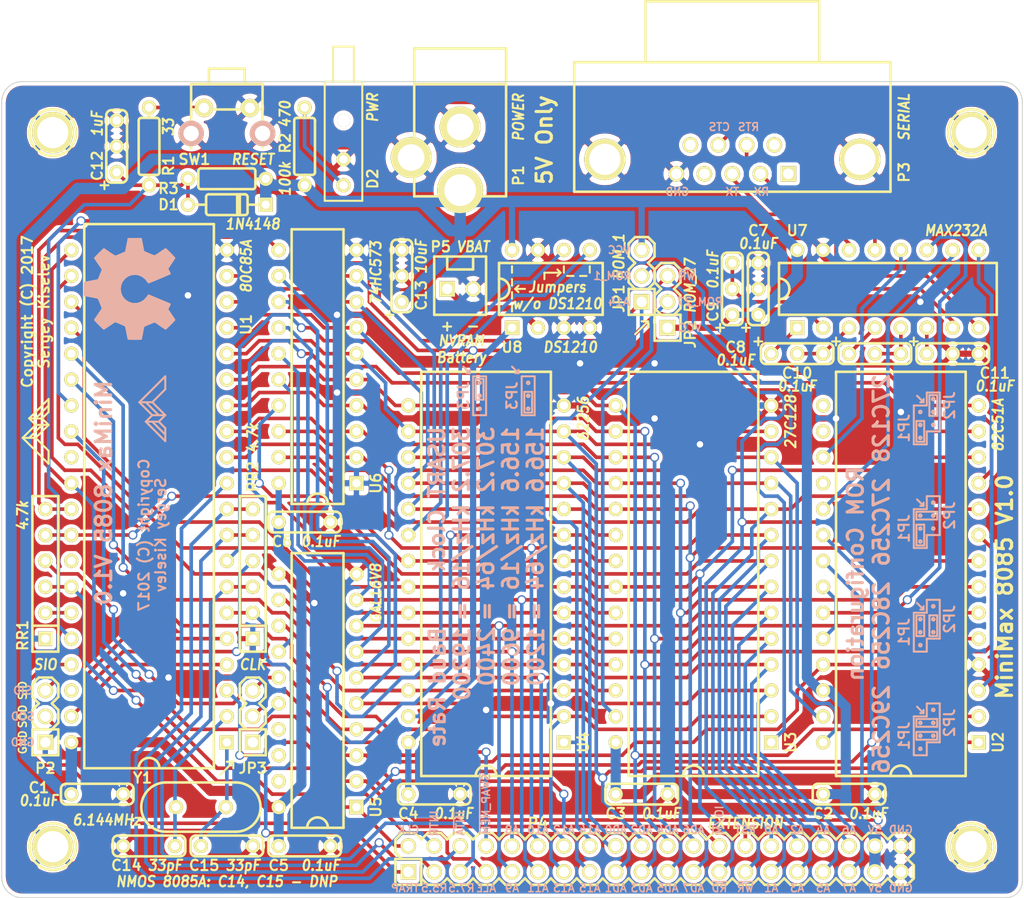
<source format=kicad_pcb>
(kicad_pcb (version 4) (host pcbnew 4.0.1-stable)
  (layers (0 F.Cu signal) (31 B.Cu signal) (34 B.Paste user) (35 F.Paste user) (36 B.SilkS user) (37 F.SilkS user) (38 B.Mask user) (39 F.Mask user) (44 Edge.Cuts user))
  (net 0 "")
  (net 1 /153.6kHz)
  (net 2 /3.072MHz)
  (net 3 /307.2kHz)
  (net 4 /A0)
  (net 5 /A1)
  (net 6 /A10)
  (net 7 /A11)
  (net 8 /A12)
  (net 9 /A13)
  (net 10 /A14)
  (net 11 /A15)
  (net 12 /A2)
  (net 13 /A3)
  (net 14 /A4)
  (net 15 /A5)
  (net 16 /A6)
  (net 17 /A7)
  (net 18 /A8)
  (net 19 /A9)
  (net 20 /AD0)
  (net 21 /AD1)
  (net 22 /AD2)
  (net 23 /AD3)
  (net 24 /AD4)
  (net 25 /AD5)
  (net 26 /AD6)
  (net 27 /AD7)
  (net 28 /ALE)
  (net 29 /HOLD)
  (net 30 /INTR)
  (net 31 /IO/~M)
  (net 32 /READY)
  (net 33 /RESET)
  (net 34 /ROM_1)
  (net 35 /ROM_27)
  (net 36 /RST5_5)
  (net 37 /RST6_5)
  (net 38 /RST7_5)
  (net 39 /RXD)
  (net 40 /SID)
  (net 41 /SOD)
  (net 42 /TRAP)
  (net 43 /TXD)
  (net 44 /UART_CLK)
  (net 45 /~CTS)
  (net 46 /~INTA)
  (net 47 /~RAM_CS)
  (net 48 /~RD)
  (net 49 /~ROM_CS)
  (net 50 /~RTS)
  (net 51 /~USART_CS)
  (net 52 /~WR)
  (net 53 GND)
  (net 54 VCC)
  (net 55 "Net-(C8-Pad1)")
  (net 56 "Net-(C10-Pad1)")
  (net 57 "Net-(D2-Pad2)")
  (net 58 "Net-(R1-Pad2)")
  (net 59 "Net-(U1-Pad29)")
  (net 60 "Net-(U1-Pad33)")
  (net 61 "Net-(U1-Pad38)")
  (net 62 "Net-(U2-Pad15)")
  (net 63 "Net-(U2-Pad16)")
  (net 64 "Net-(U2-Pad18)")
  (net 65 "Net-(U2-Pad22)")
  (net 66 /Q2)
  (net 67 /Q1)
  (net 68 /Q0)
  (net 69 /VBAT)
  (net 70 /RAM_VCC)
  (net 71 "Net-(C8-Pad2)")
  (net 72 "Net-(C9-Pad2)")
  (net 73 "Net-(C10-Pad2)")
  (net 74 "Net-(C11-Pad1)")
  (net 75 "Net-(C12-Pad1)")
  (net 76 "Net-(C14-Pad1)")
  (net 77 "Net-(C15-Pad1)")
  (net 78 "Net-(P3-Pad1)")
  (net 79 /RX)
  (net 80 /TX)
  (net 81 "Net-(P3-Pad4)")
  (net 82 "Net-(P3-Pad6)")
  (net 83 /~RAM_CSO)
  (net 84 /CTS)
  (net 85 /RTS)
  (net 86 "Net-(P3-Pad9)")
  (net 87 /~SWAP_MEM)
  (module my_components:Cap_Cer_508 (layer F.Cu) (at 111.76 120.65)
    (fp_text reference C1 (at -5.715 -0.635) (layer F.SilkS) (effects (font (size 1.016 1.016) (thickness 0.2032))))
    (fp_text value 0.1uF (at -5.715 0.635) (layer F.SilkS) (effects (font (size 1.016 0.9144) (thickness 0.2032) italic)))
    (pad 1 thru_hole circle (at -2.54 0) (size 1.397 1.397) (drill 0.8128) (layers *.Cu *.Mask F.SilkS) (net 54 VCC))
    (pad 2 thru_hole circle (at 2.54 0) (size 1.397 1.397) (drill 0.8128) (layers *.Cu *.Mask F.SilkS) (net 53 GND))
  )
  (module my_components:Cap_Cer_508 (layer F.Cu) (at 185.42 120.65)
    (fp_text reference C2 (at -2.54 1.905) (layer F.SilkS) (effects (font (size 1.016 1.016) (thickness 0.2032))))
    (fp_text value 0.1uF (at 1.905 1.905) (layer F.SilkS) (effects (font (size 1.016 0.9144) (thickness 0.2032) italic)))
    (pad 1 thru_hole circle (at -2.54 0) (size 1.397 1.397) (drill 0.8128) (layers *.Cu *.Mask F.SilkS) (net 54 VCC))
    (pad 2 thru_hole circle (at 2.54 0) (size 1.397 1.397) (drill 0.8128) (layers *.Cu *.Mask F.SilkS) (net 53 GND))
  )
  (module my_components:Cap_Cer_508 (layer F.Cu) (at 165.1 120.65)
    (fp_text reference C3 (at -2.54 1.905) (layer F.SilkS) (effects (font (size 1.016 1.016) (thickness 0.2032))))
    (fp_text value 0.1uF (at 1.905 1.905) (layer F.SilkS) (effects (font (size 1.016 0.9144) (thickness 0.2032) italic)))
    (pad 1 thru_hole circle (at -2.54 0) (size 1.397 1.397) (drill 0.8128) (layers *.Cu *.Mask F.SilkS) (net 54 VCC))
    (pad 2 thru_hole circle (at 2.54 0) (size 1.397 1.397) (drill 0.8128) (layers *.Cu *.Mask F.SilkS) (net 53 GND))
  )
  (module my_components:Cap_Cer_508 (layer F.Cu) (at 144.78 120.65)
    (fp_text reference C4 (at -2.54 1.905) (layer F.SilkS) (effects (font (size 1.016 1.016) (thickness 0.2032))))
    (fp_text value 0.1uF (at 1.905 1.905) (layer F.SilkS) (effects (font (size 1.016 0.9144) (thickness 0.2032) italic)))
    (pad 1 thru_hole circle (at -2.54 0) (size 1.397 1.397) (drill 0.8128) (layers *.Cu *.Mask F.SilkS) (net 70 /RAM_VCC))
    (pad 2 thru_hole circle (at 2.54 0) (size 1.397 1.397) (drill 0.8128) (layers *.Cu *.Mask F.SilkS) (net 53 GND))
  )
  (module my_components:Cap_Cer_508 (layer F.Cu) (at 132.08 125.73)
    (fp_text reference C5 (at -2.54 1.905) (layer F.SilkS) (effects (font (size 1.016 1.016) (thickness 0.2032))))
    (fp_text value 0.1uF (at 1.5875 1.905) (layer F.SilkS) (effects (font (size 1.016 0.9144) (thickness 0.2032) italic)))
    (pad 1 thru_hole circle (at -2.54 0) (size 1.397 1.397) (drill 0.8128) (layers *.Cu *.Mask F.SilkS) (net 54 VCC))
    (pad 2 thru_hole circle (at 2.54 0) (size 1.397 1.397) (drill 0.8128) (layers *.Cu *.Mask F.SilkS) (net 53 GND))
  )
  (module my_components:Cap_Cer_508 (layer F.Cu) (at 132.08 93.98)
    (fp_text reference C6 (at -2.2225 1.905) (layer F.SilkS) (effects (font (size 1.016 1.016) (thickness 0.2032))))
    (fp_text value 0.1uF (at 1.5875 1.905) (layer F.SilkS) (effects (font (size 1.016 0.9144) (thickness 0.2032) italic)))
    (pad 1 thru_hole circle (at -2.54 0) (size 1.397 1.397) (drill 0.8128) (layers *.Cu *.Mask F.SilkS) (net 54 VCC))
    (pad 2 thru_hole circle (at 2.54 0) (size 1.397 1.397) (drill 0.8128) (layers *.Cu *.Mask F.SilkS) (net 53 GND))
  )
  (module my_components:Conn_Pin_Header_3x1_2.54mm (layer F.Cu) (at 165.1 69.85 90)
    (fp_text reference JP1 (at -2.2225 -2.2225 90) (layer F.SilkS) (effects (font (size 1.016 1.016) (thickness 0.2032))))
    (fp_text value ROM_1 (at 1.905 -2.2225 90) (layer F.SilkS) (effects (font (size 1.016 0.9144) (thickness 0.2032) italic)))
    (pad 1 thru_hole rect (at -2.54 0 90) (size 1.524 1.524) (drill 1.016) (layers *.Cu *.Mask F.SilkS) (net 10 /A14))
    (pad 2 thru_hole circle (at 0 0 90) (size 1.524 1.524) (drill 1.016) (layers *.Cu *.Mask F.SilkS) (net 34 /ROM_1))
    (pad 3 thru_hole circle (at 2.54 0 90) (size 1.524 1.524) (drill 1.016) (layers *.Cu *.Mask F.SilkS) (net 54 VCC))
  )
  (module my_components:Conn_Pin_Header_3x1_2.54mm (layer F.Cu) (at 167.64 72.39 90)
    (fp_text reference JP2 (at -3.175 2.2225 90) (layer F.SilkS) (effects (font (size 1.016 1.016) (thickness 0.2032))))
    (fp_text value ROM_27 (at 1.5875 2.2225 90) (layer F.SilkS) (effects (font (size 1.016 0.9144) (thickness 0.2032) italic)))
    (pad 1 thru_hole rect (at -2.54 0 90) (size 1.524 1.524) (drill 1.016) (layers *.Cu *.Mask F.SilkS) (net 54 VCC))
    (pad 2 thru_hole circle (at 0 0 90) (size 1.524 1.524) (drill 1.016) (layers *.Cu *.Mask F.SilkS) (net 35 /ROM_27))
    (pad 3 thru_hole circle (at 2.54 0 90) (size 1.524 1.524) (drill 1.016) (layers *.Cu *.Mask F.SilkS) (net 52 /~WR))
  )
  (module my_components:Conn_Pin_Header_3x1_2.54mm (layer F.Cu) (at 127 113.03 90)
    (fp_text reference JP3 (at -5.08 0 180) (layer F.SilkS) (effects (font (size 1.016 1.016) (thickness 0.2032))))
    (fp_text value CLK (at 5.08 0 180) (layer F.SilkS) (effects (font (size 1.016 0.9144) (thickness 0.2032) italic)))
    (pad 1 thru_hole rect (at -2.54 0 90) (size 1.524 1.524) (drill 1.016) (layers *.Cu *.Mask F.SilkS) (net 3 /307.2kHz))
    (pad 2 thru_hole circle (at 0 0 90) (size 1.524 1.524) (drill 1.016) (layers *.Cu *.Mask F.SilkS) (net 44 /UART_CLK))
    (pad 3 thru_hole circle (at 2.54 0 90) (size 1.524 1.524) (drill 1.016) (layers *.Cu *.Mask F.SilkS) (net 1 /153.6kHz))
  )
  (module my_components:Conn_Power_Jack_Circular_Pads (layer F.Cu) (at 147.32 55.245 270)
    (fp_text reference P1 (at 4.7625 -5.715 270) (layer F.SilkS) (effects (font (size 1.016 1.016) (thickness 0.2032))))
    (fp_text value POWER (at -0.9525 -5.715 270) (layer F.SilkS) (effects (font (size 1.016 0.9144) (thickness 0.2032) italic)))
    (pad 2 thru_hole circle (at 0 0 270) (size 4 4) (drill 2.6) (layers *.Cu *.Mask F.SilkS) (net 53 GND))
    (pad 1 thru_hole circle (at 6.20014 0 270) (size 4.5 4.5) (drill 3.1) (layers *.Cu *.Mask F.SilkS) (net 54 VCC))
    (pad 3 thru_hole circle (at 2.99974 4.8006 270) (size 4 4) (drill 2.6) (layers *.Cu *.Mask F.SilkS) (net 53 GND))
  )
  (module my_components:Conn_Pin_Header_3x1_2.54mm (layer F.Cu) (at 106.68 113.03 90)
    (fp_text reference P2 (at -5.08 0 180) (layer F.SilkS) (effects (font (size 1.016 1.016) (thickness 0.2032))))
    (fp_text value SIO (at 5.08 0 180) (layer F.SilkS) (effects (font (size 1.016 0.9144) (thickness 0.2032) italic)))
    (pad 1 thru_hole rect (at -2.54 0 90) (size 1.524 1.524) (drill 1.016) (layers *.Cu *.Mask F.SilkS) (net 53 GND))
    (pad 2 thru_hole circle (at 0 0 90) (size 1.524 1.524) (drill 1.016) (layers *.Cu *.Mask F.SilkS) (net 41 /SOD))
    (pad 3 thru_hole circle (at 2.54 0 90) (size 1.524 1.524) (drill 1.016) (layers *.Cu *.Mask F.SilkS) (net 40 /SID))
  )
  (module my_components:Conn_Pin_Header_20x2_2.54mm (layer F.Cu) (at 166.37 127)
    (fp_text reference P4 (at -11.43 -3.4925) (layer F.SilkS) (effects (font (size 1.016 1.016) (thickness 0.2032))))
    (fp_text value EXTENSION (at 8.89 -3.4925) (layer F.SilkS) (effects (font (size 1.016 0.9144) (thickness 0.2032) italic)))
    (pad 1 thru_hole rect (at -24.13 1.27) (size 1.524 1.524) (drill 1.016) (layers *.Cu *.Mask F.SilkS) (net 42 /TRAP))
    (pad 2 thru_hole circle (at -24.13 -1.27) (size 1.524 1.524) (drill 1.016) (layers *.Cu *.Mask F.SilkS) (net 2 /3.072MHz))
    (pad 3 thru_hole circle (at -21.59 1.27) (size 1.524 1.524) (drill 1.016) (layers *.Cu *.Mask F.SilkS) (net 36 /RST5_5))
    (pad 4 thru_hole circle (at -21.59 -1.27) (size 1.524 1.524) (drill 1.016) (layers *.Cu *.Mask F.SilkS) (net 30 /INTR))
    (pad 5 thru_hole circle (at -19.05 1.27) (size 1.524 1.524) (drill 1.016) (layers *.Cu *.Mask F.SilkS) (net 38 /RST7_5))
    (pad 6 thru_hole circle (at -19.05 -1.27) (size 1.524 1.524) (drill 1.016) (layers *.Cu *.Mask F.SilkS) (net 46 /~INTA))
    (pad 7 thru_hole circle (at -16.51 1.27) (size 1.524 1.524) (drill 1.016) (layers *.Cu *.Mask F.SilkS) (net 28 /ALE))
    (pad 8 thru_hole circle (at -16.51 -1.27) (size 1.524 1.524) (drill 1.016) (layers *.Cu *.Mask F.SilkS) (net 87 /~SWAP_MEM))
    (pad 9 thru_hole circle (at -13.97 1.27) (size 1.524 1.524) (drill 1.016) (layers *.Cu *.Mask F.SilkS) (net 19 /A9))
    (pad 10 thru_hole circle (at -13.97 -1.27) (size 1.524 1.524) (drill 1.016) (layers *.Cu *.Mask F.SilkS) (net 18 /A8))
    (pad 11 thru_hole circle (at -11.43 1.27) (size 1.524 1.524) (drill 1.016) (layers *.Cu *.Mask F.SilkS) (net 7 /A11))
    (pad 12 thru_hole circle (at -11.43 -1.27) (size 1.524 1.524) (drill 1.016) (layers *.Cu *.Mask F.SilkS) (net 6 /A10))
    (pad 13 thru_hole circle (at -8.89 1.27) (size 1.524 1.524) (drill 1.016) (layers *.Cu *.Mask F.SilkS) (net 9 /A13))
    (pad 14 thru_hole circle (at -8.89 -1.27) (size 1.524 1.524) (drill 1.016) (layers *.Cu *.Mask F.SilkS) (net 8 /A12))
    (pad 15 thru_hole circle (at -6.35 1.27) (size 1.524 1.524) (drill 1.016) (layers *.Cu *.Mask F.SilkS) (net 11 /A15))
    (pad 16 thru_hole circle (at -6.35 -1.27) (size 1.524 1.524) (drill 1.016) (layers *.Cu *.Mask F.SilkS) (net 10 /A14))
    (pad 17 thru_hole circle (at -3.81 1.27) (size 1.524 1.524) (drill 1.016) (layers *.Cu *.Mask F.SilkS) (net 21 /AD1))
    (pad 18 thru_hole circle (at -3.81 -1.27) (size 1.524 1.524) (drill 1.016) (layers *.Cu *.Mask F.SilkS) (net 20 /AD0))
    (pad 19 thru_hole circle (at -1.27 1.27) (size 1.524 1.524) (drill 1.016) (layers *.Cu *.Mask F.SilkS) (net 23 /AD3))
    (pad 20 thru_hole circle (at -1.27 -1.27) (size 1.524 1.524) (drill 1.016) (layers *.Cu *.Mask F.SilkS) (net 22 /AD2))
    (pad 21 thru_hole circle (at 1.27 1.27) (size 1.524 1.524) (drill 1.016) (layers *.Cu *.Mask F.SilkS) (net 25 /AD5))
    (pad 22 thru_hole circle (at 1.27 -1.27) (size 1.524 1.524) (drill 1.016) (layers *.Cu *.Mask F.SilkS) (net 24 /AD4))
    (pad 23 thru_hole circle (at 3.81 1.27) (size 1.524 1.524) (drill 1.016) (layers *.Cu *.Mask F.SilkS) (net 27 /AD7))
    (pad 24 thru_hole circle (at 3.81 -1.27) (size 1.524 1.524) (drill 1.016) (layers *.Cu *.Mask F.SilkS) (net 26 /AD6))
    (pad 25 thru_hole circle (at 6.35 1.27) (size 1.524 1.524) (drill 1.016) (layers *.Cu *.Mask F.SilkS) (net 48 /~RD))
    (pad 26 thru_hole circle (at 6.35 -1.27) (size 1.524 1.524) (drill 1.016) (layers *.Cu *.Mask F.SilkS) (net 31 /IO/~M))
    (pad 28 thru_hole circle (at 8.89 -1.27) (size 1.524 1.524) (drill 1.016) (layers *.Cu *.Mask F.SilkS) (net 33 /RESET))
    (pad 27 thru_hole circle (at 8.89 1.27) (size 1.524 1.524) (drill 1.016) (layers *.Cu *.Mask F.SilkS) (net 52 /~WR))
    (pad 30 thru_hole circle (at 11.43 -1.27) (size 1.524 1.524) (drill 1.016) (layers *.Cu *.Mask F.SilkS) (net 4 /A0))
    (pad 29 thru_hole circle (at 11.43 1.27) (size 1.524 1.524) (drill 1.016) (layers *.Cu *.Mask F.SilkS) (net 5 /A1))
    (pad 31 thru_hole circle (at 13.97 1.27) (size 1.524 1.524) (drill 1.016) (layers *.Cu *.Mask F.SilkS) (net 13 /A3))
    (pad 32 thru_hole circle (at 13.97 -1.27) (size 1.524 1.524) (drill 1.016) (layers *.Cu *.Mask F.SilkS) (net 12 /A2))
    (pad 33 thru_hole circle (at 16.51 1.27) (size 1.524 1.524) (drill 1.016) (layers *.Cu *.Mask F.SilkS) (net 15 /A5))
    (pad 34 thru_hole circle (at 16.51 -1.27) (size 1.524 1.524) (drill 1.016) (layers *.Cu *.Mask F.SilkS) (net 14 /A4))
    (pad 35 thru_hole circle (at 19.05 1.27) (size 1.524 1.524) (drill 1.016) (layers *.Cu *.Mask F.SilkS) (net 17 /A7))
    (pad 36 thru_hole circle (at 19.05 -1.27) (size 1.524 1.524) (drill 1.016) (layers *.Cu *.Mask F.SilkS) (net 16 /A6))
    (pad 37 thru_hole circle (at 21.59 1.27) (size 1.524 1.524) (drill 1.016) (layers *.Cu *.Mask F.SilkS) (net 54 VCC))
    (pad 38 thru_hole circle (at 21.59 -1.27) (size 1.524 1.524) (drill 1.016) (layers *.Cu *.Mask F.SilkS) (net 54 VCC))
    (pad 39 thru_hole circle (at 24.13 1.27) (size 1.524 1.524) (drill 1.016) (layers *.Cu *.Mask F.SilkS) (net 53 GND))
    (pad 40 thru_hole circle (at 24.13 -1.27) (size 1.524 1.524) (drill 1.016) (layers *.Cu *.Mask F.SilkS) (net 53 GND))
  )
  (module my_components:Res_762 (layer F.Cu) (at 116.84 57.15 90)
    (fp_text reference R1 (at -1.905 1.905 90) (layer F.SilkS) (effects (font (size 1.016 1.016) (thickness 0.2032))))
    (fp_text value 33 (at 1.905 1.905 90) (layer F.SilkS) (effects (font (size 1.016 0.9144) (thickness 0.2032) italic)))
    (pad 1 thru_hole circle (at -3.81 0 90) (size 1.397 1.397) (drill 0.8128) (layers *.Cu *.Mask F.SilkS) (net 75 "Net-(C12-Pad1)"))
    (pad 2 thru_hole circle (at 3.81 0 90) (size 1.397 1.397) (drill 0.8128) (layers *.Cu *.Mask F.SilkS) (net 58 "Net-(R1-Pad2)"))
  )
  (module my_components:Res_762 (layer F.Cu) (at 124.46 60.325 180)
    (fp_text reference R3 (at 5.715 -0.9525 180) (layer F.SilkS) (effects (font (size 1.016 1.016) (thickness 0.2032))))
    (fp_text value 100k (at -5.715 0 270) (layer F.SilkS) (effects (font (size 1.016 0.9144) (thickness 0.2032) italic)))
    (pad 1 thru_hole circle (at -3.81 0 180) (size 1.397 1.397) (drill 0.8128) (layers *.Cu *.Mask F.SilkS) (net 54 VCC))
    (pad 2 thru_hole circle (at 3.81 0 180) (size 1.397 1.397) (drill 0.8128) (layers *.Cu *.Mask F.SilkS) (net 75 "Net-(C12-Pad1)"))
  )
  (module my_components:Switch_Tactile_6mm_Right (layer F.Cu) (at 124.46 49.53)
    (fp_text reference SW1 (at -3.175 8.89) (layer F.SilkS) (effects (font (size 1.016 1.016) (thickness 0.2032))))
    (fp_text value RESET (at 2.54 8.89) (layer F.SilkS) (effects (font (size 1.016 0.9144) (thickness 0.2032) italic)))
    (pad GND thru_hole circle (at 3.50266 6.35 180) (size 2.49936 2.49936) (drill 1.50114) (layers *.Cu *.SilkS *.Mask) (net 53 GND))
    (pad GND thru_hole circle (at -3.49758 6.35 180) (size 2.49936 2.49936) (drill 1.50114) (layers *.Cu *.SilkS *.Mask) (net 53 GND))
    (pad 1 thru_hole circle (at 2.25298 3.85064 180) (size 1.80086 1.80086) (drill 1.00076) (layers *.Cu *.Mask F.SilkS) (net 53 GND))
    (pad 2 thru_hole circle (at -2.2479 3.85064 180) (size 1.80086 1.80086) (drill 1.00076) (layers *.Cu *.Mask F.SilkS) (net 58 "Net-(R1-Pad2)"))
  )
  (module my_components:IC_DIP40_600 (layer F.Cu) (at 116.84 91.44 90)
    (fp_text reference U1 (at 16.8275 9.525 90) (layer F.SilkS) (effects (font (size 1.016 1.016) (thickness 0.2032))))
    (fp_text value 80C85A (at 22.5425 9.525 90) (layer F.SilkS) (effects (font (size 1.016 0.9144) (thickness 0.2032) italic)))
    (pad 1 thru_hole rect (at -24.13 7.62 90) (size 1.397 1.397) (drill 0.8128) (layers *.Cu *.Mask F.SilkS) (net 77 "Net-(C15-Pad1)"))
    (pad 2 thru_hole circle (at -21.59 7.62 90) (size 1.397 1.397) (drill 0.8128) (layers *.Cu *.Mask F.SilkS) (net 76 "Net-(C14-Pad1)"))
    (pad 3 thru_hole circle (at -19.05 7.62 90) (size 1.397 1.397) (drill 0.8128) (layers *.Cu *.Mask F.SilkS) (net 33 /RESET))
    (pad 4 thru_hole circle (at -16.51 7.62 90) (size 1.397 1.397) (drill 0.8128) (layers *.Cu *.Mask F.SilkS) (net 41 /SOD))
    (pad 5 thru_hole circle (at -13.97 7.62 90) (size 1.397 1.397) (drill 0.8128) (layers *.Cu *.Mask F.SilkS) (net 40 /SID))
    (pad 6 thru_hole circle (at -11.43 7.62 90) (size 1.397 1.397) (drill 0.8128) (layers *.Cu *.Mask F.SilkS) (net 42 /TRAP))
    (pad 7 thru_hole circle (at -8.89 7.62 90) (size 1.397 1.397) (drill 0.8128) (layers *.Cu *.Mask F.SilkS) (net 38 /RST7_5))
    (pad 8 thru_hole circle (at -6.35 7.62 90) (size 1.397 1.397) (drill 0.8128) (layers *.Cu *.Mask F.SilkS) (net 37 /RST6_5))
    (pad 9 thru_hole circle (at -3.81 7.62 90) (size 1.397 1.397) (drill 0.8128) (layers *.Cu *.Mask F.SilkS) (net 36 /RST5_5))
    (pad 10 thru_hole circle (at -1.27 7.62 90) (size 1.397 1.397) (drill 0.8128) (layers *.Cu *.Mask F.SilkS) (net 30 /INTR))
    (pad 11 thru_hole circle (at 1.27 7.62 90) (size 1.397 1.397) (drill 0.8128) (layers *.Cu *.Mask F.SilkS) (net 46 /~INTA))
    (pad 12 thru_hole circle (at 3.81 7.62 90) (size 1.397 1.397) (drill 0.8128) (layers *.Cu *.Mask F.SilkS) (net 20 /AD0))
    (pad 13 thru_hole circle (at 6.35 7.62 90) (size 1.397 1.397) (drill 0.8128) (layers *.Cu *.Mask F.SilkS) (net 21 /AD1))
    (pad 14 thru_hole circle (at 8.89 7.62 90) (size 1.397 1.397) (drill 0.8128) (layers *.Cu *.Mask F.SilkS) (net 22 /AD2))
    (pad 15 thru_hole circle (at 11.43 7.62 90) (size 1.397 1.397) (drill 0.8128) (layers *.Cu *.Mask F.SilkS) (net 23 /AD3))
    (pad 16 thru_hole circle (at 13.97 7.62 90) (size 1.397 1.397) (drill 0.8128) (layers *.Cu *.Mask F.SilkS) (net 24 /AD4))
    (pad 17 thru_hole circle (at 16.51 7.62 90) (size 1.397 1.397) (drill 0.8128) (layers *.Cu *.Mask F.SilkS) (net 25 /AD5))
    (pad 18 thru_hole circle (at 19.05 7.62 90) (size 1.397 1.397) (drill 0.8128) (layers *.Cu *.Mask F.SilkS) (net 26 /AD6))
    (pad 19 thru_hole circle (at 21.59 7.62 90) (size 1.397 1.397) (drill 0.8128) (layers *.Cu *.Mask F.SilkS) (net 27 /AD7))
    (pad 20 thru_hole circle (at 24.13 7.62 90) (size 1.397 1.397) (drill 0.8128) (layers *.Cu *.Mask F.SilkS) (net 53 GND))
    (pad 21 thru_hole circle (at 24.13 -7.62 90) (size 1.397 1.397) (drill 0.8128) (layers *.Cu *.Mask F.SilkS) (net 18 /A8))
    (pad 22 thru_hole circle (at 21.59 -7.62 90) (size 1.397 1.397) (drill 0.8128) (layers *.Cu *.Mask F.SilkS) (net 19 /A9))
    (pad 23 thru_hole circle (at 19.05 -7.62 90) (size 1.397 1.397) (drill 0.8128) (layers *.Cu *.Mask F.SilkS) (net 6 /A10))
    (pad 24 thru_hole circle (at 16.51 -7.62 90) (size 1.397 1.397) (drill 0.8128) (layers *.Cu *.Mask F.SilkS) (net 7 /A11))
    (pad 25 thru_hole circle (at 13.97 -7.62 90) (size 1.397 1.397) (drill 0.8128) (layers *.Cu *.Mask F.SilkS) (net 8 /A12))
    (pad 26 thru_hole circle (at 11.43 -7.62 90) (size 1.397 1.397) (drill 0.8128) (layers *.Cu *.Mask F.SilkS) (net 9 /A13))
    (pad 27 thru_hole circle (at 8.89 -7.62 90) (size 1.397 1.397) (drill 0.8128) (layers *.Cu *.Mask F.SilkS) (net 10 /A14))
    (pad 28 thru_hole circle (at 6.35 -7.62 90) (size 1.397 1.397) (drill 0.8128) (layers *.Cu *.Mask F.SilkS) (net 11 /A15))
    (pad 29 thru_hole circle (at 3.81 -7.62 90) (size 1.397 1.397) (drill 0.8128) (layers *.Cu *.Mask F.SilkS) (net 59 "Net-(U1-Pad29)"))
    (pad 30 thru_hole circle (at 1.27 -7.62 90) (size 1.397 1.397) (drill 0.8128) (layers *.Cu *.Mask F.SilkS) (net 28 /ALE))
    (pad 31 thru_hole circle (at -1.27 -7.62 90) (size 1.397 1.397) (drill 0.8128) (layers *.Cu *.Mask F.SilkS) (net 52 /~WR))
    (pad 32 thru_hole circle (at -3.81 -7.62 90) (size 1.397 1.397) (drill 0.8128) (layers *.Cu *.Mask F.SilkS) (net 48 /~RD))
    (pad 33 thru_hole circle (at -6.35 -7.62 90) (size 1.397 1.397) (drill 0.8128) (layers *.Cu *.Mask F.SilkS) (net 60 "Net-(U1-Pad33)"))
    (pad 34 thru_hole circle (at -8.89 -7.62 90) (size 1.397 1.397) (drill 0.8128) (layers *.Cu *.Mask F.SilkS) (net 31 /IO/~M))
    (pad 35 thru_hole circle (at -11.43 -7.62 90) (size 1.397 1.397) (drill 0.8128) (layers *.Cu *.Mask F.SilkS) (net 32 /READY))
    (pad 36 thru_hole circle (at -13.97 -7.62 90) (size 1.397 1.397) (drill 0.8128) (layers *.Cu *.Mask F.SilkS) (net 75 "Net-(C12-Pad1)"))
    (pad 37 thru_hole circle (at -16.51 -7.62 90) (size 1.397 1.397) (drill 0.8128) (layers *.Cu *.Mask F.SilkS) (net 2 /3.072MHz))
    (pad 38 thru_hole circle (at -19.05 -7.62 90) (size 1.397 1.397) (drill 0.8128) (layers *.Cu *.Mask F.SilkS) (net 61 "Net-(U1-Pad38)"))
    (pad 39 thru_hole circle (at -21.59 -7.62 90) (size 1.397 1.397) (drill 0.8128) (layers *.Cu *.Mask F.SilkS) (net 29 /HOLD))
    (pad 40 thru_hole circle (at -24.13 -7.62 90) (size 1.397 1.397) (drill 0.8128) (layers *.Cu *.Mask F.SilkS) (net 54 VCC))
  )
  (module my_components:IC_DIP28_600 (layer F.Cu) (at 190.5 99.06 90)
    (fp_text reference U2 (at -16.51 9.525 90) (layer F.SilkS) (effects (font (size 1.016 1.016) (thickness 0.2032))))
    (fp_text value 82C51A (at 14.605 9.525 90) (layer F.SilkS) (effects (font (size 1.016 0.9144) (thickness 0.2032) italic)))
    (pad 1 thru_hole rect (at -16.51 7.62 90) (size 1.397 1.397) (drill 0.8128) (layers *.Cu *.Mask F.SilkS) (net 22 /AD2))
    (pad 2 thru_hole circle (at -13.97 7.62 90) (size 1.397 1.397) (drill 0.8128) (layers *.Cu *.Mask F.SilkS) (net 23 /AD3))
    (pad 3 thru_hole circle (at -11.43 7.62 90) (size 1.397 1.397) (drill 0.8128) (layers *.Cu *.Mask F.SilkS) (net 39 /RXD))
    (pad 4 thru_hole circle (at -8.89 7.62 90) (size 1.397 1.397) (drill 0.8128) (layers *.Cu *.Mask F.SilkS) (net 53 GND))
    (pad 5 thru_hole circle (at -6.35 7.62 90) (size 1.397 1.397) (drill 0.8128) (layers *.Cu *.Mask F.SilkS) (net 24 /AD4))
    (pad 6 thru_hole circle (at -3.81 7.62 90) (size 1.397 1.397) (drill 0.8128) (layers *.Cu *.Mask F.SilkS) (net 25 /AD5))
    (pad 7 thru_hole circle (at -1.27 7.62 90) (size 1.397 1.397) (drill 0.8128) (layers *.Cu *.Mask F.SilkS) (net 26 /AD6))
    (pad 8 thru_hole circle (at 1.27 7.62 90) (size 1.397 1.397) (drill 0.8128) (layers *.Cu *.Mask F.SilkS) (net 27 /AD7))
    (pad 9 thru_hole circle (at 3.81 7.62 90) (size 1.397 1.397) (drill 0.8128) (layers *.Cu *.Mask F.SilkS) (net 44 /UART_CLK))
    (pad 10 thru_hole circle (at 6.35 7.62 90) (size 1.397 1.397) (drill 0.8128) (layers *.Cu *.Mask F.SilkS) (net 52 /~WR))
    (pad 11 thru_hole circle (at 8.89 7.62 90) (size 1.397 1.397) (drill 0.8128) (layers *.Cu *.Mask F.SilkS) (net 51 /~USART_CS))
    (pad 12 thru_hole circle (at 11.43 7.62 90) (size 1.397 1.397) (drill 0.8128) (layers *.Cu *.Mask F.SilkS) (net 4 /A0))
    (pad 13 thru_hole circle (at 13.97 7.62 90) (size 1.397 1.397) (drill 0.8128) (layers *.Cu *.Mask F.SilkS) (net 48 /~RD))
    (pad 14 thru_hole circle (at 16.51 7.62 90) (size 1.397 1.397) (drill 0.8128) (layers *.Cu *.Mask F.SilkS) (net 37 /RST6_5))
    (pad 15 thru_hole circle (at 16.51 -7.62 90) (size 1.397 1.397) (drill 0.8128) (layers *.Cu *.Mask F.SilkS) (net 62 "Net-(U2-Pad15)"))
    (pad 16 thru_hole circle (at 13.97 -7.62 90) (size 1.397 1.397) (drill 0.8128) (layers *.Cu *.Mask F.SilkS) (net 63 "Net-(U2-Pad16)"))
    (pad 17 thru_hole circle (at 11.43 -7.62 90) (size 1.397 1.397) (drill 0.8128) (layers *.Cu *.Mask F.SilkS) (net 45 /~CTS))
    (pad 18 thru_hole circle (at 8.89 -7.62 90) (size 1.397 1.397) (drill 0.8128) (layers *.Cu *.Mask F.SilkS) (net 64 "Net-(U2-Pad18)"))
    (pad 19 thru_hole circle (at 6.35 -7.62 90) (size 1.397 1.397) (drill 0.8128) (layers *.Cu *.Mask F.SilkS) (net 43 /TXD))
    (pad 20 thru_hole circle (at 3.81 -7.62 90) (size 1.397 1.397) (drill 0.8128) (layers *.Cu *.Mask F.SilkS) (net 2 /3.072MHz))
    (pad 21 thru_hole circle (at 1.27 -7.62 90) (size 1.397 1.397) (drill 0.8128) (layers *.Cu *.Mask F.SilkS) (net 33 /RESET))
    (pad 22 thru_hole circle (at -1.27 -7.62 90) (size 1.397 1.397) (drill 0.8128) (layers *.Cu *.Mask F.SilkS) (net 65 "Net-(U2-Pad22)"))
    (pad 23 thru_hole circle (at -3.81 -7.62 90) (size 1.397 1.397) (drill 0.8128) (layers *.Cu *.Mask F.SilkS) (net 50 /~RTS))
    (pad 24 thru_hole circle (at -6.35 -7.62 90) (size 1.397 1.397) (drill 0.8128) (layers *.Cu *.Mask F.SilkS) (net 65 "Net-(U2-Pad22)"))
    (pad 25 thru_hole circle (at -8.89 -7.62 90) (size 1.397 1.397) (drill 0.8128) (layers *.Cu *.Mask F.SilkS) (net 44 /UART_CLK))
    (pad 26 thru_hole circle (at -11.43 -7.62 90) (size 1.397 1.397) (drill 0.8128) (layers *.Cu *.Mask F.SilkS) (net 54 VCC))
    (pad 27 thru_hole circle (at -13.97 -7.62 90) (size 1.397 1.397) (drill 0.8128) (layers *.Cu *.Mask F.SilkS) (net 20 /AD0))
    (pad 28 thru_hole circle (at -16.51 -7.62 90) (size 1.397 1.397) (drill 0.8128) (layers *.Cu *.Mask F.SilkS) (net 21 /AD1))
  )
  (module my_components:IC_DIP28_600 (layer F.Cu) (at 170.18 99.06 90)
    (fp_text reference U3 (at -16.51 9.525 90) (layer F.SilkS) (effects (font (size 1.016 1.016) (thickness 0.2032))))
    (fp_text value 27C128 (at 14.9225 9.525 90) (layer F.SilkS) (effects (font (size 1.016 0.9144) (thickness 0.2032) italic)))
    (pad 1 thru_hole rect (at -16.51 7.62 90) (size 1.397 1.397) (drill 0.8128) (layers *.Cu *.Mask F.SilkS) (net 34 /ROM_1))
    (pad 2 thru_hole circle (at -13.97 7.62 90) (size 1.397 1.397) (drill 0.8128) (layers *.Cu *.Mask F.SilkS) (net 8 /A12))
    (pad 3 thru_hole circle (at -11.43 7.62 90) (size 1.397 1.397) (drill 0.8128) (layers *.Cu *.Mask F.SilkS) (net 17 /A7))
    (pad 4 thru_hole circle (at -8.89 7.62 90) (size 1.397 1.397) (drill 0.8128) (layers *.Cu *.Mask F.SilkS) (net 16 /A6))
    (pad 5 thru_hole circle (at -6.35 7.62 90) (size 1.397 1.397) (drill 0.8128) (layers *.Cu *.Mask F.SilkS) (net 15 /A5))
    (pad 6 thru_hole circle (at -3.81 7.62 90) (size 1.397 1.397) (drill 0.8128) (layers *.Cu *.Mask F.SilkS) (net 14 /A4))
    (pad 7 thru_hole circle (at -1.27 7.62 90) (size 1.397 1.397) (drill 0.8128) (layers *.Cu *.Mask F.SilkS) (net 13 /A3))
    (pad 8 thru_hole circle (at 1.27 7.62 90) (size 1.397 1.397) (drill 0.8128) (layers *.Cu *.Mask F.SilkS) (net 12 /A2))
    (pad 9 thru_hole circle (at 3.81 7.62 90) (size 1.397 1.397) (drill 0.8128) (layers *.Cu *.Mask F.SilkS) (net 5 /A1))
    (pad 10 thru_hole circle (at 6.35 7.62 90) (size 1.397 1.397) (drill 0.8128) (layers *.Cu *.Mask F.SilkS) (net 4 /A0))
    (pad 11 thru_hole circle (at 8.89 7.62 90) (size 1.397 1.397) (drill 0.8128) (layers *.Cu *.Mask F.SilkS) (net 20 /AD0))
    (pad 12 thru_hole circle (at 11.43 7.62 90) (size 1.397 1.397) (drill 0.8128) (layers *.Cu *.Mask F.SilkS) (net 21 /AD1))
    (pad 13 thru_hole circle (at 13.97 7.62 90) (size 1.397 1.397) (drill 0.8128) (layers *.Cu *.Mask F.SilkS) (net 22 /AD2))
    (pad 14 thru_hole circle (at 16.51 7.62 90) (size 1.397 1.397) (drill 0.8128) (layers *.Cu *.Mask F.SilkS) (net 53 GND))
    (pad 15 thru_hole circle (at 16.51 -7.62 90) (size 1.397 1.397) (drill 0.8128) (layers *.Cu *.Mask F.SilkS) (net 23 /AD3))
    (pad 16 thru_hole circle (at 13.97 -7.62 90) (size 1.397 1.397) (drill 0.8128) (layers *.Cu *.Mask F.SilkS) (net 24 /AD4))
    (pad 17 thru_hole circle (at 11.43 -7.62 90) (size 1.397 1.397) (drill 0.8128) (layers *.Cu *.Mask F.SilkS) (net 25 /AD5))
    (pad 18 thru_hole circle (at 8.89 -7.62 90) (size 1.397 1.397) (drill 0.8128) (layers *.Cu *.Mask F.SilkS) (net 26 /AD6))
    (pad 19 thru_hole circle (at 6.35 -7.62 90) (size 1.397 1.397) (drill 0.8128) (layers *.Cu *.Mask F.SilkS) (net 27 /AD7))
    (pad 20 thru_hole circle (at 3.81 -7.62 90) (size 1.397 1.397) (drill 0.8128) (layers *.Cu *.Mask F.SilkS) (net 49 /~ROM_CS))
    (pad 21 thru_hole circle (at 1.27 -7.62 90) (size 1.397 1.397) (drill 0.8128) (layers *.Cu *.Mask F.SilkS) (net 6 /A10))
    (pad 22 thru_hole circle (at -1.27 -7.62 90) (size 1.397 1.397) (drill 0.8128) (layers *.Cu *.Mask F.SilkS) (net 48 /~RD))
    (pad 23 thru_hole circle (at -3.81 -7.62 90) (size 1.397 1.397) (drill 0.8128) (layers *.Cu *.Mask F.SilkS) (net 7 /A11))
    (pad 24 thru_hole circle (at -6.35 -7.62 90) (size 1.397 1.397) (drill 0.8128) (layers *.Cu *.Mask F.SilkS) (net 19 /A9))
    (pad 25 thru_hole circle (at -8.89 -7.62 90) (size 1.397 1.397) (drill 0.8128) (layers *.Cu *.Mask F.SilkS) (net 18 /A8))
    (pad 26 thru_hole circle (at -11.43 -7.62 90) (size 1.397 1.397) (drill 0.8128) (layers *.Cu *.Mask F.SilkS) (net 9 /A13))
    (pad 27 thru_hole circle (at -13.97 -7.62 90) (size 1.397 1.397) (drill 0.8128) (layers *.Cu *.Mask F.SilkS) (net 35 /ROM_27))
    (pad 28 thru_hole circle (at -16.51 -7.62 90) (size 1.397 1.397) (drill 0.8128) (layers *.Cu *.Mask F.SilkS) (net 54 VCC))
  )
  (module my_components:IC_DIP20_300 (layer F.Cu) (at 133.35 110.49 90)
    (fp_text reference U5 (at -11.43 5.715 90) (layer F.SilkS) (effects (font (size 1.016 1.016) (thickness 0.2032))))
    (fp_text value GAL16V8 (at 9.525 5.715 90) (layer F.SilkS) (effects (font (size 1.016 0.9144) (thickness 0.2032) italic)))
    (pad 1 thru_hole rect (at -11.43 3.81 90) (size 1.397 1.397) (drill 0.8128) (layers *.Cu *.Mask F.SilkS) (net 2 /3.072MHz))
    (pad 2 thru_hole circle (at -8.89 3.81 90) (size 1.397 1.397) (drill 0.8128) (layers *.Cu *.Mask F.SilkS) (net 31 /IO/~M))
    (pad 3 thru_hole circle (at -6.35 3.81 90) (size 1.397 1.397) (drill 0.8128) (layers *.Cu *.Mask F.SilkS) (net 11 /A15))
    (pad 4 thru_hole circle (at -3.81 3.81 90) (size 1.397 1.397) (drill 0.8128) (layers *.Cu *.Mask F.SilkS) (net 87 /~SWAP_MEM))
    (pad 5 thru_hole circle (at -1.27 3.81 90) (size 1.397 1.397) (drill 0.8128) (layers *.Cu *.Mask F.SilkS) (net 17 /A7))
    (pad 6 thru_hole circle (at 1.27 3.81 90) (size 1.397 1.397) (drill 0.8128) (layers *.Cu *.Mask F.SilkS) (net 16 /A6))
    (pad 7 thru_hole circle (at 3.81 3.81 90) (size 1.397 1.397) (drill 0.8128) (layers *.Cu *.Mask F.SilkS) (net 15 /A5))
    (pad 8 thru_hole circle (at 6.35 3.81 90) (size 1.397 1.397) (drill 0.8128) (layers *.Cu *.Mask F.SilkS) (net 14 /A4))
    (pad 9 thru_hole circle (at 8.89 3.81 90) (size 1.397 1.397) (drill 0.8128) (layers *.Cu *.Mask F.SilkS) (net 13 /A3))
    (pad 10 thru_hole circle (at 11.43 3.81 90) (size 1.397 1.397) (drill 0.8128) (layers *.Cu *.Mask F.SilkS) (net 53 GND))
    (pad 11 thru_hole circle (at 11.43 -3.81 90) (size 1.397 1.397) (drill 0.8128) (layers *.Cu *.Mask F.SilkS) (net 53 GND))
    (pad 12 thru_hole circle (at 8.89 -3.81 90) (size 1.397 1.397) (drill 0.8128) (layers *.Cu *.Mask F.SilkS) (net 47 /~RAM_CS))
    (pad 13 thru_hole circle (at 6.35 -3.81 90) (size 1.397 1.397) (drill 0.8128) (layers *.Cu *.Mask F.SilkS) (net 49 /~ROM_CS))
    (pad 14 thru_hole circle (at 3.81 -3.81 90) (size 1.397 1.397) (drill 0.8128) (layers *.Cu *.Mask F.SilkS) (net 51 /~USART_CS))
    (pad 15 thru_hole circle (at 1.27 -3.81 90) (size 1.397 1.397) (drill 0.8128) (layers *.Cu *.Mask F.SilkS) (net 1 /153.6kHz))
    (pad 16 thru_hole circle (at -1.27 -3.81 90) (size 1.397 1.397) (drill 0.8128) (layers *.Cu *.Mask F.SilkS) (net 3 /307.2kHz))
    (pad 17 thru_hole circle (at -3.81 -3.81 90) (size 1.397 1.397) (drill 0.8128) (layers *.Cu *.Mask F.SilkS) (net 66 /Q2))
    (pad 18 thru_hole circle (at -6.35 -3.81 90) (size 1.397 1.397) (drill 0.8128) (layers *.Cu *.Mask F.SilkS) (net 67 /Q1))
    (pad 19 thru_hole circle (at -8.89 -3.81 90) (size 1.397 1.397) (drill 0.8128) (layers *.Cu *.Mask F.SilkS) (net 68 /Q0))
    (pad 20 thru_hole circle (at -11.43 -3.81 90) (size 1.397 1.397) (drill 0.8128) (layers *.Cu *.Mask F.SilkS) (net 54 VCC))
  )
  (module my_components:IC_DIP20_300 (layer F.Cu) (at 133.35 78.74 90)
    (fp_text reference U6 (at -11.43 5.715 90) (layer F.SilkS) (effects (font (size 1.016 1.016) (thickness 0.2032))))
    (fp_text value 74HC573 (at 9.2075 5.715 90) (layer F.SilkS) (effects (font (size 1.016 0.9144) (thickness 0.2032) italic)))
    (pad 1 thru_hole rect (at -11.43 3.81 90) (size 1.397 1.397) (drill 0.8128) (layers *.Cu *.Mask F.SilkS) (net 53 GND))
    (pad 2 thru_hole circle (at -8.89 3.81 90) (size 1.397 1.397) (drill 0.8128) (layers *.Cu *.Mask F.SilkS) (net 20 /AD0))
    (pad 3 thru_hole circle (at -6.35 3.81 90) (size 1.397 1.397) (drill 0.8128) (layers *.Cu *.Mask F.SilkS) (net 21 /AD1))
    (pad 4 thru_hole circle (at -3.81 3.81 90) (size 1.397 1.397) (drill 0.8128) (layers *.Cu *.Mask F.SilkS) (net 22 /AD2))
    (pad 5 thru_hole circle (at -1.27 3.81 90) (size 1.397 1.397) (drill 0.8128) (layers *.Cu *.Mask F.SilkS) (net 23 /AD3))
    (pad 6 thru_hole circle (at 1.27 3.81 90) (size 1.397 1.397) (drill 0.8128) (layers *.Cu *.Mask F.SilkS) (net 24 /AD4))
    (pad 7 thru_hole circle (at 3.81 3.81 90) (size 1.397 1.397) (drill 0.8128) (layers *.Cu *.Mask F.SilkS) (net 25 /AD5))
    (pad 8 thru_hole circle (at 6.35 3.81 90) (size 1.397 1.397) (drill 0.8128) (layers *.Cu *.Mask F.SilkS) (net 26 /AD6))
    (pad 9 thru_hole circle (at 8.89 3.81 90) (size 1.397 1.397) (drill 0.8128) (layers *.Cu *.Mask F.SilkS) (net 27 /AD7))
    (pad 10 thru_hole circle (at 11.43 3.81 90) (size 1.397 1.397) (drill 0.8128) (layers *.Cu *.Mask F.SilkS) (net 53 GND))
    (pad 11 thru_hole circle (at 11.43 -3.81 90) (size 1.397 1.397) (drill 0.8128) (layers *.Cu *.Mask F.SilkS) (net 28 /ALE))
    (pad 12 thru_hole circle (at 8.89 -3.81 90) (size 1.397 1.397) (drill 0.8128) (layers *.Cu *.Mask F.SilkS) (net 17 /A7))
    (pad 13 thru_hole circle (at 6.35 -3.81 90) (size 1.397 1.397) (drill 0.8128) (layers *.Cu *.Mask F.SilkS) (net 16 /A6))
    (pad 14 thru_hole circle (at 3.81 -3.81 90) (size 1.397 1.397) (drill 0.8128) (layers *.Cu *.Mask F.SilkS) (net 15 /A5))
    (pad 15 thru_hole circle (at 1.27 -3.81 90) (size 1.397 1.397) (drill 0.8128) (layers *.Cu *.Mask F.SilkS) (net 14 /A4))
    (pad 16 thru_hole circle (at -1.27 -3.81 90) (size 1.397 1.397) (drill 0.8128) (layers *.Cu *.Mask F.SilkS) (net 13 /A3))
    (pad 17 thru_hole circle (at -3.81 -3.81 90) (size 1.397 1.397) (drill 0.8128) (layers *.Cu *.Mask F.SilkS) (net 12 /A2))
    (pad 18 thru_hole circle (at -6.35 -3.81 90) (size 1.397 1.397) (drill 0.8128) (layers *.Cu *.Mask F.SilkS) (net 5 /A1))
    (pad 19 thru_hole circle (at -8.89 -3.81 90) (size 1.397 1.397) (drill 0.8128) (layers *.Cu *.Mask F.SilkS) (net 4 /A0))
    (pad 20 thru_hole circle (at -11.43 -3.81 90) (size 1.397 1.397) (drill 0.8128) (layers *.Cu *.Mask F.SilkS) (net 54 VCC))
  )
  (module my_components:Crystal_HC-49U_Vert (layer F.Cu) (at 121.92 121.92 180)
    (fp_text reference Y1 (at 5.715 2.8575 180) (layer F.SilkS) (effects (font (size 1.016 1.016) (thickness 0.2032))))
    (fp_text value 6.144MHz (at 9.2075 -1.27 180) (layer F.SilkS) (effects (font (size 1.016 0.9144) (thickness 0.2032) italic)))
    (pad 1 thru_hole circle (at -2.44094 0 180) (size 1.397 1.397) (drill 0.8128) (layers *.Cu *.Mask F.SilkS) (net 77 "Net-(C15-Pad1)"))
    (pad 2 thru_hole circle (at 2.44094 0 180) (size 1.397 1.397) (drill 0.8128) (layers *.Cu *.Mask F.SilkS) (net 76 "Net-(C14-Pad1)"))
  )
  (module my_components:Conn_SIL6 (layer F.Cu) (at 106.68 99.06 90)
    (fp_text reference RR1 (at -6.0325 -2.2225 90) (layer F.SilkS) (effects (font (size 1.016 1.016) (thickness 0.2032))))
    (fp_text value 4.7k (at 5.715 -2.2225 90) (layer F.SilkS) (effects (font (size 1.016 0.9144) (thickness 0.2032) italic)))
    (pad 1 thru_hole rect (at -6.35 0 90) (size 1.397 1.397) (drill 0.8128) (layers *.Cu *.Mask F.SilkS) (net 54 VCC))
    (pad 2 thru_hole circle (at -3.81 0 90) (size 1.397 1.397) (drill 0.8128) (layers *.Cu *.Mask F.SilkS) (net 32 /READY))
    (pad 3 thru_hole circle (at -1.27 0 90) (size 1.397 1.397) (drill 0.8128) (layers *.Cu *.Mask F.SilkS) (net 31 /IO/~M))
    (pad 4 thru_hole circle (at 1.27 0 90) (size 1.397 1.397) (drill 0.8128) (layers *.Cu *.Mask F.SilkS) (net 87 /~SWAP_MEM))
    (pad 5 thru_hole circle (at 3.81 0 90) (size 1.397 1.397) (drill 0.8128) (layers *.Cu *.Mask F.SilkS) (net 48 /~RD))
    (pad 6 thru_hole circle (at 6.35 0 90) (size 1.397 1.397) (drill 0.8128) (layers *.Cu *.Mask F.SilkS) (net 52 /~WR))
  )
  (module my_components:Conn_SIL6 (layer F.Cu) (at 127 99.06 90)
    (fp_text reference RR2 (at 9.525 0 90) (layer F.SilkS) (effects (font (size 1.016 1.016) (thickness 0.2032))))
    (fp_text value 4.7k (at 13.335 0 90) (layer F.SilkS) (effects (font (size 1.016 0.9144) (thickness 0.2032) italic)))
    (pad 1 thru_hole rect (at -6.35 0 90) (size 1.397 1.397) (drill 0.8128) (layers *.Cu *.Mask F.SilkS) (net 53 GND))
    (pad 2 thru_hole circle (at -3.81 0 90) (size 1.397 1.397) (drill 0.8128) (layers *.Cu *.Mask F.SilkS) (net 42 /TRAP))
    (pad 3 thru_hole circle (at -1.27 0 90) (size 1.397 1.397) (drill 0.8128) (layers *.Cu *.Mask F.SilkS) (net 38 /RST7_5))
    (pad 4 thru_hole circle (at 1.27 0 90) (size 1.397 1.397) (drill 0.8128) (layers *.Cu *.Mask F.SilkS) (net 29 /HOLD))
    (pad 5 thru_hole circle (at 3.81 0 90) (size 1.397 1.397) (drill 0.8128) (layers *.Cu *.Mask F.SilkS) (net 36 /RST5_5))
    (pad 6 thru_hole circle (at 6.35 0 90) (size 1.397 1.397) (drill 0.8128) (layers *.Cu *.Mask F.SilkS) (net 30 /INTR))
  )
  (module my_components:Cap_Pol_508_3 (layer F.Cu) (at 195.58 77.47)
    (fp_text reference C11 (at 4.1275 1.905 180) (layer F.SilkS) (effects (font (size 1.016 1.016) (thickness 0.2032))))
    (fp_text value 0.1uF (at 4.1275 3.175) (layer F.SilkS) (effects (font (size 1.016 0.9144) (thickness 0.2032) italic)))
    (fp_text user + (at -3.81 -1.27) (layer F.SilkS) (effects (font (size 1.016 1.016) (thickness 0.2032))))
    (pad 2 thru_hole circle (at 0 0) (size 1.397 1.397) (drill 0.8128) (layers *.Cu *.Mask F.SilkS) (net 53 GND))
    (pad 1 thru_hole circle (at -2.54 0) (size 1.397 1.397) (drill 0.8128) (layers *.Cu *.Mask F.SilkS) (net 74 "Net-(C11-Pad1)"))
    (pad 2 thru_hole circle (at 2.54 0) (size 1.397 1.397) (drill 0.8128) (layers *.Cu *.Mask F.SilkS) (net 53 GND))
  )
  (module my_components:Cap_Pol_508_3 (layer F.Cu) (at 113.665 57.15 90)
    (fp_text reference C12 (at -1.905 -1.905 90) (layer F.SilkS) (effects (font (size 1.016 1.016) (thickness 0.2032))))
    (fp_text value 1uF (at 2.2225 -1.905 90) (layer F.SilkS) (effects (font (size 1.016 0.9144) (thickness 0.2032) italic)))
    (fp_text user + (at -3.81 -1.27 90) (layer F.SilkS) (effects (font (size 1.016 1.016) (thickness 0.2032))))
    (pad 2 thru_hole circle (at 0 0 90) (size 1.397 1.397) (drill 0.8128) (layers *.Cu *.Mask F.SilkS) (net 53 GND))
    (pad 1 thru_hole circle (at -2.54 0 90) (size 1.397 1.397) (drill 0.8128) (layers *.Cu *.Mask F.SilkS) (net 75 "Net-(C12-Pad1)"))
    (pad 2 thru_hole circle (at 2.54 0 90) (size 1.397 1.397) (drill 0.8128) (layers *.Cu *.Mask F.SilkS) (net 53 GND))
  )
  (module my_components:Cap_Pol_508_3 (layer F.Cu) (at 141.605 69.85 90)
    (fp_text reference C13 (at -1.905 1.905 90) (layer F.SilkS) (effects (font (size 1.016 1.016) (thickness 0.2032))))
    (fp_text value 10uF (at 1.905 1.905 90) (layer F.SilkS) (effects (font (size 1.016 0.9144) (thickness 0.2032) italic)))
    (fp_text user + (at -3.81 -1.27 90) (layer F.SilkS) (effects (font (size 1.016 1.016) (thickness 0.2032))))
    (pad 2 thru_hole circle (at 0 0 90) (size 1.397 1.397) (drill 0.8128) (layers *.Cu *.Mask F.SilkS) (net 53 GND))
    (pad 1 thru_hole circle (at -2.54 0 90) (size 1.397 1.397) (drill 0.8128) (layers *.Cu *.Mask F.SilkS) (net 54 VCC))
    (pad 2 thru_hole circle (at 2.54 0 90) (size 1.397 1.397) (drill 0.8128) (layers *.Cu *.Mask F.SilkS) (net 53 GND))
  )
  (module my_components:Cap_Cer_508 (layer F.Cu) (at 124.46 125.73)
    (fp_text reference C15 (at -2.2225 1.905) (layer F.SilkS) (effects (font (size 1.016 1.016) (thickness 0.2032))))
    (fp_text value 33pF (at 1.5875 1.905) (layer F.SilkS) (effects (font (size 1.016 0.9144) (thickness 0.2032) italic)))
    (pad 1 thru_hole circle (at -2.54 0) (size 1.397 1.397) (drill 0.8128) (layers *.Cu *.Mask F.SilkS) (net 77 "Net-(C15-Pad1)"))
    (pad 2 thru_hole circle (at 2.54 0) (size 1.397 1.397) (drill 0.8128) (layers *.Cu *.Mask F.SilkS) (net 53 GND))
  )
  (module my_components:Cap_Cer_508 (layer F.Cu) (at 116.84 125.73 180)
    (fp_text reference C14 (at 2.2225 -1.905 180) (layer F.SilkS) (effects (font (size 1.016 1.016) (thickness 0.2032))))
    (fp_text value 33pF (at -1.5875 -1.905 180) (layer F.SilkS) (effects (font (size 1.016 0.9144) (thickness 0.2032) italic)))
    (pad 1 thru_hole circle (at -2.54 0 180) (size 1.397 1.397) (drill 0.8128) (layers *.Cu *.Mask F.SilkS) (net 76 "Net-(C14-Pad1)"))
    (pad 2 thru_hole circle (at 2.54 0 180) (size 1.397 1.397) (drill 0.8128) (layers *.Cu *.Mask F.SilkS) (net 53 GND))
  )
  (module my_components:Res_762 (layer F.Cu) (at 132.08 57.15 270)
    (fp_text reference R2 (at -0.3175 1.905 270) (layer F.SilkS) (effects (font (size 1.016 1.016) (thickness 0.2032))))
    (fp_text value 470 (at -3.175 1.905 270) (layer F.SilkS) (effects (font (size 1.016 0.9144) (thickness 0.2032) italic)))
    (pad 1 thru_hole circle (at -3.81 0 270) (size 1.397 1.397) (drill 0.8128) (layers *.Cu *.Mask F.SilkS) (net 57 "Net-(D2-Pad2)"))
    (pad 2 thru_hole circle (at 3.81 0 270) (size 1.397 1.397) (drill 0.8128) (layers *.Cu *.Mask F.SilkS) (net 54 VCC))
  )
  (module my_components:IC_DIP16_300 (layer F.Cu) (at 189.23 71.12)
    (fp_text reference U7 (at -8.89 -5.715) (layer F.SilkS) (effects (font (size 1.016 1.016) (thickness 0.2032))))
    (fp_text value MAX232A (at 6.6675 -5.715) (layer F.SilkS) (effects (font (size 1.016 0.9144) (thickness 0.2032) italic)))
    (pad 1 thru_hole rect (at -8.89 3.81) (size 1.397 1.397) (drill 0.8128) (layers *.Cu *.Mask F.SilkS) (net 55 "Net-(C8-Pad1)"))
    (pad 2 thru_hole circle (at -6.35 3.81) (size 1.397 1.397) (drill 0.8128) (layers *.Cu *.Mask F.SilkS) (net 72 "Net-(C9-Pad2)"))
    (pad 3 thru_hole circle (at -3.81 3.81) (size 1.397 1.397) (drill 0.8128) (layers *.Cu *.Mask F.SilkS) (net 71 "Net-(C8-Pad2)"))
    (pad 4 thru_hole circle (at -1.27 3.81) (size 1.397 1.397) (drill 0.8128) (layers *.Cu *.Mask F.SilkS) (net 56 "Net-(C10-Pad1)"))
    (pad 5 thru_hole circle (at 1.27 3.81) (size 1.397 1.397) (drill 0.8128) (layers *.Cu *.Mask F.SilkS) (net 73 "Net-(C10-Pad2)"))
    (pad 6 thru_hole circle (at 3.81 3.81) (size 1.397 1.397) (drill 0.8128) (layers *.Cu *.Mask F.SilkS) (net 74 "Net-(C11-Pad1)"))
    (pad 7 thru_hole circle (at 6.35 3.81) (size 1.397 1.397) (drill 0.8128) (layers *.Cu *.Mask F.SilkS) (net 80 /TX))
    (pad 8 thru_hole circle (at 8.89 3.81) (size 1.397 1.397) (drill 0.8128) (layers *.Cu *.Mask F.SilkS) (net 79 /RX))
    (pad 9 thru_hole circle (at 8.89 -3.81) (size 1.397 1.397) (drill 0.8128) (layers *.Cu *.Mask F.SilkS) (net 39 /RXD))
    (pad 10 thru_hole circle (at 6.35 -3.81) (size 1.397 1.397) (drill 0.8128) (layers *.Cu *.Mask F.SilkS) (net 43 /TXD))
    (pad 11 thru_hole circle (at 3.81 -3.81) (size 1.397 1.397) (drill 0.8128) (layers *.Cu *.Mask F.SilkS) (net 50 /~RTS))
    (pad 12 thru_hole circle (at 1.27 -3.81) (size 1.397 1.397) (drill 0.8128) (layers *.Cu *.Mask F.SilkS) (net 45 /~CTS))
    (pad 13 thru_hole circle (at -1.27 -3.81) (size 1.397 1.397) (drill 0.8128) (layers *.Cu *.Mask F.SilkS) (net 84 /CTS))
    (pad 14 thru_hole circle (at -3.81 -3.81) (size 1.397 1.397) (drill 0.8128) (layers *.Cu *.Mask F.SilkS) (net 85 /RTS))
    (pad 15 thru_hole circle (at -6.35 -3.81) (size 1.397 1.397) (drill 0.8128) (layers *.Cu *.Mask F.SilkS) (net 53 GND))
    (pad 16 thru_hole circle (at -8.89 -3.81) (size 1.397 1.397) (drill 0.8128) (layers *.Cu *.Mask F.SilkS) (net 54 VCC))
  )
  (module my_components:IC_DIP8_300 (layer F.Cu) (at 156.21 71.12)
    (fp_text reference U8 (at -3.81 5.715) (layer F.SilkS) (effects (font (size 1.016 1.016) (thickness 0.2032))))
    (fp_text value DS1210 (at 1.905 5.715) (layer F.SilkS) (effects (font (size 1.016 0.9144) (thickness 0.2032) italic)))
    (pad 1 thru_hole rect (at -3.81 3.81) (size 1.397 1.397) (drill 0.8128) (layers *.Cu *.Mask F.SilkS) (net 70 /RAM_VCC))
    (pad 2 thru_hole circle (at -1.27 3.81) (size 1.397 1.397) (drill 0.8128) (layers *.Cu *.Mask F.SilkS) (net 69 /VBAT))
    (pad 3 thru_hole circle (at 1.27 3.81) (size 1.397 1.397) (drill 0.8128) (layers *.Cu *.Mask F.SilkS) (net 53 GND))
    (pad 4 thru_hole circle (at 3.81 3.81) (size 1.397 1.397) (drill 0.8128) (layers *.Cu *.Mask F.SilkS) (net 53 GND))
    (pad 5 thru_hole circle (at 3.81 -3.81) (size 1.397 1.397) (drill 0.8128) (layers *.Cu *.Mask F.SilkS) (net 47 /~RAM_CS))
    (pad 6 thru_hole circle (at 1.27 -3.81) (size 1.397 1.397) (drill 0.8128) (layers *.Cu *.Mask F.SilkS) (net 83 /~RAM_CSO))
    (pad 7 thru_hole circle (at -1.27 -3.81) (size 1.397 1.397) (drill 0.8128) (layers *.Cu *.Mask F.SilkS) (net 53 GND))
    (pad 8 thru_hole circle (at -3.81 -3.81) (size 1.397 1.397) (drill 0.8128) (layers *.Cu *.Mask F.SilkS) (net 54 VCC))
  )
  (module my_components:Cap_Pol_508_3 (layer F.Cu) (at 176.53 71.12 90)
    (fp_text reference C7 (at 5.715 0 180) (layer F.SilkS) (effects (font (size 1.016 1.016) (thickness 0.2032))))
    (fp_text value 0.1uF (at 4.445 0 180) (layer F.SilkS) (effects (font (size 1.016 0.9144) (thickness 0.2032) italic)))
    (fp_text user + (at -3.81 -1.27 90) (layer F.SilkS) (effects (font (size 1.016 1.016) (thickness 0.2032))))
    (pad 2 thru_hole circle (at 0 0 90) (size 1.397 1.397) (drill 0.8128) (layers *.Cu *.Mask F.SilkS) (net 53 GND))
    (pad 1 thru_hole circle (at -2.54 0 90) (size 1.397 1.397) (drill 0.8128) (layers *.Cu *.Mask F.SilkS) (net 54 VCC))
    (pad 2 thru_hole circle (at 2.54 0 90) (size 1.397 1.397) (drill 0.8128) (layers *.Cu *.Mask F.SilkS) (net 53 GND))
  )
  (module my_components:Cap_Pol_508_3 (layer F.Cu) (at 180.34 77.47)
    (fp_text reference C8 (at -6.0325 -0.635) (layer F.SilkS) (effects (font (size 1.016 1.016) (thickness 0.2032))))
    (fp_text value 0.1uF (at -6.0325 0.635) (layer F.SilkS) (effects (font (size 1.016 0.9144) (thickness 0.2032) italic)))
    (fp_text user + (at -3.81 -1.27) (layer F.SilkS) (effects (font (size 1.016 1.016) (thickness 0.2032))))
    (pad 2 thru_hole circle (at 0 0) (size 1.397 1.397) (drill 0.8128) (layers *.Cu *.Mask F.SilkS) (net 71 "Net-(C8-Pad2)"))
    (pad 1 thru_hole circle (at -2.54 0) (size 1.397 1.397) (drill 0.8128) (layers *.Cu *.Mask F.SilkS) (net 55 "Net-(C8-Pad1)"))
    (pad 2 thru_hole circle (at 2.54 0) (size 1.397 1.397) (drill 0.8128) (layers *.Cu *.Mask F.SilkS) (net 71 "Net-(C8-Pad2)"))
  )
  (module my_components:Cap_Pol_508_3 (layer F.Cu) (at 173.99 71.12 90)
    (fp_text reference C9 (at -2.2225 -1.905 90) (layer F.SilkS) (effects (font (size 1.016 1.016) (thickness 0.2032))))
    (fp_text value 0.1uF (at 1.905 -1.905 90) (layer F.SilkS) (effects (font (size 1.016 0.9144) (thickness 0.2032) italic)))
    (fp_text user + (at -3.81 -1.27 90) (layer F.SilkS) (effects (font (size 1.016 1.016) (thickness 0.2032))))
    (pad 2 thru_hole circle (at 0 0 90) (size 1.397 1.397) (drill 0.8128) (layers *.Cu *.Mask F.SilkS) (net 72 "Net-(C9-Pad2)"))
    (pad 1 thru_hole circle (at -2.54 0 90) (size 1.397 1.397) (drill 0.8128) (layers *.Cu *.Mask F.SilkS) (net 54 VCC))
    (pad 2 thru_hole circle (at 2.54 0 90) (size 1.397 1.397) (drill 0.8128) (layers *.Cu *.Mask F.SilkS) (net 72 "Net-(C9-Pad2)"))
  )
  (module my_components:Cap_Pol_508_3 (layer F.Cu) (at 187.96 77.47)
    (fp_text reference C10 (at -7.62 1.905) (layer F.SilkS) (effects (font (size 1.016 1.016) (thickness 0.2032))))
    (fp_text value 0.1uF (at -7.62 3.175) (layer F.SilkS) (effects (font (size 1.016 0.9144) (thickness 0.2032) italic)))
    (fp_text user + (at -3.81 -1.27) (layer F.SilkS) (effects (font (size 1.016 1.016) (thickness 0.2032))))
    (pad 2 thru_hole circle (at 0 0) (size 1.397 1.397) (drill 0.8128) (layers *.Cu *.Mask F.SilkS) (net 73 "Net-(C10-Pad2)"))
    (pad 1 thru_hole circle (at -2.54 0) (size 1.397 1.397) (drill 0.8128) (layers *.Cu *.Mask F.SilkS) (net 56 "Net-(C10-Pad1)"))
    (pad 2 thru_hole circle (at 2.54 0) (size 1.397 1.397) (drill 0.8128) (layers *.Cu *.Mask F.SilkS) (net 73 "Net-(C10-Pad2)"))
  )
  (module my_components:Hole_3mm (layer F.Cu) (at 197.4 125.8 180)
    (fp_text reference HOLE1 hide)
    (fp_text value CONN_1 hide)
    (pad 1 thru_hole circle (at 0 0 180) (size 4.064 4.064) (drill 3.048) (layers *.Cu *.Mask F.SilkS) (net 53 GND))
  )
  (module my_components:Hole_3mm (layer F.Cu) (at 107.4 125.8 180)
    (fp_text reference HOLE2 hide)
    (fp_text value CONN_1 hide)
    (pad 1 thru_hole circle (at 0 0 180) (size 4.064 4.064) (drill 3.048) (layers *.Cu *.Mask F.SilkS) (net 53 GND))
  )
  (module my_components:Hole_3mm (layer F.Cu) (at 197.4 55.8 180)
    (fp_text reference HOLE3 hide)
    (fp_text value CONN_1 hide)
    (pad 1 thru_hole circle (at 0 0 180) (size 4.064 4.064) (drill 3.048) (layers *.Cu *.Mask F.SilkS) (net 53 GND))
  )
  (module my_components:Hole_3mm (layer F.Cu) (at 107.4 55.8 180)
    (fp_text reference HOLE4 hide)
    (fp_text value CONN_1 hide)
    (pad 1 thru_hole circle (at 0 0 180) (size 4.064 4.064) (drill 3.048) (layers *.Cu *.Mask F.SilkS) (net 53 GND))
  )
  (module my_components:Conn_Dsub_DE9M (layer F.Cu) (at 173.99 58.42)
    (fp_text reference P3 (at 16.8275 1.27 90) (layer F.SilkS) (effects (font (size 1.016 1.016) (thickness 0.2032))))
    (fp_text value SERIAL (at 16.8275 -4.1275 90) (layer F.SilkS) (effects (font (size 1.016 0.9144) (thickness 0.2032) italic)))
    (pad GND thru_hole circle (at 12.49426 0) (size 4.04876 4.04876) (drill 3.05054) (layers *.Cu *.Mask F.SilkS) (net 53 GND))
    (pad GND thru_hole circle (at -12.49426 0) (size 4.04876 4.04876) (drill 3.05054) (layers *.Cu *.Mask F.SilkS) (net 53 GND))
    (pad 1 thru_hole rect (at 5.4864 1.4224) (size 1.524 1.524) (drill 1.0414) (layers *.Cu *.Mask F.SilkS) (net 78 "Net-(P3-Pad1)"))
    (pad 2 thru_hole circle (at 2.7432 1.4224) (size 1.524 1.524) (drill 1.0414) (layers *.Cu *.Mask F.SilkS) (net 79 /RX))
    (pad 3 thru_hole circle (at 0 1.4224) (size 1.524 1.524) (drill 1.0414) (layers *.Cu *.Mask F.SilkS) (net 80 /TX))
    (pad 4 thru_hole circle (at -2.7432 1.4224) (size 1.524 1.524) (drill 1.0414) (layers *.Cu *.Mask F.SilkS) (net 81 "Net-(P3-Pad4)"))
    (pad 5 thru_hole circle (at -5.4864 1.4224) (size 1.524 1.524) (drill 1.0414) (layers *.Cu *.Mask F.SilkS) (net 53 GND))
    (pad 9 thru_hole circle (at -4.1148 -1.4224) (size 1.524 1.524) (drill 1.0414) (layers *.Cu *.Mask F.SilkS) (net 86 "Net-(P3-Pad9)"))
    (pad 8 thru_hole circle (at -1.3716 -1.4224) (size 1.524 1.524) (drill 1.0414) (layers *.Cu *.Mask F.SilkS) (net 84 /CTS))
    (pad 7 thru_hole circle (at 1.397 -1.4224) (size 1.524 1.524) (drill 1.0414) (layers *.Cu *.Mask F.SilkS) (net 85 /RTS))
    (pad 6 thru_hole circle (at 4.1148 -1.4224) (size 1.524 1.524) (drill 1.0414) (layers *.Cu *.Mask F.SilkS) (net 82 "Net-(P3-Pad6)"))
  )
  (module my_components:IC_DIP28_600 (layer F.Cu) (at 149.86 99.06 90)
    (fp_text reference U4 (at -16.51 9.525 90) (layer F.SilkS) (effects (font (size 1.016 1.016) (thickness 0.2032))))
    (fp_text value 62256 (at 15.24 9.525 90) (layer F.SilkS) (effects (font (size 1.016 0.9144) (thickness 0.2032) italic)))
    (pad 1 thru_hole rect (at -16.51 7.62 90) (size 1.397 1.397) (drill 0.8128) (layers *.Cu *.Mask F.SilkS) (net 10 /A14))
    (pad 2 thru_hole circle (at -13.97 7.62 90) (size 1.397 1.397) (drill 0.8128) (layers *.Cu *.Mask F.SilkS) (net 8 /A12))
    (pad 3 thru_hole circle (at -11.43 7.62 90) (size 1.397 1.397) (drill 0.8128) (layers *.Cu *.Mask F.SilkS) (net 17 /A7))
    (pad 4 thru_hole circle (at -8.89 7.62 90) (size 1.397 1.397) (drill 0.8128) (layers *.Cu *.Mask F.SilkS) (net 16 /A6))
    (pad 5 thru_hole circle (at -6.35 7.62 90) (size 1.397 1.397) (drill 0.8128) (layers *.Cu *.Mask F.SilkS) (net 15 /A5))
    (pad 6 thru_hole circle (at -3.81 7.62 90) (size 1.397 1.397) (drill 0.8128) (layers *.Cu *.Mask F.SilkS) (net 14 /A4))
    (pad 7 thru_hole circle (at -1.27 7.62 90) (size 1.397 1.397) (drill 0.8128) (layers *.Cu *.Mask F.SilkS) (net 13 /A3))
    (pad 8 thru_hole circle (at 1.27 7.62 90) (size 1.397 1.397) (drill 0.8128) (layers *.Cu *.Mask F.SilkS) (net 12 /A2))
    (pad 9 thru_hole circle (at 3.81 7.62 90) (size 1.397 1.397) (drill 0.8128) (layers *.Cu *.Mask F.SilkS) (net 5 /A1))
    (pad 10 thru_hole circle (at 6.35 7.62 90) (size 1.397 1.397) (drill 0.8128) (layers *.Cu *.Mask F.SilkS) (net 4 /A0))
    (pad 11 thru_hole circle (at 8.89 7.62 90) (size 1.397 1.397) (drill 0.8128) (layers *.Cu *.Mask F.SilkS) (net 20 /AD0))
    (pad 12 thru_hole circle (at 11.43 7.62 90) (size 1.397 1.397) (drill 0.8128) (layers *.Cu *.Mask F.SilkS) (net 21 /AD1))
    (pad 13 thru_hole circle (at 13.97 7.62 90) (size 1.397 1.397) (drill 0.8128) (layers *.Cu *.Mask F.SilkS) (net 22 /AD2))
    (pad 14 thru_hole circle (at 16.51 7.62 90) (size 1.397 1.397) (drill 0.8128) (layers *.Cu *.Mask F.SilkS) (net 53 GND))
    (pad 15 thru_hole circle (at 16.51 -7.62 90) (size 1.397 1.397) (drill 0.8128) (layers *.Cu *.Mask F.SilkS) (net 23 /AD3))
    (pad 16 thru_hole circle (at 13.97 -7.62 90) (size 1.397 1.397) (drill 0.8128) (layers *.Cu *.Mask F.SilkS) (net 24 /AD4))
    (pad 17 thru_hole circle (at 11.43 -7.62 90) (size 1.397 1.397) (drill 0.8128) (layers *.Cu *.Mask F.SilkS) (net 25 /AD5))
    (pad 18 thru_hole circle (at 8.89 -7.62 90) (size 1.397 1.397) (drill 0.8128) (layers *.Cu *.Mask F.SilkS) (net 26 /AD6))
    (pad 19 thru_hole circle (at 6.35 -7.62 90) (size 1.397 1.397) (drill 0.8128) (layers *.Cu *.Mask F.SilkS) (net 27 /AD7))
    (pad 20 thru_hole circle (at 3.81 -7.62 90) (size 1.397 1.397) (drill 0.8128) (layers *.Cu *.Mask F.SilkS) (net 83 /~RAM_CSO))
    (pad 21 thru_hole circle (at 1.27 -7.62 90) (size 1.397 1.397) (drill 0.8128) (layers *.Cu *.Mask F.SilkS) (net 6 /A10))
    (pad 22 thru_hole circle (at -1.27 -7.62 90) (size 1.397 1.397) (drill 0.8128) (layers *.Cu *.Mask F.SilkS) (net 48 /~RD))
    (pad 23 thru_hole circle (at -3.81 -7.62 90) (size 1.397 1.397) (drill 0.8128) (layers *.Cu *.Mask F.SilkS) (net 7 /A11))
    (pad 24 thru_hole circle (at -6.35 -7.62 90) (size 1.397 1.397) (drill 0.8128) (layers *.Cu *.Mask F.SilkS) (net 19 /A9))
    (pad 25 thru_hole circle (at -8.89 -7.62 90) (size 1.397 1.397) (drill 0.8128) (layers *.Cu *.Mask F.SilkS) (net 18 /A8))
    (pad 26 thru_hole circle (at -11.43 -7.62 90) (size 1.397 1.397) (drill 0.8128) (layers *.Cu *.Mask F.SilkS) (net 9 /A13))
    (pad 27 thru_hole circle (at -13.97 -7.62 90) (size 1.397 1.397) (drill 0.8128) (layers *.Cu *.Mask F.SilkS) (net 52 /~WR))
    (pad 28 thru_hole circle (at -16.51 -7.62 90) (size 1.397 1.397) (drill 0.8128) (layers *.Cu *.Mask F.SilkS) (net 70 /RAM_VCC))
  )
  (module my_components:Conn_Friction_Lock_2P_2.54mm (layer F.Cu) (at 147.32 71.12)
    (fp_text reference P5 (at -1.905 -4.1275) (layer F.SilkS) (effects (font (size 1.016 1.016) (thickness 0.2032))))
    (fp_text value VBAT (at 1.27 -4.1275) (layer F.SilkS) (effects (font (size 1.016 0.9144) (thickness 0.2032) italic)))
    (pad 1 thru_hole rect (at -1.27 0) (size 1.524 1.524) (drill 1.016) (layers *.Cu *.Mask F.SilkS) (net 69 /VBAT))
    (pad 2 thru_hole circle (at 1.27 0) (size 1.524 1.524) (drill 1.016) (layers *.Cu *.Mask F.SilkS) (net 53 GND))
  )
  (module my_components:LED_Dialight_566-0206F (layer F.Cu) (at 135.89 59.69 270)
    (fp_text reference D2 (at 0.635 -2.8575 270) (layer F.SilkS) (effects (font (size 1.016 1.016) (thickness 0.2032))))
    (fp_text value PWR (at -6.35 -2.8575 270) (layer F.SilkS) (effects (font (size 1.016 0.9144) (thickness 0.2032) italic)))
    (pad 2 thru_hole circle (at 1.27 0 270) (size 1.397 1.397) (drill 0.8128) (layers *.Cu *.Mask F.SilkS) (net 57 "Net-(D2-Pad2)"))
    (pad 1 thru_hole circle (at -1.27 0 270) (size 1.397 1.397) (drill 0.8128) (layers *.Cu *.Mask F.SilkS) (net 53 GND))
    (pad ~ thru_hole circle (at -5.08 0 270) (size 1.27 1.27) (drill 1.27) (layers *.Cu *.Mask F.SilkS))
  )
  (module OSHW-logo:OSHW-logo_silkscreen-front_10mm (layer B.Cu) (at 114.935 71.12 270)
    (fp_text reference G*** hide)
    (fp_text value OSHW-logo_silkscreen-front_10mm hide)
  )
  (module my_components:Diode_762 (layer F.Cu) (at 124.46 62.865)
    (fp_text reference D1 (at -5.715 0) (layer F.SilkS) (effects (font (size 1.016 1.016) (thickness 0.2032))))
    (fp_text value 1N4148 (at 2.54 1.905) (layer F.SilkS) (effects (font (size 1.016 0.9144) (thickness 0.2032) italic)))
    (pad 2 thru_hole circle (at -3.81 0) (size 1.397 1.397) (drill 0.8128) (layers *.Cu *.Mask F.SilkS) (net 75 "Net-(C12-Pad1)"))
    (pad 1 thru_hole rect (at 3.81 0) (size 1.397 1.397) (drill 0.8128) (layers *.Cu *.Mask F.SilkS) (net 54 VCC))
  )
  (gr_text ~WR (at 169.545 69.85) (layer B.SilkS) (effects (font (size 0.762 0.762) (thickness 0.1524)) (justify mirror)))
  (gr_text VCC (at 169.8625 74.93) (layer B.SilkS) (effects (font (size 0.762 0.762) (thickness 0.1524)) (justify mirror)))
  (gr_text VCC (at 162.8775 67.31) (layer B.SilkS) (effects (font (size 0.762 0.762) (thickness 0.1524)) (justify mirror)))
  (gr_text ROM_27 (at 170.815 72.39) (layer B.SilkS) (effects (font (size 0.762 0.762) (thickness 0.1524)) (justify mirror)))
  (gr_text ROM_1 (at 162.2425 69.85) (layer B.SilkS) (effects (font (size 0.762 0.762) (thickness 0.1524)) (justify mirror)))
  (gr_text A14 (at 162.8775 72.39) (layer B.SilkS) (effects (font (size 0.762 0.762) (thickness 0.1524)) (justify mirror)))
  (gr_text JP2 (at 195.2625 113.665 90) (layer B.SilkS) (effects (font (size 1.016 1.016) (thickness 0.2032)) (justify mirror)))
  (gr_text JP1 (at 190.8175 114.935 90) (layer B.SilkS) (effects (font (size 1.016 1.016) (thickness 0.2032)) (justify mirror)))
  (gr_text "29C256\n" (at 188.595 114.3 90) (layer B.SilkS) (effects (font (size 1.5 1.5) (thickness 0.3)) (justify mirror)))
  (gr_line (start 192.024 113.284) (end 194.056 113.284) (angle 90) (layer B.SilkS) (width 0.2))
  (gr_line (start 192.024 113.284) (end 192.024 114.046) (angle 90) (layer B.SilkS) (width 0.2))
  (gr_line (start 194.056 114.046) (end 194.056 113.284) (angle 90) (layer B.SilkS) (width 0.2))
  (gr_line (start 192.024 114.046) (end 194.056 114.046) (angle 90) (layer B.SilkS) (width 0.2))
  (gr_line (start 192.024 114.554) (end 192.024 115.316) (angle 90) (layer B.SilkS) (width 0.2))
  (gr_line (start 194.056 114.554) (end 192.024 114.554) (angle 90) (layer B.SilkS) (width 0.2))
  (gr_line (start 194.056 115.316) (end 194.056 114.554) (angle 90) (layer B.SilkS) (width 0.2))
  (gr_line (start 192.024 115.316) (end 194.056 115.316) (angle 90) (layer B.SilkS) (width 0.2))
  (gr_line (start 193.294 105.156) (end 194.056 105.156) (angle 90) (layer B.SilkS) (width 0.2))
  (gr_line (start 193.294 103.124) (end 193.294 105.156) (angle 90) (layer B.SilkS) (width 0.2))
  (gr_line (start 194.056 103.124) (end 193.294 103.124) (angle 90) (layer B.SilkS) (width 0.2))
  (gr_line (start 194.056 105.156) (end 194.056 103.124) (angle 90) (layer B.SilkS) (width 0.2))
  (gr_line (start 192.024 103.124) (end 192.024 105.156) (angle 90) (layer B.SilkS) (width 0.2))
  (gr_line (start 192.786 103.124) (end 192.024 103.124) (angle 90) (layer B.SilkS) (width 0.2))
  (gr_line (start 192.786 105.156) (end 192.786 103.124) (angle 90) (layer B.SilkS) (width 0.2))
  (gr_line (start 192.024 105.156) (end 192.786 105.156) (angle 90) (layer B.SilkS) (width 0.2))
  (gr_line (start 194.056 93.726) (end 194.056 92.964) (angle 90) (layer B.SilkS) (width 0.2))
  (gr_line (start 192.024 93.726) (end 194.056 93.726) (angle 90) (layer B.SilkS) (width 0.2))
  (gr_line (start 192.024 92.964) (end 192.024 93.726) (angle 90) (layer B.SilkS) (width 0.2))
  (gr_line (start 194.056 92.964) (end 192.024 92.964) (angle 90) (layer B.SilkS) (width 0.2))
  (gr_line (start 192.024 94.234) (end 192.024 96.266) (angle 90) (layer B.SilkS) (width 0.2))
  (gr_line (start 192.786 94.234) (end 192.024 94.234) (angle 90) (layer B.SilkS) (width 0.2))
  (gr_line (start 192.786 96.266) (end 192.786 94.234) (angle 90) (layer B.SilkS) (width 0.2))
  (gr_line (start 192.024 96.266) (end 192.786 96.266) (angle 90) (layer B.SilkS) (width 0.2))
  (gr_line (start 193.294 81.534) (end 193.294 83.566) (angle 90) (layer B.SilkS) (width 0.2))
  (gr_line (start 194.056 81.534) (end 193.294 81.534) (angle 90) (layer B.SilkS) (width 0.2))
  (gr_line (start 194.056 83.566) (end 194.056 81.534) (angle 90) (layer B.SilkS) (width 0.2))
  (gr_line (start 193.294 83.566) (end 194.056 83.566) (angle 90) (layer B.SilkS) (width 0.2))
  (gr_line (start 192.024 84.074) (end 192.024 86.106) (angle 90) (layer B.SilkS) (width 0.2))
  (gr_line (start 192.786 84.074) (end 192.024 84.074) (angle 90) (layer B.SilkS) (width 0.2))
  (gr_line (start 192.786 86.106) (end 192.786 84.074) (angle 90) (layer B.SilkS) (width 0.2))
  (gr_line (start 192.024 86.106) (end 192.786 86.106) (angle 90) (layer B.SilkS) (width 0.2))
  (gr_line (start 191.77 116.84) (end 193.04 116.84) (angle 90) (layer B.SilkS) (width 0.2))
  (gr_line (start 193.04 116.84) (end 193.04 115.57) (angle 90) (layer B.SilkS) (width 0.2))
  (gr_line (start 193.04 115.57) (end 194.31 115.57) (angle 90) (layer B.SilkS) (width 0.2))
  (gr_line (start 194.31 111.76) (end 193.04 111.76) (angle 90) (layer B.SilkS) (width 0.2))
  (gr_line (start 193.04 111.76) (end 193.04 113.03) (angle 90) (layer B.SilkS) (width 0.2))
  (gr_line (start 193.04 113.03) (end 191.77 113.03) (angle 90) (layer B.SilkS) (width 0.2))
  (gr_line (start 194.31 115.57) (end 194.31 111.76) (angle 90) (layer B.SilkS) (width 0.2))
  (gr_line (start 191.77 116.84) (end 191.77 113.03) (angle 90) (layer B.SilkS) (width 0.2))
  (gr_line (start 192.405 112.7125) (end 192.7225 112.7125) (angle 90) (layer B.SilkS) (width 0.2))
  (gr_line (start 192.7225 112.7125) (end 192.7225 112.395) (angle 90) (layer B.SilkS) (width 0.2))
  (gr_line (start 192.0875 112.0775) (end 192.7225 112.7125) (angle 90) (layer B.SilkS) (width 0.2))
  (gr_circle (center 192.405 116.205) (end 192.405 116.332) (layer B.SilkS) (width 0.2))
  (gr_circle (center 192.405 114.935) (end 192.405 115.062) (layer B.SilkS) (width 0.2))
  (gr_circle (center 192.405 113.665) (end 192.405 113.792) (layer B.SilkS) (width 0.2))
  (gr_circle (center 193.675 112.395) (end 193.675 112.522) (layer B.SilkS) (width 0.2))
  (gr_circle (center 193.675 113.665) (end 193.675 113.792) (layer B.SilkS) (width 0.2))
  (gr_circle (center 193.675 114.935) (end 193.675 115.062) (layer B.SilkS) (width 0.2))
  (gr_circle (center 193.675 104.775) (end 193.675 104.902) (layer B.SilkS) (width 0.2))
  (gr_circle (center 193.675 103.505) (end 193.675 103.632) (layer B.SilkS) (width 0.2))
  (gr_circle (center 193.675 102.235) (end 193.675 102.362) (layer B.SilkS) (width 0.2))
  (gr_circle (center 192.405 103.505) (end 192.405 103.632) (layer B.SilkS) (width 0.2))
  (gr_circle (center 192.405 104.775) (end 192.405 104.902) (layer B.SilkS) (width 0.2))
  (gr_circle (center 192.405 106.045) (end 192.405 106.172) (layer B.SilkS) (width 0.2))
  (gr_line (start 192.0875 101.9175) (end 192.7225 102.5525) (angle 90) (layer B.SilkS) (width 0.2))
  (gr_line (start 192.7225 102.5525) (end 192.7225 102.235) (angle 90) (layer B.SilkS) (width 0.2))
  (gr_line (start 192.405 102.5525) (end 192.7225 102.5525) (angle 90) (layer B.SilkS) (width 0.2))
  (gr_line (start 191.77 106.68) (end 191.77 102.87) (angle 90) (layer B.SilkS) (width 0.2))
  (gr_line (start 194.31 105.41) (end 194.31 101.6) (angle 90) (layer B.SilkS) (width 0.2))
  (gr_line (start 193.04 102.87) (end 191.77 102.87) (angle 90) (layer B.SilkS) (width 0.2))
  (gr_line (start 193.04 101.6) (end 193.04 102.87) (angle 90) (layer B.SilkS) (width 0.2))
  (gr_line (start 194.31 101.6) (end 193.04 101.6) (angle 90) (layer B.SilkS) (width 0.2))
  (gr_line (start 193.04 105.41) (end 194.31 105.41) (angle 90) (layer B.SilkS) (width 0.2))
  (gr_line (start 193.04 106.68) (end 193.04 105.41) (angle 90) (layer B.SilkS) (width 0.2))
  (gr_line (start 191.77 106.68) (end 193.04 106.68) (angle 90) (layer B.SilkS) (width 0.2))
  (gr_line (start 191.77 96.52) (end 193.04 96.52) (angle 90) (layer B.SilkS) (width 0.2))
  (gr_line (start 193.04 96.52) (end 193.04 95.25) (angle 90) (layer B.SilkS) (width 0.2))
  (gr_line (start 193.04 95.25) (end 194.31 95.25) (angle 90) (layer B.SilkS) (width 0.2))
  (gr_line (start 194.31 91.44) (end 193.04 91.44) (angle 90) (layer B.SilkS) (width 0.2))
  (gr_line (start 193.04 91.44) (end 193.04 92.71) (angle 90) (layer B.SilkS) (width 0.2))
  (gr_line (start 193.04 92.71) (end 191.77 92.71) (angle 90) (layer B.SilkS) (width 0.2))
  (gr_line (start 194.31 95.25) (end 194.31 91.44) (angle 90) (layer B.SilkS) (width 0.2))
  (gr_line (start 191.77 96.52) (end 191.77 92.71) (angle 90) (layer B.SilkS) (width 0.2))
  (gr_line (start 192.405 92.3925) (end 192.7225 92.3925) (angle 90) (layer B.SilkS) (width 0.2))
  (gr_line (start 192.7225 92.3925) (end 192.7225 92.075) (angle 90) (layer B.SilkS) (width 0.2))
  (gr_line (start 192.0875 91.7575) (end 192.7225 92.3925) (angle 90) (layer B.SilkS) (width 0.2))
  (gr_circle (center 192.405 95.885) (end 192.405 96.012) (layer B.SilkS) (width 0.2))
  (gr_circle (center 192.405 94.615) (end 192.405 94.742) (layer B.SilkS) (width 0.2))
  (gr_circle (center 192.405 93.345) (end 192.405 93.472) (layer B.SilkS) (width 0.2))
  (gr_circle (center 193.675 92.075) (end 193.675 92.202) (layer B.SilkS) (width 0.2))
  (gr_circle (center 193.675 93.345) (end 193.675 93.472) (layer B.SilkS) (width 0.2))
  (gr_circle (center 193.675 94.615) (end 193.675 94.742) (layer B.SilkS) (width 0.2))
  (gr_circle (center 193.675 84.455) (end 193.675 84.582) (layer B.SilkS) (width 0.2))
  (gr_circle (center 193.675 83.185) (end 193.675 83.312) (layer B.SilkS) (width 0.2))
  (gr_circle (center 193.675 81.915) (end 193.675 82.042) (layer B.SilkS) (width 0.2))
  (gr_circle (center 192.405 83.185) (end 192.405 83.312) (layer B.SilkS) (width 0.2))
  (gr_circle (center 192.405 84.455) (end 192.405 84.582) (layer B.SilkS) (width 0.2))
  (gr_circle (center 192.405 85.725) (end 192.405 85.852) (layer B.SilkS) (width 0.2))
  (gr_line (start 192.0875 81.5975) (end 192.7225 82.2325) (angle 90) (layer B.SilkS) (width 0.2))
  (gr_line (start 192.7225 82.2325) (end 192.7225 81.915) (angle 90) (layer B.SilkS) (width 0.2))
  (gr_line (start 192.405 82.2325) (end 192.7225 82.2325) (angle 90) (layer B.SilkS) (width 0.2))
  (gr_line (start 165.735 74.295) (end 164.465 75.565) (angle 90) (layer F.SilkS) (width 0.2))
  (gr_line (start 125.095 117.475) (end 123.825 118.745) (angle 90) (layer F.SilkS) (width 0.2))
  (gr_line (start 125.095 117.475) (end 125.095 118.11) (angle 90) (layer F.SilkS) (width 0.2))
  (gr_line (start 124.46 117.475) (end 125.095 117.475) (angle 90) (layer F.SilkS) (width 0.2))
  (gr_line (start 125.095 117.475) (end 124.46 117.475) (angle 90) (layer F.SilkS) (width 0.2))
  (gr_line (start 191.77 86.36) (end 191.77 82.55) (angle 90) (layer B.SilkS) (width 0.2))
  (gr_line (start 194.31 85.09) (end 194.31 81.28) (angle 90) (layer B.SilkS) (width 0.2))
  (gr_line (start 193.04 82.55) (end 191.77 82.55) (angle 90) (layer B.SilkS) (width 0.2))
  (gr_line (start 193.04 81.28) (end 193.04 82.55) (angle 90) (layer B.SilkS) (width 0.2))
  (gr_line (start 194.31 81.28) (end 193.04 81.28) (angle 90) (layer B.SilkS) (width 0.2))
  (gr_line (start 193.04 85.09) (end 194.31 85.09) (angle 90) (layer B.SilkS) (width 0.2))
  (gr_line (start 193.04 86.36) (end 193.04 85.09) (angle 90) (layer B.SilkS) (width 0.2))
  (gr_line (start 191.77 86.36) (end 193.04 86.36) (angle 90) (layer B.SilkS) (width 0.2))
  (gr_text RTS (at 175.5775 55.245) (layer B.SilkS) (effects (font (size 0.762 0.762) (thickness 0.1524)) (justify mirror)))
  (gr_text CTS (at 172.72 55.245) (layer B.SilkS) (effects (font (size 0.762 0.762) (thickness 0.1524)) (justify mirror)))
  (gr_text RX (at 176.8475 61.595) (layer B.SilkS) (effects (font (size 0.762 0.762) (thickness 0.1524)) (justify mirror)))
  (gr_text TX (at 173.99 61.595) (layer B.SilkS) (effects (font (size 0.762 0.762) (thickness 0.1524)) (justify mirror)))
  (gr_text GND (at 168.5925 61.595) (layer B.SilkS) (effects (font (size 0.762 0.762) (thickness 0.1524)) (justify mirror)))
  (gr_line (start 155.575 69.5325) (end 155.575 70.1675) (angle 90) (layer F.SilkS) (width 0.2))
  (gr_line (start 157.1625 69.5325) (end 155.575 69.5325) (angle 90) (layer F.SilkS) (width 0.2))
  (gr_line (start 157.1625 69.5325) (end 156.845 69.215) (angle 90) (layer F.SilkS) (width 0.2))
  (gr_line (start 157.1625 69.5325) (end 156.845 69.85) (angle 90) (layer F.SilkS) (width 0.2))
  (gr_line (start 152.7175 71.12) (end 153.035 70.8025) (angle 90) (layer F.SilkS) (width 0.2))
  (gr_line (start 152.7175 71.12) (end 153.035 71.4375) (angle 90) (layer F.SilkS) (width 0.2))
  (gr_line (start 152.7175 71.12) (end 153.67 71.12) (angle 90) (layer F.SilkS) (width 0.2))
  (gr_text "Jumpers\nw/o DS1210" (at 156.845 71.755) (layer F.SilkS) (effects (font (size 1.016 0.9144) (thickness 0.2032) italic)))
  (gr_line (start 160.02 68.8975) (end 160.02 69.5325) (angle 90) (layer F.SilkS) (width 0.2))
  (gr_line (start 159.0675 69.85) (end 159.7025 69.85) (angle 90) (layer F.SilkS) (width 0.2))
  (gr_line (start 157.7975 69.85) (end 158.4325 69.85) (angle 90) (layer F.SilkS) (width 0.2))
  (gr_line (start 157.48 68.8975) (end 157.48 69.5325) (angle 90) (layer F.SilkS) (width 0.2))
  (gr_line (start 152.4 69.5325) (end 152.4 68.8975) (angle 90) (layer F.SilkS) (width 0.2))
  (gr_line (start 152.4 70.8025) (end 152.4 70.1675) (angle 90) (layer F.SilkS) (width 0.2))
  (gr_line (start 152.4 72.0725) (end 152.4 71.4375) (angle 90) (layer F.SilkS) (width 0.2))
  (gr_line (start 152.4 73.3425) (end 152.4 72.7075) (angle 90) (layer F.SilkS) (width 0.2))
  (gr_text "NVRAM\nBattery" (at 147.447 77.0255) (layer F.SilkS) (effects (font (size 1.016 0.9144) (thickness 0.2032) italic)))
  (gr_text GND (at 104.4575 115.57 90) (layer F.SilkS) (effects (font (size 0.762 0.762) (thickness 0.1524))))
  (gr_text SID (at 104.4575 110.49 90) (layer F.SilkS) (effects (font (size 0.762 0.762) (thickness 0.1524))))
  (gr_text SOD (at 104.4575 113.03 90) (layer F.SilkS) (effects (font (size 0.762 0.762) (thickness 0.1524))))
  (gr_text SOD (at 104.4575 113.03) (layer B.SilkS) (effects (font (size 0.762 0.762) (thickness 0.1524)) (justify mirror)))
  (gr_text SID (at 104.4575 110.49) (layer B.SilkS) (effects (font (size 0.762 0.762) (thickness 0.1524)) (justify mirror)))
  (gr_text GND (at 104.4575 115.57) (layer B.SilkS) (effects (font (size 0.762 0.762) (thickness 0.1524)) (justify mirror)))
  (gr_text TRAP (at 141.9225 129.8575) (layer B.SilkS) (effects (font (size 0.762 0.762) (thickness 0.1524)) (justify mirror)))
  (gr_text R5.5 (at 144.78 129.8575) (layer B.SilkS) (effects (font (size 0.762 0.762) (thickness 0.1524)) (justify mirror)))
  (gr_text R7.5 (at 147.447 129.8575) (layer B.SilkS) (effects (font (size 0.762 0.762) (thickness 0.1524)) (justify mirror)))
  (gr_text CLK (at 142.24 124.1425) (layer B.SilkS) (effects (font (size 0.762 0.762) (thickness 0.1524)) (justify mirror)))
  (gr_text INTR (at 144.78 123.5075 90) (layer B.SilkS) (effects (font (size 0.762 0.762) (thickness 0.1524)) (justify mirror)))
  (gr_text ~INTA (at 147.32 123.5075 90) (layer B.SilkS) (effects (font (size 0.762 0.762) (thickness 0.1524)) (justify mirror)))
  (gr_text ~SWAP_MEM (at 149.86 121.6025 90) (layer B.SilkS) (effects (font (size 0.762 0.762) (thickness 0.1524)) (justify mirror)))
  (gr_text ALE (at 149.86 129.8575) (layer B.SilkS) (effects (font (size 0.762 0.762) (thickness 0.1524)) (justify mirror)))
  (gr_text A9 (at 152.4 129.8575) (layer B.SilkS) (effects (font (size 0.762 0.762) (thickness 0.1524)) (justify mirror)))
  (gr_text A8 (at 152.4 124.1425) (layer B.SilkS) (effects (font (size 0.762 0.762) (thickness 0.1524)) (justify mirror)))
  (gr_text A10 (at 154.94 124.1425) (layer B.SilkS) (effects (font (size 0.762 0.762) (thickness 0.1524)) (justify mirror)))
  (gr_text A11 (at 154.94 129.8575) (layer B.SilkS) (effects (font (size 0.762 0.762) (thickness 0.1524)) (justify mirror)))
  (gr_text A13 (at 157.48 129.8575) (layer B.SilkS) (effects (font (size 0.762 0.762) (thickness 0.1524)) (justify mirror)))
  (gr_text A12 (at 157.48 124.1425) (layer B.SilkS) (effects (font (size 0.762 0.762) (thickness 0.1524)) (justify mirror)))
  (gr_text A14 (at 160.02 124.1425) (layer B.SilkS) (effects (font (size 0.762 0.762) (thickness 0.1524)) (justify mirror)))
  (gr_text A15 (at 160.02 129.8575) (layer B.SilkS) (effects (font (size 0.762 0.762) (thickness 0.1524)) (justify mirror)))
  (gr_text AD1 (at 162.56 129.8575) (layer B.SilkS) (effects (font (size 0.762 0.762) (thickness 0.1524)) (justify mirror)))
  (gr_text AD0 (at 162.56 124.1425) (layer B.SilkS) (effects (font (size 0.762 0.762) (thickness 0.1524)) (justify mirror)))
  (gr_text AD2 (at 165.1 124.1425) (layer B.SilkS) (effects (font (size 0.762 0.762) (thickness 0.1524)) (justify mirror)))
  (gr_text AD3 (at 165.1 129.8575) (layer B.SilkS) (effects (font (size 0.762 0.762) (thickness 0.1524)) (justify mirror)))
  (gr_text AD5 (at 167.64 129.8575) (layer B.SilkS) (effects (font (size 0.762 0.762) (thickness 0.1524)) (justify mirror)))
  (gr_text AD4 (at 167.64 124.1425) (layer B.SilkS) (effects (font (size 0.762 0.762) (thickness 0.1524)) (justify mirror)))
  (gr_text AD6 (at 170.18 124.1425) (layer B.SilkS) (effects (font (size 0.762 0.762) (thickness 0.1524)) (justify mirror)))
  (gr_text AD7 (at 170.18 129.8575) (layer B.SilkS) (effects (font (size 0.762 0.762) (thickness 0.1524)) (justify mirror)))
  (gr_text IO/~M (at 172.72 123.19 90) (layer B.SilkS) (effects (font (size 0.762 0.762) (thickness 0.1524)) (justify mirror)))
  (gr_text ~RD (at 172.72 129.8575) (layer B.SilkS) (effects (font (size 0.762 0.762) (thickness 0.1524)) (justify mirror)))
  (gr_text RST (at 175.26 124.1425) (layer B.SilkS) (effects (font (size 0.762 0.762) (thickness 0.1524)) (justify mirror)))
  (gr_text ~WR (at 175.26 129.8575) (layer B.SilkS) (effects (font (size 0.762 0.762) (thickness 0.1524)) (justify mirror)))
  (gr_text GND (at 190.5 129.8575) (layer B.SilkS) (effects (font (size 0.762 0.762) (thickness 0.1524)) (justify mirror)))
  (gr_text GND (at 190.5 124.1425) (layer B.SilkS) (effects (font (size 0.762 0.762) (thickness 0.1524)) (justify mirror)))
  (gr_text 5V (at 187.96 124.1425) (layer B.SilkS) (effects (font (size 0.762 0.762) (thickness 0.1524)) (justify mirror)))
  (gr_text 5V (at 187.96 129.8575) (layer B.SilkS) (effects (font (size 0.762 0.762) (thickness 0.1524)) (justify mirror)))
  (gr_text A7 (at 185.42 129.8575) (layer B.SilkS) (effects (font (size 0.762 0.762) (thickness 0.1524)) (justify mirror)))
  (gr_text A6 (at 185.42 124.1425) (layer B.SilkS) (effects (font (size 0.762 0.762) (thickness 0.1524)) (justify mirror)))
  (gr_text A4 (at 182.88 124.1425) (layer B.SilkS) (effects (font (size 0.762 0.762) (thickness 0.1524)) (justify mirror)))
  (gr_text A5 (at 182.88 129.8575) (layer B.SilkS) (effects (font (size 0.762 0.762) (thickness 0.1524)) (justify mirror)))
  (gr_text A3 (at 180.34 129.8575) (layer B.SilkS) (effects (font (size 0.762 0.762) (thickness 0.1524)) (justify mirror)))
  (gr_text A2 (at 180.34 124.1425) (layer B.SilkS) (effects (font (size 0.762 0.762) (thickness 0.1524)) (justify mirror)))
  (gr_text A1 (at 177.8 129.8575) (layer B.SilkS) (effects (font (size 0.762 0.762) (thickness 0.1524)) (justify mirror)))
  (gr_text A0 (at 177.8 124.1425) (layer B.SilkS) (effects (font (size 0.762 0.762) (thickness 0.1524)) (justify mirror)))
  (gr_text "MiniMax 8085 V1.0" (at 112.395 91.1225 90) (layer B.SilkS) (effects (font (thickness 0.3048)) (justify mirror)))
  (gr_text "Copyright (C) 2017\nSergey Kiselev" (at 117.1575 95.25 90) (layer B.SilkS) (effects (font (size 1.016 1.016) (thickness 0.2032)) (justify mirror)))
  (gr_line (start 118.4275 79.6925) (end 115.8875 82.2325) (angle 90) (layer B.SilkS) (width 0.2))
  (gr_line (start 115.8875 82.2325) (end 117.1575 83.5025) (angle 90) (layer B.SilkS) (width 0.2))
  (gr_line (start 117.1575 83.5025) (end 116.5225 84.1375) (angle 90) (layer B.SilkS) (width 0.2))
  (gr_line (start 116.5225 84.1375) (end 118.4275 86.0425) (angle 90) (layer B.SilkS) (width 0.2))
  (gr_line (start 118.4275 86.0425) (end 118.4275 84.7725) (angle 90) (layer B.SilkS) (width 0.2))
  (gr_line (start 118.4275 84.7725) (end 117.7925 84.1375) (angle 90) (layer B.SilkS) (width 0.2))
  (gr_line (start 117.7925 84.1375) (end 118.4275 83.5025) (angle 90) (layer B.SilkS) (width 0.2))
  (gr_line (start 118.4275 83.5025) (end 117.1575 82.2325) (angle 90) (layer B.SilkS) (width 0.2))
  (gr_line (start 117.1575 82.2325) (end 118.4275 80.9625) (angle 90) (layer B.SilkS) (width 0.2))
  (gr_line (start 118.4275 80.9625) (end 118.4275 79.6925) (angle 90) (layer B.SilkS) (width 0.2))
  (gr_line (start 115.8875 82.2325) (end 117.1575 82.2325) (angle 90) (layer B.SilkS) (width 0.2))
  (gr_line (start 116.5225 84.1375) (end 117.7925 84.1375) (angle 90) (layer B.SilkS) (width 0.2))
  (gr_line (start 117.1575 83.5025) (end 118.4275 83.5025) (angle 90) (layer B.SilkS) (width 0.2))
  (gr_line (start 116.5225 82.2325) (end 117.7925 83.5025) (angle 90) (layer B.SilkS) (width 0.2))
  (gr_line (start 117.1575 84.1375) (end 118.4275 85.4075) (angle 90) (layer B.SilkS) (width 0.2))
  (gr_text "NMOS 8085A: C14, C15 - DNP" (at 124.46 129.2225) (layer F.SilkS) (effects (font (size 1.016 0.9144) (thickness 0.2032) italic)))
  (gr_text JP3 (at 147.6375 81.5975 90) (layer B.SilkS) (effects (font (size 1.016 1.016) (thickness 0.2032)) (justify mirror)))
  (gr_line (start 148.844 79.9465) (end 148.844 81.9785) (angle 90) (layer B.SilkS) (width 0.2))
  (gr_line (start 149.606 79.9465) (end 148.844 79.9465) (angle 90) (layer B.SilkS) (width 0.2))
  (gr_line (start 149.606 81.9785) (end 149.606 79.9465) (angle 90) (layer B.SilkS) (width 0.2))
  (gr_line (start 148.844 81.9785) (end 149.606 81.9785) (angle 90) (layer B.SilkS) (width 0.2))
  (gr_line (start 148.59 79.6925) (end 148.59 83.5025) (angle 90) (layer B.SilkS) (width 0.2))
  (gr_line (start 148.59 83.5025) (end 149.86 83.5025) (angle 90) (layer B.SilkS) (width 0.2))
  (gr_line (start 149.86 83.5025) (end 149.86 79.6925) (angle 90) (layer B.SilkS) (width 0.2))
  (gr_line (start 148.59 79.6925) (end 149.86 79.6925) (angle 90) (layer B.SilkS) (width 0.2))
  (gr_circle (center 149.225 80.3275) (end 149.225 80.4545) (layer B.SilkS) (width 0.2))
  (gr_circle (center 149.225 81.5975) (end 149.225 81.7245) (layer B.SilkS) (width 0.2))
  (gr_circle (center 149.225 82.8675) (end 149.225 82.9945) (layer B.SilkS) (width 0.2))
  (gr_line (start 147.6375 78.74) (end 148.2725 79.375) (angle 90) (layer B.SilkS) (width 0.2))
  (gr_line (start 147.955 79.375) (end 148.2725 79.375) (angle 90) (layer B.SilkS) (width 0.2))
  (gr_line (start 148.2725 79.0575) (end 148.2725 79.375) (angle 90) (layer B.SilkS) (width 0.2))
  (gr_text JP3 (at 152.4 81.5975 90) (layer B.SilkS) (effects (font (size 1.016 1.016) (thickness 0.2032)) (justify mirror)))
  (gr_line (start 153.035 79.0575) (end 153.035 79.375) (angle 90) (layer B.SilkS) (width 0.2))
  (gr_line (start 152.7175 79.375) (end 153.035 79.375) (angle 90) (layer B.SilkS) (width 0.2))
  (gr_line (start 152.4 78.74) (end 153.035 79.375) (angle 90) (layer B.SilkS) (width 0.2))
  (gr_line (start 165.1 74.295) (end 165.735 74.295) (angle 90) (layer F.SilkS) (width 0.2))
  (gr_line (start 165.735 74.295) (end 165.735 74.93) (angle 90) (layer F.SilkS) (width 0.2))
  (gr_circle (center 153.9875 82.8675) (end 153.9875 82.9945) (layer B.SilkS) (width 0.2))
  (gr_circle (center 153.9875 81.5975) (end 153.9875 81.7245) (layer B.SilkS) (width 0.2))
  (gr_circle (center 153.9875 80.3275) (end 153.9875 80.4545) (layer B.SilkS) (width 0.2))
  (gr_line (start 153.3525 79.6925) (end 154.6225 79.6925) (angle 90) (layer B.SilkS) (width 0.2))
  (gr_line (start 154.6225 83.5025) (end 154.6225 79.6925) (angle 90) (layer B.SilkS) (width 0.2))
  (gr_line (start 153.3525 83.5025) (end 154.6225 83.5025) (angle 90) (layer B.SilkS) (width 0.2))
  (gr_line (start 153.3525 79.6925) (end 153.3525 83.5025) (angle 90) (layer B.SilkS) (width 0.2))
  (gr_line (start 153.6065 83.2485) (end 154.3685 83.2485) (angle 90) (layer B.SilkS) (width 0.2))
  (gr_line (start 154.3685 83.2485) (end 154.3685 81.2165) (angle 90) (layer B.SilkS) (width 0.2))
  (gr_line (start 154.3685 81.2165) (end 153.6065 81.2165) (angle 90) (layer B.SilkS) (width 0.2))
  (gr_line (start 153.6065 81.2165) (end 153.6065 83.2485) (angle 90) (layer B.SilkS) (width 0.2))
  (gr_text "Baud Rate\n19200\n2400\n9600\n1200\n " (at 151.13 104.14 90) (layer B.SilkS) (effects (font (size 1.5 1.5) (thickness 0.3)) (justify left mirror)))
  (gr_text "USART Clock\n307.2 kHz/16 =\n307.2 kHz/64 =\n156.6 kHz/16 =\n156.6 kHz/64 =\n" (at 149.86 84.455 90) (layer B.SilkS) (effects (font (size 1.5 1.5) (thickness 0.3)) (justify left mirror)))
  (gr_text JP2 (at 195.2625 103.505 90) (layer B.SilkS) (effects (font (size 1.016 1.016) (thickness 0.2032)) (justify mirror)))
  (gr_text JP2 (at 195.2625 93.345 90) (layer B.SilkS) (effects (font (size 1.016 1.016) (thickness 0.2032)) (justify mirror)))
  (gr_text JP2 (at 195.2625 82.55 90) (layer B.SilkS) (effects (font (size 1.016 1.016) (thickness 0.2032)) (justify mirror)))
  (gr_text JP1 (at 190.8175 104.775 90) (layer B.SilkS) (effects (font (size 1.016 1.016) (thickness 0.2032)) (justify mirror)))
  (gr_text JP1 (at 190.8175 94.615 90) (layer B.SilkS) (effects (font (size 1.016 1.016) (thickness 0.2032)) (justify mirror)))
  (gr_text JP1 (at 190.8175 84.7725 90) (layer B.SilkS) (effects (font (size 1.016 1.016) (thickness 0.2032)) (justify mirror)))
  (gr_text "28C256\n" (at 188.595 104.14 90) (layer B.SilkS) (effects (font (size 1.5 1.5) (thickness 0.3)) (justify mirror)))
  (gr_text "27C256\n" (at 188.595 93.98 90) (layer B.SilkS) (effects (font (size 1.5 1.5) (thickness 0.3)) (justify mirror)))
  (gr_text "27C128\n" (at 188.595 83.82 90) (layer B.SilkS) (effects (font (size 1.5 1.5) (thickness 0.3)) (justify mirror)))
  (gr_text "ROM Configuration\n" (at 186.055 99.06 90) (layer B.SilkS) (effects (font (size 1.5 1.5) (thickness 0.3)) (justify mirror)))
  (gr_text - (at 148.59 74.7395) (layer F.SilkS) (effects (font (size 1.016 1.016) (thickness 0.2032))))
  (gr_text + (at 146.05 74.7395) (layer F.SilkS) (effects (font (size 1.016 1.016) (thickness 0.2032))))
  (gr_text "5V Only" (at 155.575 56.515 90) (layer F.SilkS) (effects (font (size 1.5 1.5) (thickness 0.3))))
  (gr_text "Copyright (C) 2017\nSergey Kiselev" (at 105.7275 73.3425 90) (layer F.SilkS) (effects (font (size 1.016 1.016) (thickness 0.2032))))
  (gr_text "MiniMax 8085 V1.0" (at 200.66 100.33 90) (layer F.SilkS) (effects (font (thickness 0.3048))))
  (gr_line (start 105.7275 83.82) (end 106.9975 82.55) (angle 90) (layer F.SilkS) (width 0.2))
  (gr_line (start 105.0925 85.725) (end 106.3625 84.455) (angle 90) (layer F.SilkS) (width 0.2))
  (gr_line (start 105.7275 84.455) (end 106.9975 84.455) (angle 90) (layer F.SilkS) (width 0.2))
  (gr_line (start 105.0925 83.82) (end 106.3625 83.82) (angle 90) (layer F.SilkS) (width 0.2))
  (gr_line (start 104.4575 85.725) (end 105.7275 85.725) (angle 90) (layer F.SilkS) (width 0.2))
  (gr_line (start 106.9975 86.995) (end 106.9975 88.265) (angle 90) (layer F.SilkS) (width 0.2))
  (gr_line (start 105.7275 85.725) (end 106.9975 86.995) (angle 90) (layer F.SilkS) (width 0.2))
  (gr_line (start 106.9975 84.455) (end 105.7275 85.725) (angle 90) (layer F.SilkS) (width 0.2))
  (gr_line (start 106.3625 83.82) (end 106.9975 84.455) (angle 90) (layer F.SilkS) (width 0.2))
  (gr_line (start 106.9975 83.185) (end 106.3625 83.82) (angle 90) (layer F.SilkS) (width 0.2))
  (gr_line (start 106.9975 81.915) (end 106.9975 83.185) (angle 90) (layer F.SilkS) (width 0.2))
  (gr_line (start 105.0925 83.82) (end 106.9975 81.915) (angle 90) (layer F.SilkS) (width 0.2))
  (gr_line (start 105.7275 84.455) (end 105.0925 83.82) (angle 90) (layer F.SilkS) (width 0.2))
  (gr_line (start 104.4575 85.725) (end 105.7275 84.455) (angle 90) (layer F.SilkS) (width 0.2))
  (gr_line (start 106.9975 88.265) (end 104.4575 85.725) (angle 90) (layer F.SilkS) (width 0.2))
  (gr_line (start 104.4 50.8) (end 200.4 50.8) (angle 90) (layer Edge.Cuts) (width 0.1))
  (gr_line (start 102.4 128.8) (end 102.4 52.8) (angle 90) (layer Edge.Cuts) (width 0.1))
  (gr_line (start 200.8 130.8) (end 104.4 130.8) (angle 90) (layer Edge.Cuts) (width 0.1))
  (gr_line (start 202.4 52.8) (end 202.4 129.2) (angle 90) (layer Edge.Cuts) (width 0.1))
  (gr_arc (start 200.4 52.8) (end 200.4 50.8) (angle 90) (layer Edge.Cuts) (width 0.1))
  (gr_arc (start 200.8 129.2) (end 202.4 129.2) (angle 90) (layer Edge.Cuts) (width 0.1))
  (gr_arc (start 104.4 52.8) (end 102.4 52.8) (angle 90) (layer Edge.Cuts) (width 0.1))
  (gr_arc (start 104.4 128.8) (end 104.4 130.8) (angle 90) (layer Edge.Cuts) (width 0.1))
  (segment (start 129.54 109.22) (end 128.27 109.22) (width 0.3556) (layer F.Cu) (net 1))
  (segment (start 128.27 109.22) (end 127 110.49) (width 0.3556) (layer F.Cu) (net 1))
  (segment (start 108.9025 117.7925) (end 114.6175 123.5075) (width 0.3556) (layer F.Cu) (net 2))
  (segment (start 114.6175 123.5075) (end 132.3975 123.5075) (width 0.3556) (layer F.Cu) (net 2))
  (segment (start 108.9025 117.7925) (end 106.3625 117.7925) (width 0.3556) (layer F.Cu) (net 2))
  (segment (start 105.0925 109.5375) (end 106.68 107.95) (width 0.3556) (layer F.Cu) (net 2))
  (segment (start 105.0925 116.5225) (end 105.0925 109.5375) (width 0.3556) (layer F.Cu) (net 2))
  (segment (start 106.3625 117.7925) (end 105.0925 116.5225) (width 0.3556) (layer F.Cu) (net 2))
  (segment (start 137.16 121.92) (end 133.985 121.92) (width 0.3556) (layer F.Cu) (net 2))
  (segment (start 133.985 121.92) (end 132.3975 123.5075) (width 0.3556) (layer F.Cu) (net 2))
  (segment (start 185.7375 117.475) (end 165.1 117.475) (width 0.3556) (layer F.Cu) (net 2))
  (segment (start 165.1 117.475) (end 164.7825 117.7925) (width 0.3556) (layer F.Cu) (net 2))
  (segment (start 151.765 117.7925) (end 164.7825 117.7925) (width 0.3556) (layer F.Cu) (net 2))
  (via (at 140.97 118.4275) (size 0.889) (drill 0.635) (layers F.Cu B.Cu) (net 2))
  (segment (start 140.97 118.4275) (end 151.13 118.4275) (width 0.3556) (layer F.Cu) (net 2))
  (segment (start 151.13 118.4275) (end 151.765 117.7925) (width 0.3556) (layer F.Cu) (net 2))
  (segment (start 140.97 118.4275) (end 137.4775 121.92) (width 0.3556) (layer B.Cu) (net 2))
  (segment (start 185.7375 117.475) (end 187.6425 115.57) (width 0.3556) (layer F.Cu) (net 2))
  (via (at 187.6425 115.57) (size 0.889) (drill 0.635) (layers F.Cu B.Cu) (net 2))
  (segment (start 187.6425 115.57) (end 187.6425 100.0125) (width 0.3556) (layer B.Cu) (net 2))
  (segment (start 137.4775 121.92) (end 137.16 121.92) (width 0.3556) (layer B.Cu) (net 2))
  (segment (start 187.6425 100.0125) (end 182.88 95.25) (width 0.3556) (layer B.Cu) (net 2))
  (segment (start 142.24 125.73) (end 140.97 125.73) (width 0.3556) (layer F.Cu) (net 2))
  (segment (start 140.97 125.73) (end 137.16 121.92) (width 0.3556) (layer F.Cu) (net 2))
  (segment (start 109.22 107.95) (end 106.68 107.95) (width 0.3556) (layer F.Cu) (net 2))
  (segment (start 127 115.57) (end 128.27 114.3) (width 0.3556) (layer B.Cu) (net 3))
  (segment (start 128.27 113.03) (end 129.54 111.76) (width 0.3556) (layer B.Cu) (net 3))
  (segment (start 128.27 114.3) (end 128.27 113.03) (width 0.3556) (layer B.Cu) (net 3))
  (segment (start 180.975 91.44) (end 188.9125 91.44) (width 0.3556) (layer F.Cu) (net 4))
  (segment (start 188.9125 91.44) (end 192.7225 87.63) (width 0.3556) (layer F.Cu) (net 4))
  (segment (start 172.085 100.965) (end 172.085 118.745) (width 0.3556) (layer B.Cu) (net 4))
  (segment (start 177.8 92.71) (end 175.895 94.615) (width 0.3556) (layer B.Cu) (net 4))
  (segment (start 177.8 124.46) (end 177.8 125.73) (width 0.3556) (layer B.Cu) (net 4))
  (segment (start 177.8 124.46) (end 172.085 118.745) (width 0.3556) (layer B.Cu) (net 4))
  (segment (start 175.895 97.155) (end 172.085 100.965) (width 0.3556) (layer B.Cu) (net 4))
  (segment (start 175.895 94.615) (end 175.895 97.155) (width 0.3556) (layer B.Cu) (net 4))
  (segment (start 198.12 87.63) (end 192.7225 87.63) (width 0.3556) (layer F.Cu) (net 4))
  (segment (start 138.1125 88.9) (end 140.335 91.1225) (width 0.3556) (layer F.Cu) (net 4))
  (segment (start 129.54 87.63) (end 133.35 87.63) (width 0.3556) (layer F.Cu) (net 4))
  (segment (start 133.35 87.63) (end 134.62 88.9) (width 0.3556) (layer F.Cu) (net 4))
  (segment (start 134.62 88.9) (end 138.1125 88.9) (width 0.3556) (layer F.Cu) (net 4))
  (segment (start 140.335 91.1225) (end 140.335 92.71) (width 0.3556) (layer F.Cu) (net 4))
  (segment (start 140.335 92.71) (end 141.605 93.98) (width 0.3556) (layer F.Cu) (net 4))
  (segment (start 177.8 92.71) (end 179.705 92.71) (width 0.3556) (layer F.Cu) (net 4))
  (segment (start 179.705 92.71) (end 180.975 91.44) (width 0.3556) (layer F.Cu) (net 4))
  (segment (start 149.225 93.98) (end 150.495 92.71) (width 0.3556) (layer F.Cu) (net 4))
  (segment (start 157.48 92.71) (end 150.495 92.71) (width 0.3556) (layer F.Cu) (net 4))
  (segment (start 141.605 93.98) (end 149.225 93.98) (width 0.3556) (layer F.Cu) (net 4))
  (segment (start 157.48 92.71) (end 159.385 92.71) (width 0.3556) (layer F.Cu) (net 4))
  (segment (start 170.815 92.71) (end 177.8 92.71) (width 0.3556) (layer F.Cu) (net 4))
  (segment (start 169.545 93.98) (end 170.815 92.71) (width 0.3556) (layer F.Cu) (net 4))
  (segment (start 160.655 93.98) (end 169.545 93.98) (width 0.3556) (layer F.Cu) (net 4))
  (segment (start 159.385 92.71) (end 160.655 93.98) (width 0.3556) (layer F.Cu) (net 4))
  (segment (start 140.335 88.9) (end 140.335 95.25) (width 0.3556) (layer B.Cu) (net 5))
  (segment (start 176.53 96.52) (end 176.53 97.79) (width 0.3556) (layer B.Cu) (net 5))
  (segment (start 176.53 97.79) (end 172.72 101.6) (width 0.3556) (layer B.Cu) (net 5))
  (segment (start 172.72 101.6) (end 172.72 118.4275) (width 0.3556) (layer B.Cu) (net 5))
  (segment (start 172.72 118.4275) (end 179.07 124.7775) (width 0.3556) (layer B.Cu) (net 5))
  (segment (start 177.8 128.27) (end 179.07 127) (width 0.3556) (layer B.Cu) (net 5))
  (segment (start 179.07 127) (end 179.07 124.7775) (width 0.3556) (layer B.Cu) (net 5))
  (segment (start 176.53 96.52) (end 177.8 95.25) (width 0.3556) (layer B.Cu) (net 5))
  (segment (start 149.225 96.52) (end 141.605 96.52) (width 0.3556) (layer F.Cu) (net 5))
  (via (at 140.335 95.25) (size 0.889) (drill 0.635) (layers F.Cu B.Cu) (net 5))
  (segment (start 141.605 96.52) (end 140.335 95.25) (width 0.3556) (layer F.Cu) (net 5))
  (segment (start 129.54 85.09) (end 133.0325 85.09) (width 0.3556) (layer F.Cu) (net 5))
  (via (at 140.335 88.9) (size 0.889) (drill 0.635) (layers F.Cu B.Cu) (net 5))
  (segment (start 137.795 86.36) (end 140.335 88.9) (width 0.3556) (layer F.Cu) (net 5))
  (segment (start 134.3025 86.36) (end 137.795 86.36) (width 0.3556) (layer F.Cu) (net 5))
  (segment (start 133.0325 85.09) (end 134.3025 86.36) (width 0.3556) (layer F.Cu) (net 5))
  (segment (start 157.48 95.25) (end 150.495 95.25) (width 0.3556) (layer F.Cu) (net 5))
  (segment (start 149.225 96.52) (end 150.495 95.25) (width 0.3556) (layer F.Cu) (net 5))
  (segment (start 169.545 96.52) (end 170.815 95.25) (width 0.3556) (layer F.Cu) (net 5))
  (segment (start 170.815 95.25) (end 177.8 95.25) (width 0.3556) (layer F.Cu) (net 5))
  (segment (start 157.48 95.25) (end 159.385 95.25) (width 0.3556) (layer F.Cu) (net 5))
  (segment (start 160.655 96.52) (end 169.545 96.52) (width 0.3556) (layer F.Cu) (net 5))
  (segment (start 159.385 95.25) (end 160.655 96.52) (width 0.3556) (layer F.Cu) (net 5))
  (segment (start 154.94 125.73) (end 154.94 125.095) (width 0.3556) (layer B.Cu) (net 6))
  (segment (start 154.94 125.095) (end 154.305 124.46) (width 0.3556) (layer B.Cu) (net 6))
  (segment (start 154.305 124.46) (end 154.305 96.52) (width 0.3556) (layer B.Cu) (net 6))
  (segment (start 132.715 88.9) (end 123.19 88.9) (width 0.3556) (layer F.Cu) (net 6))
  (segment (start 123.19 88.9) (end 116.84 82.55) (width 0.3556) (layer F.Cu) (net 6))
  (segment (start 116.84 82.55) (end 116.84 80.01) (width 0.3556) (layer F.Cu) (net 6))
  (segment (start 132.715 88.9) (end 141.605 97.79) (width 0.3556) (layer F.Cu) (net 6))
  (segment (start 141.605 97.79) (end 142.24 97.79) (width 0.3556) (layer F.Cu) (net 6))
  (via (at 154.305 96.52) (size 0.889) (drill 0.635) (layers F.Cu B.Cu) (net 6))
  (segment (start 141.605 97.79) (end 142.24 97.79) (width 0.3556) (layer F.Cu) (net 6))
  (segment (start 141.605 97.79) (end 142.24 97.79) (width 0.3556) (layer F.Cu) (net 6))
  (segment (start 109.22 72.39) (end 116.84 80.01) (width 0.3556) (layer F.Cu) (net 6))
  (segment (start 142.24 97.79) (end 149.225 97.79) (width 0.3556) (layer F.Cu) (net 6))
  (segment (start 160.655 97.79) (end 162.56 97.79) (width 0.3556) (layer F.Cu) (net 6))
  (segment (start 159.385 96.52) (end 160.655 97.79) (width 0.3556) (layer F.Cu) (net 6))
  (segment (start 150.495 96.52) (end 154.305 96.52) (width 0.3556) (layer F.Cu) (net 6))
  (segment (start 154.305 96.52) (end 159.385 96.52) (width 0.3556) (layer F.Cu) (net 6))
  (segment (start 149.225 97.79) (end 150.495 96.52) (width 0.3556) (layer F.Cu) (net 6))
  (segment (start 153.3525 101.6) (end 153.3525 124.7775) (width 0.3556) (layer B.Cu) (net 7))
  (segment (start 153.67 125.095) (end 153.3525 124.7775) (width 0.3556) (layer B.Cu) (net 7))
  (segment (start 153.67 127) (end 154.94 128.27) (width 0.3556) (layer B.Cu) (net 7))
  (segment (start 153.67 127) (end 153.67 125.095) (width 0.3556) (layer B.Cu) (net 7))
  (segment (start 127.635 93.98) (end 118.745 93.98) (width 0.3556) (layer F.Cu) (net 7))
  (segment (start 110.49 85.725) (end 110.49 76.2) (width 0.3556) (layer F.Cu) (net 7))
  (segment (start 118.745 93.98) (end 110.49 85.725) (width 0.3556) (layer F.Cu) (net 7))
  (via (at 153.3525 101.6) (size 0.889) (drill 0.635) (layers F.Cu B.Cu) (net 7))
  (segment (start 136.525 102.87) (end 132.715 99.06) (width 0.3556) (layer F.Cu) (net 7))
  (segment (start 132.715 99.06) (end 127.635 93.98) (width 0.3556) (layer F.Cu) (net 7))
  (segment (start 109.22 74.93) (end 110.49 76.2) (width 0.3556) (layer F.Cu) (net 7))
  (segment (start 142.24 102.87) (end 136.525 102.87) (width 0.3556) (layer F.Cu) (net 7))
  (segment (start 142.24 102.87) (end 149.225 102.87) (width 0.3556) (layer F.Cu) (net 7))
  (segment (start 160.655 102.87) (end 162.56 102.87) (width 0.3556) (layer F.Cu) (net 7))
  (segment (start 159.385 101.6) (end 160.655 102.87) (width 0.3556) (layer F.Cu) (net 7))
  (segment (start 150.495 101.6) (end 153.3525 101.6) (width 0.3556) (layer F.Cu) (net 7))
  (segment (start 153.3525 101.6) (end 159.385 101.6) (width 0.3556) (layer F.Cu) (net 7))
  (segment (start 149.225 102.87) (end 150.495 101.6) (width 0.3556) (layer F.Cu) (net 7))
  (segment (start 128.27 104.14) (end 120.015 104.14) (width 0.3556) (layer F.Cu) (net 8))
  (segment (start 114.3 98.425) (end 114.3 82.55) (width 0.3556) (layer B.Cu) (net 8))
  (via (at 114.3 98.425) (size 0.889) (drill 0.635) (layers F.Cu B.Cu) (net 8))
  (segment (start 120.015 104.14) (end 114.3 98.425) (width 0.3556) (layer F.Cu) (net 8))
  (segment (start 109.22 77.47) (end 114.3 82.55) (width 0.3556) (layer B.Cu) (net 8))
  (segment (start 131.445 108.585) (end 135.89 113.03) (width 0.3556) (layer F.Cu) (net 8))
  (segment (start 157.48 113.03) (end 150.495 113.03) (width 0.3556) (layer F.Cu) (net 8))
  (segment (start 128.27 104.775) (end 128.27 104.14) (width 0.3556) (layer F.Cu) (net 8))
  (segment (start 128.905 105.41) (end 128.27 104.775) (width 0.3556) (layer F.Cu) (net 8))
  (segment (start 130.175 105.41) (end 128.905 105.41) (width 0.3556) (layer F.Cu) (net 8))
  (segment (start 130.81 106.045) (end 130.175 105.41) (width 0.3556) (layer F.Cu) (net 8))
  (segment (start 139.065 113.03) (end 135.89 113.03) (width 0.3556) (layer F.Cu) (net 8))
  (segment (start 140.335 114.3) (end 139.065 113.03) (width 0.3556) (layer F.Cu) (net 8))
  (segment (start 149.225 114.3) (end 140.335 114.3) (width 0.3556) (layer F.Cu) (net 8))
  (segment (start 150.495 113.03) (end 149.225 114.3) (width 0.3556) (layer F.Cu) (net 8))
  (segment (start 130.81 106.045) (end 130.81 107.315) (width 0.3556) (layer F.Cu) (net 8))
  (segment (start 130.835398 107.315) (end 131.445 107.924602) (width 0.3556) (layer F.Cu) (net 8))
  (segment (start 131.445 107.924602) (end 131.445 108.585) (width 0.3556) (layer F.Cu) (net 8))
  (segment (start 130.81 107.315) (end 130.835398 107.315) (width 0.3556) (layer F.Cu) (net 8))
  (segment (start 157.48 125.73) (end 157.48 125.095) (width 0.3556) (layer B.Cu) (net 8))
  (segment (start 157.48 125.095) (end 156.21 123.825) (width 0.3556) (layer B.Cu) (net 8))
  (segment (start 156.21 114.3) (end 157.48 113.03) (width 0.3556) (layer B.Cu) (net 8))
  (segment (start 156.21 123.825) (end 156.21 114.3) (width 0.3556) (layer B.Cu) (net 8))
  (segment (start 177.8 113.03) (end 170.815 113.03) (width 0.3556) (layer F.Cu) (net 8))
  (segment (start 159.385 113.03) (end 157.48 113.03) (width 0.3556) (layer F.Cu) (net 8))
  (segment (start 160.655 114.3) (end 159.385 113.03) (width 0.3556) (layer F.Cu) (net 8))
  (segment (start 169.545 114.3) (end 160.655 114.3) (width 0.3556) (layer F.Cu) (net 8))
  (segment (start 170.815 113.03) (end 169.545 114.3) (width 0.3556) (layer F.Cu) (net 8))
  (segment (start 127.635 101.6) (end 118.745 101.6) (width 0.3556) (layer F.Cu) (net 9))
  (segment (start 118.745 101.6) (end 113.3475 96.2025) (width 0.3556) (layer F.Cu) (net 9))
  (segment (start 113.3475 96.2025) (end 113.3475 84.1375) (width 0.3556) (layer B.Cu) (net 9))
  (via (at 113.3475 96.2025) (size 0.889) (drill 0.635) (layers F.Cu B.Cu) (net 9))
  (segment (start 109.22 80.01) (end 113.3475 84.1375) (width 0.3556) (layer B.Cu) (net 9))
  (segment (start 130.175 102.87) (end 132.08 104.775) (width 0.3556) (layer F.Cu) (net 9))
  (segment (start 132.08 104.775) (end 132.08 106.68) (width 0.3556) (layer F.Cu) (net 9))
  (segment (start 132.08 106.68) (end 135.89 110.49) (width 0.3556) (layer F.Cu) (net 9))
  (segment (start 128.905 102.87) (end 127.635 101.6) (width 0.3556) (layer F.Cu) (net 9))
  (segment (start 130.175 102.87) (end 128.905 102.87) (width 0.3556) (layer F.Cu) (net 9))
  (segment (start 157.48 128.27) (end 156.21 127) (width 0.3556) (layer B.Cu) (net 9))
  (segment (start 155.2575 124.1425) (end 155.2575 109.22) (width 0.3556) (layer B.Cu) (net 9))
  (segment (start 156.21 125.095) (end 155.2575 124.1425) (width 0.3556) (layer B.Cu) (net 9))
  (segment (start 156.21 127) (end 156.21 125.095) (width 0.3556) (layer B.Cu) (net 9))
  (segment (start 135.89 110.49) (end 142.24 110.49) (width 0.3556) (layer F.Cu) (net 9))
  (via (at 155.2575 109.22) (size 0.889) (drill 0.635) (layers F.Cu B.Cu) (net 9))
  (segment (start 142.24 110.49) (end 135.89 110.49) (width 0.3556) (layer F.Cu) (net 9))
  (segment (start 142.24 110.49) (end 149.225 110.49) (width 0.3556) (layer F.Cu) (net 9))
  (segment (start 160.655 110.49) (end 162.56 110.49) (width 0.3556) (layer F.Cu) (net 9))
  (segment (start 159.385 109.22) (end 160.655 110.49) (width 0.3556) (layer F.Cu) (net 9))
  (segment (start 150.495 109.22) (end 155.2575 109.22) (width 0.3556) (layer F.Cu) (net 9))
  (segment (start 155.2575 109.22) (end 159.385 109.22) (width 0.3556) (layer F.Cu) (net 9))
  (segment (start 149.225 110.49) (end 150.495 109.22) (width 0.3556) (layer F.Cu) (net 9))
  (segment (start 156.845 83.82) (end 158.115 83.82) (width 0.3556) (layer B.Cu) (net 10))
  (segment (start 156.21 93.345) (end 156.21 84.455) (width 0.3556) (layer B.Cu) (net 10))
  (segment (start 158.75 94.615) (end 158.115 93.98) (width 0.3556) (layer B.Cu) (net 10))
  (segment (start 158.115 93.98) (end 156.845 93.98) (width 0.3556) (layer B.Cu) (net 10))
  (segment (start 156.845 93.98) (end 156.21 93.345) (width 0.3556) (layer B.Cu) (net 10))
  (segment (start 158.75 115.57) (end 158.75 94.615) (width 0.3556) (layer B.Cu) (net 10))
  (segment (start 156.21 84.455) (end 156.845 83.82) (width 0.3556) (layer B.Cu) (net 10))
  (segment (start 165.1 76.835) (end 165.1 72.39) (width 0.3556) (layer B.Cu) (net 10))
  (segment (start 158.115 83.82) (end 165.1 76.835) (width 0.3556) (layer B.Cu) (net 10))
  (segment (start 165.1 72.39) (end 161.29 76.2) (width 0.3556) (layer F.Cu) (net 10))
  (segment (start 139.3825 72.0725) (end 139.3825 67.6275) (width 0.3556) (layer F.Cu) (net 10))
  (segment (start 139.3825 67.6275) (end 136.2075 64.4525) (width 0.3556) (layer F.Cu) (net 10))
  (segment (start 110.1725 64.4525) (end 107.95 66.675) (width 0.3556) (layer B.Cu) (net 10))
  (segment (start 136.2075 64.4525) (end 110.1725 64.4525) (width 0.3556) (layer F.Cu) (net 10))
  (via (at 110.1725 64.4525) (size 0.889) (drill 0.635) (layers F.Cu B.Cu) (net 10))
  (segment (start 107.95 66.675) (end 107.95 81.28) (width 0.3556) (layer B.Cu) (net 10))
  (segment (start 107.95 81.28) (end 109.22 82.55) (width 0.3556) (layer B.Cu) (net 10))
  (segment (start 143.51 76.2) (end 139.3825 72.0725) (width 0.3556) (layer F.Cu) (net 10))
  (segment (start 161.29 76.2) (end 143.51 76.2) (width 0.3556) (layer F.Cu) (net 10))
  (segment (start 157.48 115.57) (end 158.75 115.57) (width 0.3556) (layer B.Cu) (net 10))
  (segment (start 158.75 123.825) (end 158.75 115.57) (width 0.3556) (layer B.Cu) (net 10))
  (segment (start 160.02 125.73) (end 160.02 125.095) (width 0.3556) (layer B.Cu) (net 10))
  (segment (start 160.02 125.095) (end 158.75 123.825) (width 0.3556) (layer B.Cu) (net 10))
  (segment (start 120.9675 114.3) (end 115.57 108.9025) (width 0.3556) (layer F.Cu) (net 11))
  (segment (start 115.57 108.9025) (end 112.395 105.7275) (width 0.3556) (layer B.Cu) (net 11))
  (via (at 115.57 108.9025) (size 0.889) (drill 0.635) (layers F.Cu B.Cu) (net 11))
  (segment (start 127.635 114.3) (end 120.9675 114.3) (width 0.3556) (layer F.Cu) (net 11))
  (segment (start 112.395 105.7275) (end 112.395 88.265) (width 0.3556) (layer B.Cu) (net 11))
  (segment (start 112.395 88.265) (end 109.22 85.09) (width 0.3556) (layer B.Cu) (net 11))
  (segment (start 112.395 88.265) (end 109.22 85.09) (width 0.3556) (layer B.Cu) (net 11))
  (segment (start 160.02 128.27) (end 158.75 127) (width 0.3556) (layer B.Cu) (net 11))
  (segment (start 158.75 127) (end 158.75 125.095) (width 0.3556) (layer B.Cu) (net 11))
  (segment (start 158.75 125.095) (end 157.48 123.825) (width 0.3556) (layer B.Cu) (net 11))
  (segment (start 157.48 123.825) (end 157.48 120.65) (width 0.3556) (layer B.Cu) (net 11))
  (segment (start 137.16 116.84) (end 138.1125 116.84) (width 0.3556) (layer F.Cu) (net 11))
  (segment (start 140.6525 119.38) (end 156.21 119.38) (width 0.3556) (layer F.Cu) (net 11))
  (segment (start 138.1125 116.84) (end 140.6525 119.38) (width 0.3556) (layer F.Cu) (net 11))
  (segment (start 156.21 119.38) (end 157.48 120.65) (width 0.3556) (layer F.Cu) (net 11))
  (via (at 157.48 120.65) (size 0.889) (drill 0.635) (layers F.Cu B.Cu) (net 11))
  (segment (start 156.21 119.38) (end 157.48 120.65) (width 0.3556) (layer F.Cu) (net 11))
  (segment (start 137.16 116.84) (end 134.9375 116.84) (width 0.3556) (layer F.Cu) (net 11))
  (segment (start 128.905 113.03) (end 127.635 114.3) (width 0.3556) (layer F.Cu) (net 11))
  (segment (start 131.1275 113.03) (end 128.905 113.03) (width 0.3556) (layer F.Cu) (net 11))
  (segment (start 134.9375 116.84) (end 131.1275 113.03) (width 0.3556) (layer F.Cu) (net 11))
  (segment (start 127.635 84.455) (end 127.635 90.17) (width 0.3556) (layer B.Cu) (net 12))
  (segment (start 127.635 84.455) (end 127.9525 84.1375) (width 0.3556) (layer B.Cu) (net 12))
  (segment (start 127.9525 84.1375) (end 129.54 82.55) (width 0.3556) (layer B.Cu) (net 12))
  (segment (start 180.34 125.73) (end 180.34 125.095) (width 0.3556) (layer B.Cu) (net 12))
  (segment (start 180.34 125.095) (end 173.355 118.11) (width 0.3556) (layer B.Cu) (net 12))
  (segment (start 173.355 118.11) (end 173.355 102.235) (width 0.3556) (layer B.Cu) (net 12))
  (segment (start 177.8 97.79) (end 173.355 102.235) (width 0.3556) (layer B.Cu) (net 12))
  (segment (start 133.985 91.44) (end 141.605 99.06) (width 0.3556) (layer F.Cu) (net 12))
  (segment (start 128.905 91.44) (end 133.985 91.44) (width 0.3556) (layer F.Cu) (net 12))
  (segment (start 127.635 90.17) (end 128.905 91.44) (width 0.3556) (layer F.Cu) (net 12))
  (via (at 127.635 90.17) (size 0.889) (drill 0.635) (layers F.Cu B.Cu) (net 12))
  (segment (start 150.495 97.79) (end 149.225 99.06) (width 0.3556) (layer F.Cu) (net 12))
  (segment (start 149.225 99.06) (end 141.605 99.06) (width 0.3556) (layer F.Cu) (net 12))
  (segment (start 157.48 97.79) (end 150.495 97.79) (width 0.3556) (layer F.Cu) (net 12))
  (segment (start 157.48 97.79) (end 159.385 97.79) (width 0.3556) (layer F.Cu) (net 12))
  (segment (start 170.815 97.79) (end 177.8 97.79) (width 0.3556) (layer F.Cu) (net 12))
  (segment (start 169.545 99.06) (end 170.815 97.79) (width 0.3556) (layer F.Cu) (net 12))
  (segment (start 160.655 99.06) (end 169.545 99.06) (width 0.3556) (layer F.Cu) (net 12))
  (segment (start 159.385 97.79) (end 160.655 99.06) (width 0.3556) (layer F.Cu) (net 12))
  (segment (start 137.795 97.79) (end 132.08 97.79) (width 0.3556) (layer B.Cu) (net 13))
  (segment (start 132.08 97.79) (end 130.835398 96.545398) (width 0.3556) (layer B.Cu) (net 13))
  (segment (start 130.835398 96.52) (end 130.835398 81.305398) (width 0.3556) (layer B.Cu) (net 13))
  (segment (start 130.835398 81.305398) (end 129.54 80.01) (width 0.3556) (layer B.Cu) (net 13))
  (segment (start 173.99 104.14) (end 173.99 117.7925) (width 0.3556) (layer B.Cu) (net 13))
  (segment (start 173.99 117.7925) (end 180.6575 124.46) (width 0.3556) (layer B.Cu) (net 13))
  (segment (start 180.975 124.46) (end 181.61 125.095) (width 0.3556) (layer B.Cu) (net 13))
  (segment (start 180.6575 124.46) (end 180.975 124.46) (width 0.3556) (layer B.Cu) (net 13))
  (segment (start 180.34 128.27) (end 181.61 127) (width 0.3556) (layer B.Cu) (net 13))
  (segment (start 181.61 127) (end 181.61 125.095) (width 0.3556) (layer B.Cu) (net 13))
  (segment (start 173.99 104.14) (end 177.8 100.33) (width 0.3556) (layer B.Cu) (net 13))
  (segment (start 137.16 101.6) (end 138.43 100.33) (width 0.3556) (layer B.Cu) (net 13))
  (segment (start 138.43 98.425) (end 137.795 97.79) (width 0.3556) (layer B.Cu) (net 13))
  (segment (start 138.43 100.33) (end 138.43 98.425) (width 0.3556) (layer B.Cu) (net 13))
  (segment (start 137.16 101.6) (end 149.225 101.6) (width 0.3556) (layer F.Cu) (net 13))
  (segment (start 149.225 101.6) (end 150.495 100.33) (width 0.3556) (layer F.Cu) (net 13))
  (segment (start 150.495 100.33) (end 157.48 100.33) (width 0.3556) (layer F.Cu) (net 13))
  (segment (start 157.48 100.33) (end 159.385 100.33) (width 0.3556) (layer F.Cu) (net 13))
  (segment (start 159.385 100.33) (end 160.655 101.6) (width 0.3556) (layer F.Cu) (net 13))
  (segment (start 160.655 101.6) (end 169.545 101.6) (width 0.3556) (layer F.Cu) (net 13))
  (segment (start 169.545 101.6) (end 170.815 100.33) (width 0.3556) (layer F.Cu) (net 13))
  (segment (start 170.815 100.33) (end 177.8 100.33) (width 0.3556) (layer F.Cu) (net 13))
  (segment (start 138.1125 97.180398) (end 132.422898 97.180398) (width 0.3556) (layer B.Cu) (net 14))
  (segment (start 132.422898 97.180398) (end 131.445 96.2025) (width 0.3556) (layer B.Cu) (net 14))
  (segment (start 180.975 123.825) (end 174.625 117.475) (width 0.3556) (layer B.Cu) (net 14))
  (segment (start 174.625 117.475) (end 174.625 106.045) (width 0.3556) (layer B.Cu) (net 14))
  (segment (start 181.61 123.825) (end 182.88 125.095) (width 0.3556) (layer B.Cu) (net 14))
  (segment (start 180.975 123.825) (end 181.61 123.825) (width 0.3556) (layer B.Cu) (net 14))
  (segment (start 182.88 125.095) (end 182.88 125.73) (width 0.3556) (layer B.Cu) (net 14))
  (segment (start 174.625 106.045) (end 177.8 102.87) (width 0.3556) (layer B.Cu) (net 14))
  (segment (start 137.16 104.14) (end 149.225 104.14) (width 0.3556) (layer F.Cu) (net 14))
  (segment (start 149.225 104.14) (end 150.495 102.87) (width 0.3556) (layer F.Cu) (net 14))
  (segment (start 150.495 102.87) (end 157.48 102.87) (width 0.3556) (layer F.Cu) (net 14))
  (segment (start 157.48 102.87) (end 159.385 102.87) (width 0.3556) (layer F.Cu) (net 14))
  (segment (start 159.385 102.87) (end 160.655 104.14) (width 0.3556) (layer F.Cu) (net 14))
  (segment (start 160.655 104.14) (end 169.545 104.14) (width 0.3556) (layer F.Cu) (net 14))
  (segment (start 169.545 104.14) (end 170.815 102.87) (width 0.3556) (layer F.Cu) (net 14))
  (segment (start 170.815 102.87) (end 177.8 102.87) (width 0.3556) (layer F.Cu) (net 14))
  (segment (start 131.445 96.2025) (end 131.445 79.375) (width 0.3556) (layer B.Cu) (net 14))
  (segment (start 131.445 79.375) (end 129.54 77.47) (width 0.3556) (layer B.Cu) (net 14))
  (segment (start 138.1125 97.180398) (end 138.137898 97.180398) (width 0.3556) (layer B.Cu) (net 14))
  (segment (start 138.137898 97.180398) (end 139.065 98.1075) (width 0.3556) (layer B.Cu) (net 14))
  (segment (start 139.065 98.1075) (end 139.090398 98.1075) (width 0.3556) (layer B.Cu) (net 14))
  (segment (start 139.090398 98.1075) (end 139.065 98.1075) (width 0.3556) (layer B.Cu) (net 14))
  (segment (start 137.16 104.14) (end 139.065 102.235) (width 0.3556) (layer B.Cu) (net 14))
  (segment (start 139.065 102.235) (end 139.065 98.1075) (width 0.3556) (layer B.Cu) (net 14))
  (segment (start 132.08 95.885) (end 132.08 92.075) (width 0.3556) (layer B.Cu) (net 15))
  (segment (start 132.08 92.075) (end 132.3975 91.7575) (width 0.3556) (layer B.Cu) (net 15))
  (segment (start 132.08 95.910398) (end 132.08 95.885) (width 0.3556) (layer B.Cu) (net 15))
  (segment (start 139.7 97.79) (end 139.7 104.14) (width 0.3556) (layer B.Cu) (net 15))
  (segment (start 138.43 96.52) (end 139.7 97.79) (width 0.3556) (layer B.Cu) (net 15))
  (segment (start 132.689602 96.52) (end 132.08 95.910398) (width 0.3556) (layer B.Cu) (net 15))
  (segment (start 138.43 96.52) (end 132.689602 96.52) (width 0.3556) (layer B.Cu) (net 15))
  (segment (start 137.16 106.68) (end 139.7 104.14) (width 0.3556) (layer B.Cu) (net 15))
  (segment (start 130.4925 74.93) (end 132.715 77.1525) (width 0.3556) (layer B.Cu) (net 15))
  (segment (start 130.4925 74.93) (end 129.54 74.93) (width 0.3556) (layer B.Cu) (net 15))
  (segment (start 132.715 77.7875) (end 132.715 77.1525) (width 0.3556) (layer B.Cu) (net 15))
  (segment (start 132.3975 78.105) (end 132.715 77.7875) (width 0.3556) (layer B.Cu) (net 15))
  (segment (start 132.3975 91.7575) (end 132.3975 78.105) (width 0.3556) (layer B.Cu) (net 15))
  (segment (start 175.26 107.95) (end 177.8 105.41) (width 0.3556) (layer B.Cu) (net 15))
  (segment (start 175.26 107.95) (end 175.26 117.1575) (width 0.3556) (layer B.Cu) (net 15))
  (segment (start 182.88 128.27) (end 184.15 127) (width 0.3556) (layer B.Cu) (net 15))
  (segment (start 182.245 123.19) (end 181.2925 123.19) (width 0.3556) (layer B.Cu) (net 15))
  (segment (start 181.2925 123.19) (end 175.26 117.1575) (width 0.3556) (layer B.Cu) (net 15))
  (segment (start 184.15 125.095) (end 182.245 123.19) (width 0.3556) (layer B.Cu) (net 15))
  (segment (start 184.15 127) (end 184.15 125.095) (width 0.3556) (layer B.Cu) (net 15))
  (segment (start 137.16 106.68) (end 149.225 106.68) (width 0.3556) (layer F.Cu) (net 15))
  (segment (start 149.225 106.68) (end 150.495 105.41) (width 0.3556) (layer F.Cu) (net 15))
  (segment (start 150.495 105.41) (end 157.48 105.41) (width 0.3556) (layer F.Cu) (net 15))
  (segment (start 157.48 105.41) (end 159.385 105.41) (width 0.3556) (layer F.Cu) (net 15))
  (segment (start 159.385 105.41) (end 160.655 106.68) (width 0.3556) (layer F.Cu) (net 15))
  (segment (start 160.655 106.68) (end 169.545 106.68) (width 0.3556) (layer F.Cu) (net 15))
  (segment (start 169.545 106.68) (end 170.815 105.41) (width 0.3556) (layer F.Cu) (net 15))
  (segment (start 170.815 105.41) (end 177.8 105.41) (width 0.3556) (layer F.Cu) (net 15))
  (segment (start 132.715 95.25) (end 132.715 92.71) (width 0.3556) (layer B.Cu) (net 16))
  (segment (start 133.35 95.885) (end 132.715 95.25) (width 0.3556) (layer B.Cu) (net 16))
  (segment (start 140.335 97.4725) (end 140.335 106.045) (width 0.3556) (layer B.Cu) (net 16))
  (segment (start 138.7475 95.885) (end 140.335 97.4725) (width 0.3556) (layer B.Cu) (net 16))
  (segment (start 133.35 95.885) (end 138.7475 95.885) (width 0.3556) (layer B.Cu) (net 16))
  (segment (start 137.16 109.22) (end 140.335 106.045) (width 0.3556) (layer B.Cu) (net 16))
  (segment (start 132.715 92.71) (end 133.35 92.075) (width 0.3556) (layer B.Cu) (net 16))
  (segment (start 130.4925 72.39) (end 133.35 75.2475) (width 0.3556) (layer B.Cu) (net 16))
  (segment (start 129.54 72.39) (end 130.4925 72.39) (width 0.3556) (layer B.Cu) (net 16))
  (segment (start 133.35 75.2475) (end 133.35 92.075) (width 0.3556) (layer B.Cu) (net 16))
  (segment (start 129.54 72.39) (end 130.175 72.39) (width 0.3556) (layer B.Cu) (net 16))
  (segment (start 175.895 109.855) (end 177.8 107.95) (width 0.3556) (layer B.Cu) (net 16))
  (segment (start 175.895 109.855) (end 175.895 116.84) (width 0.3556) (layer B.Cu) (net 16))
  (segment (start 185.42 125.73) (end 185.42 125.4125) (width 0.3556) (layer B.Cu) (net 16))
  (segment (start 185.42 125.4125) (end 182.5625 122.555) (width 0.3556) (layer B.Cu) (net 16))
  (segment (start 181.61 122.555) (end 175.895 116.84) (width 0.3556) (layer B.Cu) (net 16))
  (segment (start 182.5625 122.555) (end 181.61 122.555) (width 0.3556) (layer B.Cu) (net 16))
  (segment (start 137.16 109.22) (end 149.225 109.22) (width 0.3556) (layer F.Cu) (net 16))
  (segment (start 149.225 109.22) (end 150.495 107.95) (width 0.3556) (layer F.Cu) (net 16))
  (segment (start 150.495 107.95) (end 157.48 107.95) (width 0.3556) (layer F.Cu) (net 16))
  (segment (start 157.48 107.95) (end 159.385 107.95) (width 0.3556) (layer F.Cu) (net 16))
  (segment (start 170.815 107.95) (end 177.8 107.95) (width 0.3556) (layer F.Cu) (net 16))
  (segment (start 169.545 109.22) (end 170.815 107.95) (width 0.3556) (layer F.Cu) (net 16))
  (segment (start 160.655 109.22) (end 169.545 109.22) (width 0.3556) (layer F.Cu) (net 16))
  (segment (start 159.385 107.95) (end 160.655 109.22) (width 0.3556) (layer F.Cu) (net 16))
  (segment (start 133.35 93.345) (end 134.3025 92.3925) (width 0.3556) (layer B.Cu) (net 17))
  (segment (start 134.3025 74.6125) (end 129.54 69.85) (width 0.3556) (layer B.Cu) (net 17))
  (segment (start 134.3025 92.3925) (end 134.3025 74.6125) (width 0.3556) (layer B.Cu) (net 17))
  (segment (start 176.53 116.5225) (end 176.53 111.76) (width 0.3556) (layer B.Cu) (net 17))
  (segment (start 176.53 111.76) (end 177.8 110.49) (width 0.3556) (layer B.Cu) (net 17))
  (segment (start 133.985 95.25) (end 133.35 94.615) (width 0.3556) (layer B.Cu) (net 17))
  (segment (start 140.97 97.155) (end 139.065 95.25) (width 0.3556) (layer B.Cu) (net 17))
  (segment (start 139.065 95.25) (end 133.985 95.25) (width 0.3556) (layer B.Cu) (net 17))
  (segment (start 137.16 111.76) (end 140.97 107.95) (width 0.3556) (layer B.Cu) (net 17))
  (segment (start 140.97 107.95) (end 140.97 97.155) (width 0.3556) (layer B.Cu) (net 17))
  (segment (start 133.35 94.615) (end 133.35 93.345) (width 0.3556) (layer B.Cu) (net 17))
  (segment (start 185.42 128.27) (end 186.69 127) (width 0.3556) (layer B.Cu) (net 17))
  (segment (start 181.952898 121.945398) (end 176.53 116.5225) (width 0.3556) (layer B.Cu) (net 17))
  (segment (start 183.540398 121.945398) (end 181.952898 121.945398) (width 0.3556) (layer B.Cu) (net 17))
  (segment (start 186.69 125.095) (end 183.540398 121.945398) (width 0.3556) (layer B.Cu) (net 17))
  (segment (start 186.69 127) (end 186.69 125.095) (width 0.3556) (layer B.Cu) (net 17))
  (segment (start 137.16 111.76) (end 149.225 111.76) (width 0.3556) (layer F.Cu) (net 17))
  (segment (start 149.225 111.76) (end 150.495 110.49) (width 0.3556) (layer F.Cu) (net 17))
  (segment (start 150.495 110.49) (end 157.48 110.49) (width 0.3556) (layer F.Cu) (net 17))
  (segment (start 157.48 110.49) (end 159.385 110.49) (width 0.3556) (layer F.Cu) (net 17))
  (segment (start 159.385 110.49) (end 160.655 111.76) (width 0.3556) (layer F.Cu) (net 17))
  (segment (start 160.655 111.76) (end 169.545 111.76) (width 0.3556) (layer F.Cu) (net 17))
  (segment (start 169.545 111.76) (end 170.815 110.49) (width 0.3556) (layer F.Cu) (net 17))
  (segment (start 170.815 110.49) (end 177.8 110.49) (width 0.3556) (layer F.Cu) (net 17))
  (segment (start 152.4 125.73) (end 152.4 106.68) (width 0.3556) (layer B.Cu) (net 18))
  (segment (start 111.125 88.9) (end 121.285 99.06) (width 0.3556) (layer F.Cu) (net 18))
  (segment (start 121.285 99.06) (end 127.635 99.06) (width 0.3556) (layer F.Cu) (net 18))
  (segment (start 108.585 88.9) (end 111.125 88.9) (width 0.3556) (layer F.Cu) (net 18))
  (segment (start 108.585 88.9) (end 107.315 87.63) (width 0.3556) (layer F.Cu) (net 18))
  (segment (start 107.315 87.63) (end 107.315 69.215) (width 0.3556) (layer F.Cu) (net 18))
  (segment (start 107.315 69.215) (end 109.22 67.31) (width 0.3556) (layer F.Cu) (net 18))
  (via (at 152.4 106.68) (size 0.889) (drill 0.635) (layers F.Cu B.Cu) (net 18))
  (segment (start 142.24 107.95) (end 135.89 107.95) (width 0.3556) (layer F.Cu) (net 18))
  (segment (start 135.89 107.95) (end 133.375398 105.435398) (width 0.3556) (layer F.Cu) (net 18))
  (segment (start 133.375398 105.435398) (end 133.375398 103.530398) (width 0.3556) (layer F.Cu) (net 18))
  (segment (start 133.375398 103.530398) (end 130.175 100.33) (width 0.3556) (layer F.Cu) (net 18))
  (segment (start 130.175 100.33) (end 128.905 100.33) (width 0.3556) (layer F.Cu) (net 18))
  (segment (start 128.905 100.33) (end 127.635 99.06) (width 0.3556) (layer F.Cu) (net 18))
  (segment (start 142.24 107.95) (end 149.225 107.95) (width 0.3556) (layer F.Cu) (net 18))
  (segment (start 160.655 107.95) (end 162.56 107.95) (width 0.3556) (layer F.Cu) (net 18))
  (segment (start 159.385 106.68) (end 160.655 107.95) (width 0.3556) (layer F.Cu) (net 18))
  (segment (start 150.495 106.68) (end 152.4 106.68) (width 0.3556) (layer F.Cu) (net 18))
  (segment (start 152.4 106.68) (end 159.385 106.68) (width 0.3556) (layer F.Cu) (net 18))
  (segment (start 149.225 107.95) (end 150.495 106.68) (width 0.3556) (layer F.Cu) (net 18))
  (segment (start 152.4 128.27) (end 151.13 127) (width 0.3556) (layer B.Cu) (net 19))
  (segment (start 151.13 127) (end 151.13 104.14) (width 0.3556) (layer B.Cu) (net 19))
  (segment (start 128.905 96.52) (end 120.015 96.52) (width 0.3556) (layer F.Cu) (net 19))
  (segment (start 120.015 96.52) (end 109.855 86.36) (width 0.3556) (layer F.Cu) (net 19))
  (segment (start 108.585 86.36) (end 109.855 86.36) (width 0.3556) (layer F.Cu) (net 19))
  (segment (start 107.95 71.12) (end 107.95 85.725) (width 0.3556) (layer F.Cu) (net 19))
  (segment (start 107.95 85.725) (end 108.585 86.36) (width 0.3556) (layer F.Cu) (net 19))
  (segment (start 107.95 71.12) (end 109.22 69.85) (width 0.3556) (layer F.Cu) (net 19))
  (via (at 151.13 104.14) (size 0.889) (drill 0.635) (layers F.Cu B.Cu) (net 19))
  (segment (start 142.24 105.41) (end 136.525 105.41) (width 0.3556) (layer F.Cu) (net 19))
  (segment (start 133.985 101.6) (end 128.905 96.52) (width 0.3556) (layer F.Cu) (net 19))
  (segment (start 133.985 102.87) (end 133.985 101.6) (width 0.3556) (layer F.Cu) (net 19))
  (segment (start 136.525 105.41) (end 133.985 102.87) (width 0.3556) (layer F.Cu) (net 19))
  (segment (start 142.24 105.41) (end 149.225 105.41) (width 0.3556) (layer F.Cu) (net 19))
  (segment (start 160.655 105.41) (end 162.56 105.41) (width 0.3556) (layer F.Cu) (net 19))
  (segment (start 159.385 104.14) (end 160.655 105.41) (width 0.3556) (layer F.Cu) (net 19))
  (segment (start 150.495 104.14) (end 151.13 104.14) (width 0.3556) (layer F.Cu) (net 19))
  (segment (start 151.13 104.14) (end 159.385 104.14) (width 0.3556) (layer F.Cu) (net 19))
  (segment (start 149.225 105.41) (end 150.495 104.14) (width 0.3556) (layer F.Cu) (net 19))
  (segment (start 182.88 113.03) (end 182.245 113.03) (width 0.3556) (layer B.Cu) (net 20))
  (segment (start 182.245 113.03) (end 179.705 110.49) (width 0.3556) (layer B.Cu) (net 20))
  (segment (start 179.705 91.44) (end 179.705 110.49) (width 0.3556) (layer B.Cu) (net 20))
  (segment (start 157.48 90.17) (end 159.385 92.075) (width 0.3556) (layer B.Cu) (net 20))
  (segment (start 159.385 92.075) (end 159.385 123.19) (width 0.3556) (layer B.Cu) (net 20))
  (segment (start 179.705 91.44) (end 178.435 90.17) (width 0.3556) (layer B.Cu) (net 20))
  (segment (start 178.435 90.17) (end 177.8 90.17) (width 0.3556) (layer B.Cu) (net 20))
  (segment (start 162.56 125.73) (end 161.925 125.73) (width 0.3556) (layer B.Cu) (net 20))
  (segment (start 161.925 125.73) (end 159.385 123.19) (width 0.3556) (layer B.Cu) (net 20))
  (segment (start 137.16 87.63) (end 137.795 87.63) (width 0.3556) (layer F.Cu) (net 20))
  (segment (start 137.795 87.63) (end 141.605 91.44) (width 0.3556) (layer F.Cu) (net 20))
  (segment (start 127.635 86.36) (end 133.35 86.36) (width 0.3556) (layer F.Cu) (net 20))
  (segment (start 133.35 86.36) (end 134.62 87.63) (width 0.3556) (layer F.Cu) (net 20))
  (segment (start 150.495 90.17) (end 157.48 90.17) (width 0.3556) (layer F.Cu) (net 20))
  (segment (start 141.605 91.44) (end 149.225 91.44) (width 0.3556) (layer F.Cu) (net 20))
  (segment (start 149.225 91.44) (end 150.495 90.17) (width 0.3556) (layer F.Cu) (net 20))
  (segment (start 169.545 91.44) (end 170.815 90.17) (width 0.3556) (layer F.Cu) (net 20))
  (segment (start 170.815 90.17) (end 177.8 90.17) (width 0.3556) (layer F.Cu) (net 20))
  (segment (start 157.48 90.17) (end 159.385 90.17) (width 0.3556) (layer F.Cu) (net 20))
  (segment (start 159.385 90.17) (end 160.655 91.44) (width 0.3556) (layer F.Cu) (net 20))
  (segment (start 160.655 91.44) (end 169.545 91.44) (width 0.3556) (layer F.Cu) (net 20))
  (segment (start 124.46 87.63) (end 126.365 87.63) (width 0.3556) (layer F.Cu) (net 20))
  (segment (start 134.62 87.63) (end 137.16 87.63) (width 0.3556) (layer F.Cu) (net 20))
  (segment (start 126.365 87.63) (end 127.635 86.36) (width 0.3556) (layer F.Cu) (net 20))
  (segment (start 182.245 111.76) (end 180.34 109.855) (width 0.3556) (layer B.Cu) (net 21))
  (segment (start 180.34 109.855) (end 180.34 90.17) (width 0.3556) (layer B.Cu) (net 21))
  (segment (start 182.88 115.57) (end 184.15 114.3) (width 0.3556) (layer B.Cu) (net 21))
  (segment (start 180.34 90.17) (end 177.8 87.63) (width 0.3556) (layer B.Cu) (net 21))
  (segment (start 183.425788 111.76) (end 182.245 111.76) (width 0.3556) (layer B.Cu) (net 21))
  (segment (start 184.15 112.484212) (end 183.425788 111.76) (width 0.3556) (layer B.Cu) (net 21))
  (segment (start 184.15 114.3) (end 184.15 112.484212) (width 0.3556) (layer B.Cu) (net 21))
  (segment (start 160.02 122.8725) (end 160.02 90.17) (width 0.3556) (layer B.Cu) (net 21))
  (segment (start 160.02 90.17) (end 157.48 87.63) (width 0.3556) (layer B.Cu) (net 21))
  (segment (start 177.165 87.63) (end 177.8 87.63) (width 0.3556) (layer B.Cu) (net 21))
  (segment (start 157.48 87.63) (end 157.505398 87.63) (width 0.3556) (layer B.Cu) (net 21))
  (segment (start 163.83 125.095) (end 163.195 124.46) (width 0.3556) (layer B.Cu) (net 21))
  (segment (start 163.83 127) (end 163.83 125.095) (width 0.3556) (layer B.Cu) (net 21))
  (segment (start 162.56 128.27) (end 163.83 127) (width 0.3556) (layer B.Cu) (net 21))
  (segment (start 161.6075 124.46) (end 160.02 122.8725) (width 0.3556) (layer B.Cu) (net 21))
  (segment (start 163.195 124.46) (end 161.6075 124.46) (width 0.3556) (layer B.Cu) (net 21))
  (segment (start 137.16 85.09) (end 137.795 85.09) (width 0.3556) (layer F.Cu) (net 21))
  (segment (start 137.795 85.09) (end 141.605 88.9) (width 0.3556) (layer F.Cu) (net 21))
  (segment (start 149.225 88.9) (end 150.495 87.63) (width 0.3556) (layer F.Cu) (net 21))
  (segment (start 141.605 88.9) (end 149.225 88.9) (width 0.3556) (layer F.Cu) (net 21))
  (segment (start 169.545 88.9) (end 170.815 87.63) (width 0.3556) (layer F.Cu) (net 21))
  (segment (start 159.385 87.63) (end 160.655 88.9) (width 0.3556) (layer F.Cu) (net 21))
  (segment (start 160.655 88.9) (end 169.545 88.9) (width 0.3556) (layer F.Cu) (net 21))
  (segment (start 157.48 87.63) (end 159.385 87.63) (width 0.3556) (layer F.Cu) (net 21))
  (segment (start 170.815 87.63) (end 177.8 87.63) (width 0.3556) (layer F.Cu) (net 21))
  (segment (start 150.495 87.63) (end 157.48 87.63) (width 0.3556) (layer F.Cu) (net 21))
  (segment (start 124.46 85.09) (end 126.365 85.09) (width 0.3556) (layer F.Cu) (net 21))
  (segment (start 133.985 85.09) (end 137.16 85.09) (width 0.3556) (layer F.Cu) (net 21))
  (segment (start 132.715 83.82) (end 133.985 85.09) (width 0.3556) (layer F.Cu) (net 21))
  (segment (start 127.635 83.82) (end 132.715 83.82) (width 0.3556) (layer F.Cu) (net 21))
  (segment (start 126.365 85.09) (end 127.635 83.82) (width 0.3556) (layer F.Cu) (net 21))
  (segment (start 165.1 118.4275) (end 165.4175 118.11) (width 0.3556) (layer F.Cu) (net 22))
  (segment (start 165.4175 118.11) (end 189.865 118.11) (width 0.3556) (layer F.Cu) (net 22))
  (segment (start 160.655 88.265) (end 160.655 118.4275) (width 0.3556) (layer B.Cu) (net 22))
  (segment (start 157.48 85.09) (end 160.655 88.265) (width 0.3556) (layer B.Cu) (net 22))
  (segment (start 160.655 118.4275) (end 161.29 119.0625) (width 0.3556) (layer B.Cu) (net 22))
  (segment (start 161.29 121.285) (end 161.29 119.0625) (width 0.3556) (layer B.Cu) (net 22))
  (segment (start 165.1 125.095) (end 161.29 121.285) (width 0.3556) (layer B.Cu) (net 22))
  (segment (start 165.1 125.73) (end 165.1 125.095) (width 0.3556) (layer B.Cu) (net 22))
  (segment (start 165.1 125.73) (end 165.1 125.4125) (width 0.3556) (layer B.Cu) (net 22))
  (segment (start 192.405 115.57) (end 189.865 118.11) (width 0.3556) (layer F.Cu) (net 22))
  (segment (start 198.12 115.57) (end 192.405 115.57) (width 0.3556) (layer F.Cu) (net 22))
  (via (at 161.29 119.0625) (size 0.889) (drill 0.635) (layers F.Cu B.Cu) (net 22))
  (segment (start 161.925 118.4275) (end 161.29 119.0625) (width 0.3556) (layer F.Cu) (net 22))
  (segment (start 165.1 118.4275) (end 161.925 118.4275) (width 0.3556) (layer F.Cu) (net 22))
  (segment (start 137.16 82.55) (end 137.795 82.55) (width 0.3556) (layer F.Cu) (net 22))
  (segment (start 137.795 82.55) (end 141.605 86.36) (width 0.3556) (layer F.Cu) (net 22))
  (segment (start 149.225 86.36) (end 150.495 85.09) (width 0.3556) (layer F.Cu) (net 22))
  (segment (start 141.605 86.36) (end 149.225 86.36) (width 0.3556) (layer F.Cu) (net 22))
  (segment (start 169.545 86.36) (end 170.815 85.09) (width 0.3556) (layer F.Cu) (net 22))
  (segment (start 170.815 85.09) (end 177.8 85.09) (width 0.3556) (layer F.Cu) (net 22))
  (segment (start 132.715 81.28) (end 133.985 82.55) (width 0.3556) (layer F.Cu) (net 22))
  (segment (start 133.985 82.55) (end 137.16 82.55) (width 0.3556) (layer F.Cu) (net 22))
  (segment (start 157.48 85.09) (end 159.385 85.09) (width 0.3556) (layer F.Cu) (net 22))
  (segment (start 160.655 86.36) (end 169.545 86.36) (width 0.3556) (layer F.Cu) (net 22))
  (segment (start 159.385 85.09) (end 160.655 86.36) (width 0.3556) (layer F.Cu) (net 22))
  (segment (start 150.495 85.09) (end 157.48 85.09) (width 0.3556) (layer F.Cu) (net 22))
  (segment (start 124.46 82.55) (end 126.365 82.55) (width 0.3556) (layer F.Cu) (net 22))
  (segment (start 127.635 81.28) (end 132.715 81.28) (width 0.3556) (layer F.Cu) (net 22))
  (segment (start 126.365 82.55) (end 127.635 81.28) (width 0.3556) (layer F.Cu) (net 22))
  (segment (start 181.9275 114.3) (end 189.865 114.3) (width 0.3556) (layer F.Cu) (net 23))
  (segment (start 189.865 114.3) (end 191.135 113.03) (width 0.3556) (layer F.Cu) (net 23))
  (segment (start 164.465 116.84) (end 164.465 84.455) (width 0.3556) (layer B.Cu) (net 23))
  (segment (start 164.465 84.455) (end 162.56 82.55) (width 0.3556) (layer B.Cu) (net 23))
  (segment (start 164.465 123.19) (end 164.465 120.65) (width 0.3556) (layer B.Cu) (net 23))
  (segment (start 164.465 120.65) (end 164.465 116.84) (width 0.3556) (layer B.Cu) (net 23))
  (segment (start 166.37 127) (end 166.37 125.095) (width 0.3556) (layer B.Cu) (net 23))
  (segment (start 165.1 128.27) (end 166.37 127) (width 0.3556) (layer B.Cu) (net 23))
  (segment (start 166.37 125.095) (end 164.465 123.19) (width 0.3556) (layer B.Cu) (net 23))
  (segment (start 198.12 113.03) (end 191.135 113.03) (width 0.3556) (layer F.Cu) (net 23))
  (via (at 164.465 116.84) (size 0.889) (drill 0.635) (layers F.Cu B.Cu) (net 23))
  (segment (start 164.465 116.84) (end 179.3875 116.84) (width 0.3556) (layer F.Cu) (net 23))
  (segment (start 179.3875 116.84) (end 181.9275 114.3) (width 0.3556) (layer F.Cu) (net 23))
  (segment (start 137.16 80.01) (end 138.43 80.01) (width 0.3556) (layer F.Cu) (net 23))
  (segment (start 140.97 82.55) (end 142.24 82.55) (width 0.3556) (layer F.Cu) (net 23))
  (segment (start 138.43 80.01) (end 140.97 82.55) (width 0.3556) (layer F.Cu) (net 23))
  (segment (start 137.16 80.01) (end 133.985 80.01) (width 0.3556) (layer F.Cu) (net 23))
  (segment (start 126.365 80.01) (end 127.635 78.74) (width 0.3556) (layer F.Cu) (net 23))
  (segment (start 127.635 78.74) (end 132.715 78.74) (width 0.3556) (layer F.Cu) (net 23))
  (segment (start 132.715 78.74) (end 133.985 80.01) (width 0.3556) (layer F.Cu) (net 23))
  (segment (start 126.365 80.01) (end 124.46 80.01) (width 0.3556) (layer F.Cu) (net 23))
  (segment (start 142.24 82.55) (end 149.225 82.55) (width 0.3556) (layer F.Cu) (net 23))
  (segment (start 160.655 82.55) (end 162.56 82.55) (width 0.3556) (layer F.Cu) (net 23))
  (segment (start 159.385 81.28) (end 160.655 82.55) (width 0.3556) (layer F.Cu) (net 23))
  (segment (start 150.495 81.28) (end 159.385 81.28) (width 0.3556) (layer F.Cu) (net 23))
  (segment (start 149.225 82.55) (end 150.495 81.28) (width 0.3556) (layer F.Cu) (net 23))
  (segment (start 165.4175 85.09) (end 165.4175 107.95) (width 0.3556) (layer B.Cu) (net 24))
  (segment (start 165.4175 122.8725) (end 165.4175 107.95) (width 0.3556) (layer B.Cu) (net 24))
  (segment (start 142.24 85.09) (end 140.0175 82.8675) (width 0.3556) (layer B.Cu) (net 24))
  (segment (start 140.0175 80.3275) (end 137.16 77.47) (width 0.3556) (layer B.Cu) (net 24))
  (segment (start 140.0175 82.8675) (end 140.0175 80.3275) (width 0.3556) (layer B.Cu) (net 24))
  (segment (start 167.64 125.095) (end 165.4175 122.8725) (width 0.3556) (layer B.Cu) (net 24))
  (segment (start 167.64 125.095) (end 167.64 125.73) (width 0.3556) (layer B.Cu) (net 24))
  (segment (start 167.64 125.73) (end 167.64 125.095) (width 0.3556) (layer B.Cu) (net 24))
  (segment (start 162.56 85.09) (end 165.4175 85.09) (width 0.3556) (layer F.Cu) (net 24))
  (via (at 165.4175 85.09) (size 0.889) (drill 0.635) (layers F.Cu B.Cu) (net 24))
  (via (at 165.4175 107.95) (size 0.889) (drill 0.635) (layers F.Cu B.Cu) (net 24))
  (segment (start 198.12 105.41) (end 191.135 105.41) (width 0.3556) (layer F.Cu) (net 24))
  (segment (start 189.865 106.68) (end 191.135 105.41) (width 0.3556) (layer F.Cu) (net 24))
  (segment (start 170.815 106.68) (end 189.865 106.68) (width 0.3556) (layer F.Cu) (net 24))
  (segment (start 169.545 107.95) (end 170.815 106.68) (width 0.3556) (layer F.Cu) (net 24))
  (segment (start 169.545 107.95) (end 165.4175 107.95) (width 0.3556) (layer F.Cu) (net 24))
  (segment (start 142.24 85.09) (end 149.225 85.09) (width 0.3556) (layer F.Cu) (net 24))
  (segment (start 149.225 85.09) (end 150.495 83.82) (width 0.3556) (layer F.Cu) (net 24))
  (segment (start 150.495 83.82) (end 159.385 83.82) (width 0.3556) (layer F.Cu) (net 24))
  (segment (start 159.385 83.82) (end 160.655 85.09) (width 0.3556) (layer F.Cu) (net 24))
  (segment (start 160.655 85.09) (end 162.56 85.09) (width 0.3556) (layer F.Cu) (net 24))
  (segment (start 124.46 77.47) (end 126.365 77.47) (width 0.3556) (layer F.Cu) (net 24))
  (segment (start 133.985 77.47) (end 137.16 77.47) (width 0.3556) (layer F.Cu) (net 24))
  (segment (start 132.715 76.2) (end 133.985 77.47) (width 0.3556) (layer F.Cu) (net 24))
  (segment (start 127.635 76.2) (end 132.715 76.2) (width 0.3556) (layer F.Cu) (net 24))
  (segment (start 126.365 77.47) (end 127.635 76.2) (width 0.3556) (layer F.Cu) (net 24))
  (segment (start 137.16 74.93) (end 143.51 81.28) (width 0.3556) (layer B.Cu) (net 25))
  (segment (start 143.51 86.36) (end 143.51 81.28) (width 0.3556) (layer B.Cu) (net 25))
  (segment (start 142.24 87.63) (end 143.51 86.36) (width 0.3556) (layer B.Cu) (net 25))
  (segment (start 166.37 105.41) (end 166.37 87.63) (width 0.3556) (layer B.Cu) (net 25))
  (segment (start 168.91 125.095) (end 166.37 122.555) (width 0.3556) (layer B.Cu) (net 25))
  (segment (start 168.91 127) (end 168.91 125.095) (width 0.3556) (layer B.Cu) (net 25))
  (segment (start 167.64 128.27) (end 168.91 127) (width 0.3556) (layer B.Cu) (net 25))
  (segment (start 166.37 122.555) (end 166.37 114.935) (width 0.3556) (layer B.Cu) (net 25))
  (segment (start 166.37 114.935) (end 166.37 105.41) (width 0.3556) (layer B.Cu) (net 25))
  (segment (start 166.37 87.63) (end 162.56 87.63) (width 0.3556) (layer F.Cu) (net 25))
  (via (at 166.37 87.63) (size 0.889) (drill 0.635) (layers F.Cu B.Cu) (net 25))
  (via (at 166.37 105.41) (size 0.889) (drill 0.635) (layers F.Cu B.Cu) (net 25))
  (segment (start 198.12 102.87) (end 191.135 102.87) (width 0.3556) (layer F.Cu) (net 25))
  (segment (start 189.865 104.14) (end 191.135 102.87) (width 0.3556) (layer F.Cu) (net 25))
  (segment (start 170.815 104.14) (end 189.865 104.14) (width 0.3556) (layer F.Cu) (net 25))
  (segment (start 169.545 105.41) (end 170.815 104.14) (width 0.3556) (layer F.Cu) (net 25))
  (segment (start 169.545 105.41) (end 166.37 105.41) (width 0.3556) (layer F.Cu) (net 25))
  (segment (start 142.24 87.63) (end 149.225 87.63) (width 0.3556) (layer F.Cu) (net 25))
  (segment (start 160.655 87.63) (end 162.56 87.63) (width 0.3556) (layer F.Cu) (net 25))
  (segment (start 159.385 86.36) (end 160.655 87.63) (width 0.3556) (layer F.Cu) (net 25))
  (segment (start 150.495 86.36) (end 159.385 86.36) (width 0.3556) (layer F.Cu) (net 25))
  (segment (start 149.225 87.63) (end 150.495 86.36) (width 0.3556) (layer F.Cu) (net 25))
  (segment (start 124.46 74.93) (end 126.365 74.93) (width 0.3556) (layer F.Cu) (net 25))
  (segment (start 133.985 74.93) (end 137.16 74.93) (width 0.3556) (layer F.Cu) (net 25))
  (segment (start 132.715 73.66) (end 133.985 74.93) (width 0.3556) (layer F.Cu) (net 25))
  (segment (start 127.635 73.66) (end 132.715 73.66) (width 0.3556) (layer F.Cu) (net 25))
  (segment (start 126.365 74.93) (end 127.635 73.66) (width 0.3556) (layer F.Cu) (net 25))
  (segment (start 144.145 79.375) (end 144.145 88.265) (width 0.3556) (layer B.Cu) (net 26))
  (segment (start 144.145 79.375) (end 141.605 76.835) (width 0.3556) (layer B.Cu) (net 26))
  (segment (start 141.605 76.835) (end 137.16 72.39) (width 0.3556) (layer B.Cu) (net 26))
  (segment (start 168.91 123.825) (end 168.91 102.87) (width 0.3556) (layer B.Cu) (net 26))
  (segment (start 168.91 102.87) (end 168.91 90.17) (width 0.3556) (layer B.Cu) (net 26))
  (segment (start 170.18 125.73) (end 170.18 125.095) (width 0.3556) (layer B.Cu) (net 26))
  (segment (start 170.18 125.095) (end 168.91 123.825) (width 0.3556) (layer B.Cu) (net 26))
  (segment (start 142.24 90.17) (end 144.145 88.265) (width 0.3556) (layer B.Cu) (net 26))
  (segment (start 198.12 100.33) (end 191.135 100.33) (width 0.3556) (layer F.Cu) (net 26))
  (via (at 168.91 102.87) (size 0.889) (drill 0.635) (layers F.Cu B.Cu) (net 26))
  (segment (start 169.545 102.87) (end 168.91 102.87) (width 0.3556) (layer F.Cu) (net 26))
  (segment (start 170.815 101.6) (end 169.545 102.87) (width 0.3556) (layer F.Cu) (net 26))
  (segment (start 189.865 101.6) (end 170.815 101.6) (width 0.3556) (layer F.Cu) (net 26))
  (segment (start 191.135 100.33) (end 189.865 101.6) (width 0.3556) (layer F.Cu) (net 26))
  (segment (start 168.91 90.17) (end 162.56 90.17) (width 0.3556) (layer F.Cu) (net 26))
  (via (at 168.91 90.17) (size 0.889) (drill 0.635) (layers F.Cu B.Cu) (net 26))
  (segment (start 150.495 88.9) (end 159.385 88.9) (width 0.3556) (layer F.Cu) (net 26))
  (segment (start 142.24 90.17) (end 149.225 90.17) (width 0.3556) (layer F.Cu) (net 26))
  (segment (start 149.225 90.17) (end 150.495 88.9) (width 0.3556) (layer F.Cu) (net 26))
  (segment (start 159.385 88.9) (end 160.655 90.17) (width 0.3556) (layer F.Cu) (net 26))
  (segment (start 160.655 90.17) (end 162.56 90.17) (width 0.3556) (layer F.Cu) (net 26))
  (segment (start 124.46 72.39) (end 126.365 72.39) (width 0.3556) (layer F.Cu) (net 26))
  (segment (start 133.985 72.39) (end 137.16 72.39) (width 0.3556) (layer F.Cu) (net 26))
  (segment (start 132.715 71.12) (end 133.985 72.39) (width 0.3556) (layer F.Cu) (net 26))
  (segment (start 127.635 71.12) (end 132.715 71.12) (width 0.3556) (layer F.Cu) (net 26))
  (segment (start 126.365 72.39) (end 127.635 71.12) (width 0.3556) (layer F.Cu) (net 26))
  (segment (start 137.16 69.85) (end 144.78 77.47) (width 0.3556) (layer B.Cu) (net 27))
  (segment (start 144.78 77.47) (end 144.78 90.17) (width 0.3556) (layer B.Cu) (net 27))
  (segment (start 144.78 90.17) (end 142.24 92.71) (width 0.3556) (layer B.Cu) (net 27))
  (segment (start 170.815 96.52) (end 189.865 96.52) (width 0.3556) (layer F.Cu) (net 27))
  (segment (start 189.865 96.52) (end 191.135 97.79) (width 0.3556) (layer F.Cu) (net 27))
  (segment (start 171.45 125.095) (end 169.8625 123.5075) (width 0.3556) (layer B.Cu) (net 27))
  (segment (start 169.8625 123.5075) (end 169.8625 97.4725) (width 0.3556) (layer B.Cu) (net 27))
  (segment (start 169.8625 97.4725) (end 169.8625 92.3925) (width 0.3556) (layer B.Cu) (net 27))
  (segment (start 171.45 127) (end 171.45 125.095) (width 0.3556) (layer B.Cu) (net 27))
  (segment (start 171.45 127) (end 170.18 128.27) (width 0.3556) (layer B.Cu) (net 27))
  (segment (start 142.24 92.71) (end 144.78 90.17) (width 0.3556) (layer B.Cu) (net 27))
  (segment (start 137.16 69.85) (end 137.16 69.875398) (width 0.3556) (layer B.Cu) (net 27))
  (segment (start 198.12 97.79) (end 191.135 97.79) (width 0.3556) (layer F.Cu) (net 27))
  (segment (start 170.815 96.52) (end 169.8625 97.4725) (width 0.3556) (layer F.Cu) (net 27))
  (via (at 169.8625 97.4725) (size 0.889) (drill 0.635) (layers F.Cu B.Cu) (net 27))
  (via (at 169.8625 92.3925) (size 0.889) (drill 0.635) (layers F.Cu B.Cu) (net 27))
  (segment (start 160.655 92.71) (end 162.56 92.71) (width 0.3556) (layer F.Cu) (net 27))
  (segment (start 162.56 92.71) (end 169.545 92.71) (width 0.3556) (layer F.Cu) (net 27))
  (segment (start 169.545 92.71) (end 169.8625 92.3925) (width 0.3556) (layer F.Cu) (net 27))
  (segment (start 142.24 92.71) (end 149.225 92.71) (width 0.3556) (layer F.Cu) (net 27))
  (segment (start 159.385 91.44) (end 160.655 92.71) (width 0.3556) (layer F.Cu) (net 27))
  (segment (start 150.495 91.44) (end 159.385 91.44) (width 0.3556) (layer F.Cu) (net 27))
  (segment (start 149.225 92.71) (end 150.495 91.44) (width 0.3556) (layer F.Cu) (net 27))
  (segment (start 124.46 69.85) (end 126.365 69.85) (width 0.3556) (layer F.Cu) (net 27))
  (segment (start 133.985 69.85) (end 137.16 69.85) (width 0.3556) (layer F.Cu) (net 27))
  (segment (start 132.715 68.58) (end 133.985 69.85) (width 0.3556) (layer F.Cu) (net 27))
  (segment (start 127.635 68.58) (end 132.715 68.58) (width 0.3556) (layer F.Cu) (net 27))
  (segment (start 126.365 69.85) (end 127.635 68.58) (width 0.3556) (layer F.Cu) (net 27))
  (segment (start 123.5075 119.38) (end 115.57 111.4425) (width 0.3556) (layer F.Cu) (net 28))
  (segment (start 111.4425 92.3925) (end 111.4425 107.315) (width 0.3556) (layer B.Cu) (net 28))
  (segment (start 109.22 90.17) (end 111.4425 92.3925) (width 0.3556) (layer B.Cu) (net 28))
  (segment (start 141.9225 124.46) (end 138.1125 120.65) (width 0.3556) (layer F.Cu) (net 28))
  (segment (start 148.59 127) (end 149.86 128.27) (width 0.3556) (layer F.Cu) (net 28))
  (segment (start 148.59 127) (end 146.685 127) (width 0.3556) (layer F.Cu) (net 28))
  (segment (start 128.905 120.65) (end 127.635 119.38) (width 0.3556) (layer F.Cu) (net 28))
  (segment (start 127.635 119.38) (end 123.5075 119.38) (width 0.3556) (layer F.Cu) (net 28))
  (segment (start 138.1125 120.65) (end 128.905 120.65) (width 0.3556) (layer F.Cu) (net 28))
  (segment (start 145.415 124.46) (end 146.05 125.095) (width 0.3556) (layer F.Cu) (net 28))
  (segment (start 146.05 125.095) (end 146.05 126.365) (width 0.3556) (layer F.Cu) (net 28))
  (segment (start 146.05 126.365) (end 146.685 127) (width 0.3556) (layer F.Cu) (net 28))
  (segment (start 141.9225 124.46) (end 145.415 124.46) (width 0.3556) (layer F.Cu) (net 28))
  (segment (start 115.57 111.4425) (end 111.4425 107.315) (width 0.3556) (layer B.Cu) (net 28))
  (via (at 115.57 111.4425) (size 0.889) (drill 0.635) (layers F.Cu B.Cu) (net 28))
  (segment (start 129.54 67.31) (end 128.27 66.04) (width 0.3556) (layer F.Cu) (net 28))
  (segment (start 128.27 66.04) (end 108.585 66.04) (width 0.3556) (layer F.Cu) (net 28))
  (segment (start 109.22 90.17) (end 108.585 90.17) (width 0.3556) (layer F.Cu) (net 28))
  (segment (start 108.585 90.17) (end 106.68 88.265) (width 0.3556) (layer F.Cu) (net 28))
  (segment (start 106.68 67.945) (end 108.585 66.04) (width 0.3556) (layer F.Cu) (net 28))
  (segment (start 106.68 88.265) (end 106.68 67.945) (width 0.3556) (layer F.Cu) (net 28))
  (segment (start 114.3 106.68) (end 125.4125 106.68) (width 0.3556) (layer F.Cu) (net 29))
  (segment (start 110.49 111.76) (end 110.49 110.49) (width 0.3556) (layer F.Cu) (net 29))
  (segment (start 110.49 110.49) (end 114.3 106.68) (width 0.3556) (layer F.Cu) (net 29))
  (segment (start 109.22 113.03) (end 110.49 111.76) (width 0.3556) (layer F.Cu) (net 29))
  (segment (start 125.73 99.06) (end 127 97.79) (width 0.3556) (layer B.Cu) (net 29))
  (segment (start 125.73 106.3625) (end 125.73 99.06) (width 0.3556) (layer B.Cu) (net 29))
  (segment (start 125.4125 106.68) (end 125.73 106.3625) (width 0.3556) (layer B.Cu) (net 29))
  (via (at 125.4125 106.68) (size 0.889) (drill 0.635) (layers F.Cu B.Cu) (net 29))
  (segment (start 116.5225 117.1575) (end 116.5225 127.3175) (width 0.3556) (layer B.Cu) (net 30))
  (segment (start 137.795 128.27) (end 141.605 124.46) (width 0.3556) (layer B.Cu) (net 30))
  (segment (start 117.475 128.27) (end 137.795 128.27) (width 0.3556) (layer B.Cu) (net 30))
  (segment (start 116.5225 127.3175) (end 117.475 128.27) (width 0.3556) (layer B.Cu) (net 30))
  (segment (start 116.5225 117.1575) (end 120.9675 112.7125) (width 0.3556) (layer B.Cu) (net 30))
  (segment (start 120.9675 112.7125) (end 120.9675 96.2025) (width 0.3556) (layer B.Cu) (net 30))
  (segment (start 120.9675 96.2025) (end 124.46 92.71) (width 0.3556) (layer B.Cu) (net 30))
  (segment (start 141.605 124.46) (end 143.51 124.46) (width 0.3556) (layer B.Cu) (net 30))
  (segment (start 143.51 124.46) (end 144.78 125.73) (width 0.3556) (layer B.Cu) (net 30))
  (segment (start 124.46 92.71) (end 127 92.71) (width 0.3556) (layer F.Cu) (net 30))
  (segment (start 123.5075 118.11) (end 115.8875 110.49) (width 0.3556) (layer F.Cu) (net 31))
  (segment (start 133.985 119.38) (end 132.715 118.11) (width 0.3556) (layer F.Cu) (net 31))
  (segment (start 132.715 118.11) (end 123.5075 118.11) (width 0.3556) (layer F.Cu) (net 31))
  (segment (start 137.16 119.38) (end 133.985 119.38) (width 0.3556) (layer F.Cu) (net 31))
  (via (at 113.3475 110.49) (size 0.889) (drill 0.635) (layers F.Cu B.Cu) (net 31))
  (segment (start 115.8875 110.49) (end 113.3475 110.49) (width 0.3556) (layer F.Cu) (net 31))
  (segment (start 113.3475 110.49) (end 110.49 107.6325) (width 0.3556) (layer B.Cu) (net 31))
  (segment (start 110.49 107.6325) (end 110.49 101.6) (width 0.3556) (layer B.Cu) (net 31))
  (segment (start 110.49 101.6) (end 109.22 100.33) (width 0.3556) (layer B.Cu) (net 31))
  (segment (start 109.22 100.33) (end 106.68 100.33) (width 0.3556) (layer F.Cu) (net 31))
  (segment (start 142.5575 123.825) (end 170.815 123.825) (width 0.3556) (layer F.Cu) (net 31))
  (segment (start 170.815 123.825) (end 172.72 125.73) (width 0.3556) (layer F.Cu) (net 31))
  (segment (start 137.16 119.38) (end 138.1125 119.38) (width 0.3556) (layer F.Cu) (net 31))
  (segment (start 138.1125 119.38) (end 142.5575 123.825) (width 0.3556) (layer F.Cu) (net 31))
  (segment (start 106.68 102.87) (end 109.22 102.87) (width 0.3556) (layer F.Cu) (net 32))
  (segment (start 125.73 116.84) (end 128.27 116.84) (width 0.3556) (layer F.Cu) (net 33))
  (segment (start 142.875 123.19) (end 137.795 118.11) (width 0.3556) (layer F.Cu) (net 33))
  (segment (start 142.875 123.19) (end 175.26 123.19) (width 0.3556) (layer F.Cu) (net 33))
  (segment (start 134.62 118.11) (end 132.08 115.57) (width 0.3556) (layer F.Cu) (net 33))
  (segment (start 132.08 115.57) (end 128.905 115.57) (width 0.3556) (layer F.Cu) (net 33))
  (segment (start 128.905 115.57) (end 128.27 116.205) (width 0.3556) (layer F.Cu) (net 33))
  (segment (start 128.27 116.205) (end 128.27 116.84) (width 0.3556) (layer F.Cu) (net 33))
  (segment (start 137.795 118.11) (end 134.62 118.11) (width 0.3556) (layer F.Cu) (net 33))
  (via (at 125.73 116.84) (size 0.889) (drill 0.635) (layers F.Cu B.Cu) (net 33))
  (segment (start 125.73 111.76) (end 124.46 110.49) (width 0.3556) (layer B.Cu) (net 33))
  (segment (start 125.73 116.84) (end 125.73 111.76) (width 0.3556) (layer B.Cu) (net 33))
  (segment (start 182.88 97.79) (end 186.69 101.6) (width 0.3556) (layer B.Cu) (net 33))
  (via (at 188.2775 123.19) (size 0.889) (drill 0.635) (layers F.Cu B.Cu) (net 33))
  (segment (start 188.2775 123.19) (end 175.26 123.19) (width 0.3556) (layer F.Cu) (net 33))
  (segment (start 186.69 101.6) (end 186.69 121.6025) (width 0.3556) (layer B.Cu) (net 33))
  (segment (start 186.69 121.6025) (end 188.2775 123.19) (width 0.3556) (layer B.Cu) (net 33))
  (segment (start 175.26 125.73) (end 175.26 123.19) (width 0.3556) (layer F.Cu) (net 33))
  (segment (start 171.1325 71.4375) (end 171.1325 74.6125) (width 0.3556) (layer B.Cu) (net 34))
  (segment (start 171.1325 74.6125) (end 176.8475 80.3275) (width 0.3556) (layer B.Cu) (net 34))
  (segment (start 179.07 114.3) (end 179.07 92.075) (width 0.3556) (layer B.Cu) (net 34))
  (segment (start 177.8 115.57) (end 179.07 114.3) (width 0.3556) (layer B.Cu) (net 34))
  (segment (start 177.165 91.44) (end 176.53 90.805) (width 0.3556) (layer B.Cu) (net 34))
  (segment (start 178.435 91.44) (end 177.165 91.44) (width 0.3556) (layer B.Cu) (net 34))
  (segment (start 176.53 86.995) (end 177.165 86.36) (width 0.3556) (layer B.Cu) (net 34))
  (segment (start 176.53 90.805) (end 176.53 86.995) (width 0.3556) (layer B.Cu) (net 34))
  (segment (start 179.705 81.28) (end 178.7525 80.3275) (width 0.3556) (layer B.Cu) (net 34))
  (segment (start 178.435 86.36) (end 179.705 85.09) (width 0.3556) (layer B.Cu) (net 34))
  (segment (start 177.165 86.36) (end 178.435 86.36) (width 0.3556) (layer B.Cu) (net 34))
  (segment (start 179.705 85.09) (end 179.705 81.28) (width 0.3556) (layer B.Cu) (net 34))
  (segment (start 178.7525 80.3275) (end 176.8475 80.3275) (width 0.3556) (layer B.Cu) (net 34))
  (segment (start 179.07 92.075) (end 178.435 91.44) (width 0.3556) (layer B.Cu) (net 34))
  (segment (start 166.37 68.58) (end 165.1 69.85) (width 0.3556) (layer B.Cu) (net 34))
  (segment (start 168.275 68.58) (end 166.37 68.58) (width 0.3556) (layer B.Cu) (net 34))
  (segment (start 171.1325 71.4375) (end 168.275 68.58) (width 0.3556) (layer B.Cu) (net 34))
  (segment (start 161.29 81.915) (end 166.0525 77.1525) (width 0.3556) (layer B.Cu) (net 35))
  (segment (start 161.29 111.785398) (end 161.29 81.915) (width 0.3556) (layer B.Cu) (net 35))
  (segment (start 162.534602 113.03) (end 161.29 111.785398) (width 0.3556) (layer B.Cu) (net 35))
  (segment (start 166.0525 73.9775) (end 167.64 72.39) (width 0.3556) (layer B.Cu) (net 35))
  (segment (start 166.0525 77.1525) (end 166.0525 73.9775) (width 0.3556) (layer B.Cu) (net 35))
  (segment (start 162.56 113.03) (end 162.534602 113.03) (width 0.3556) (layer B.Cu) (net 35))
  (segment (start 137.16 127.635) (end 139.3825 125.4125) (width 0.3556) (layer B.Cu) (net 36))
  (via (at 139.3825 125.4125) (size 0.889) (drill 0.635) (layers F.Cu B.Cu) (net 36))
  (segment (start 117.475 117.475) (end 117.475 127) (width 0.3556) (layer B.Cu) (net 36))
  (segment (start 118.11 127.635) (end 137.16 127.635) (width 0.3556) (layer B.Cu) (net 36))
  (segment (start 117.475 127) (end 118.11 127.635) (width 0.3556) (layer B.Cu) (net 36))
  (segment (start 144.78 128.27) (end 143.51 127) (width 0.3556) (layer F.Cu) (net 36))
  (segment (start 140.97 127) (end 139.3825 125.4125) (width 0.3556) (layer F.Cu) (net 36))
  (segment (start 143.51 127) (end 140.97 127) (width 0.3556) (layer F.Cu) (net 36))
  (segment (start 121.92 97.79) (end 124.46 95.25) (width 0.3556) (layer B.Cu) (net 36))
  (segment (start 121.92 113.03) (end 121.92 97.79) (width 0.3556) (layer B.Cu) (net 36))
  (segment (start 117.475 117.475) (end 121.92 113.03) (width 0.3556) (layer B.Cu) (net 36))
  (segment (start 127 95.25) (end 124.46 95.25) (width 0.3556) (layer F.Cu) (net 36))
  (segment (start 198.12 82.55) (end 192.405 82.55) (width 0.3556) (layer F.Cu) (net 37))
  (segment (start 192.405 82.55) (end 189.23 79.375) (width 0.3556) (layer F.Cu) (net 37))
  (segment (start 125.73 96.52) (end 125.73 76.835) (width 0.3556) (layer B.Cu) (net 37))
  (segment (start 125.73 76.835) (end 128.905 73.66) (width 0.3556) (layer B.Cu) (net 37))
  (segment (start 128.905 73.66) (end 130.4925 73.66) (width 0.3556) (layer B.Cu) (net 37))
  (segment (start 130.4925 73.66) (end 131.7625 74.93) (width 0.3556) (layer B.Cu) (net 37))
  (segment (start 125.73 96.52) (end 124.46 97.79) (width 0.3556) (layer B.Cu) (net 37))
  (segment (start 132.715 74.93) (end 133.985 76.2) (width 0.3556) (layer F.Cu) (net 37))
  (segment (start 133.985 76.2) (end 138.1125 76.2) (width 0.3556) (layer F.Cu) (net 37))
  (segment (start 138.1125 76.2) (end 141.2875 79.375) (width 0.3556) (layer F.Cu) (net 37))
  (segment (start 141.2875 79.375) (end 189.23 79.375) (width 0.3556) (layer F.Cu) (net 37))
  (via (at 131.7625 74.93) (size 0.889) (drill 0.635) (layers F.Cu B.Cu) (net 37))
  (segment (start 131.7625 74.93) (end 132.715 74.93) (width 0.3556) (layer F.Cu) (net 37))
  (segment (start 136.525 127) (end 140.0175 123.5075) (width 0.3556) (layer B.Cu) (net 38))
  (segment (start 140.0175 123.5075) (end 147.32 123.5075) (width 0.3556) (layer B.Cu) (net 38))
  (segment (start 118.11 126.365) (end 118.11 118.11) (width 0.3556) (layer B.Cu) (net 38))
  (segment (start 136.525 127) (end 118.745 127) (width 0.3556) (layer B.Cu) (net 38))
  (segment (start 118.745 127) (end 118.11 126.365) (width 0.3556) (layer B.Cu) (net 38))
  (segment (start 118.11 118.11) (end 122.8725 113.3475) (width 0.3556) (layer B.Cu) (net 38))
  (segment (start 122.8725 101.9175) (end 122.8725 113.3475) (width 0.3556) (layer B.Cu) (net 38))
  (segment (start 122.8725 101.9175) (end 124.46 100.33) (width 0.3556) (layer B.Cu) (net 38))
  (segment (start 147.32 123.5075) (end 148.59 124.7775) (width 0.3556) (layer B.Cu) (net 38))
  (segment (start 148.59 124.7775) (end 148.59 127) (width 0.3556) (layer B.Cu) (net 38))
  (segment (start 148.59 127) (end 147.32 128.27) (width 0.3556) (layer B.Cu) (net 38))
  (segment (start 124.46 100.33) (end 127 100.33) (width 0.3556) (layer F.Cu) (net 38))
  (segment (start 198.12 110.49) (end 199.39 109.22) (width 0.3556) (layer B.Cu) (net 39))
  (segment (start 198.12 70.485) (end 198.12 67.31) (width 0.3556) (layer B.Cu) (net 39))
  (segment (start 199.39 71.755) (end 198.12 70.485) (width 0.3556) (layer B.Cu) (net 39))
  (segment (start 199.39 109.22) (end 199.39 71.755) (width 0.3556) (layer B.Cu) (net 39))
  (segment (start 107.95 109.22) (end 110.49 109.22) (width 0.3556) (layer F.Cu) (net 40))
  (segment (start 110.49 109.22) (end 114.3 105.41) (width 0.3556) (layer F.Cu) (net 40))
  (segment (start 124.46 105.41) (end 114.3 105.41) (width 0.3556) (layer F.Cu) (net 40))
  (segment (start 106.68 110.49) (end 107.95 109.22) (width 0.3556) (layer F.Cu) (net 40))
  (segment (start 111.4425 112.7125) (end 111.4425 110.8075) (width 0.3556) (layer F.Cu) (net 41))
  (segment (start 114.3 107.95) (end 124.46 107.95) (width 0.3556) (layer F.Cu) (net 41))
  (segment (start 111.4425 110.8075) (end 114.3 107.95) (width 0.3556) (layer F.Cu) (net 41))
  (segment (start 106.68 113.03) (end 107.95 114.3) (width 0.3556) (layer F.Cu) (net 41))
  (segment (start 109.855 114.3) (end 111.4425 112.7125) (width 0.3556) (layer F.Cu) (net 41))
  (segment (start 107.95 114.3) (end 109.855 114.3) (width 0.3556) (layer F.Cu) (net 41))
  (via (at 128.27 124.46) (size 0.889) (drill 0.635) (layers F.Cu B.Cu) (net 42))
  (segment (start 142.24 128.27) (end 140.97 128.27) (width 0.3556) (layer F.Cu) (net 42))
  (segment (start 140.97 128.27) (end 137.16 124.46) (width 0.3556) (layer F.Cu) (net 42))
  (segment (start 137.16 124.46) (end 128.27 124.46) (width 0.3556) (layer F.Cu) (net 42))
  (segment (start 127 102.87) (end 128.27 104.14) (width 0.3556) (layer B.Cu) (net 42))
  (segment (start 128.27 118.745) (end 128.27 124.46) (width 0.3556) (layer B.Cu) (net 42))
  (segment (start 128.905 118.11) (end 128.27 118.745) (width 0.3556) (layer B.Cu) (net 42))
  (segment (start 130.175 118.11) (end 128.905 118.11) (width 0.3556) (layer B.Cu) (net 42))
  (segment (start 130.81 117.475) (end 130.175 118.11) (width 0.3556) (layer B.Cu) (net 42))
  (segment (start 130.81 108.585) (end 130.81 117.475) (width 0.3556) (layer B.Cu) (net 42))
  (segment (start 130.175 107.95) (end 130.81 108.585) (width 0.3556) (layer B.Cu) (net 42))
  (segment (start 128.905 107.95) (end 130.175 107.95) (width 0.3556) (layer B.Cu) (net 42))
  (segment (start 128.27 107.315) (end 128.905 107.95) (width 0.3556) (layer B.Cu) (net 42))
  (segment (start 128.27 104.14) (end 128.27 107.315) (width 0.3556) (layer B.Cu) (net 42))
  (segment (start 124.46 102.87) (end 127 102.87) (width 0.3556) (layer F.Cu) (net 42))
  (segment (start 189.23 86.36) (end 189.23 74.295) (width 0.3556) (layer B.Cu) (net 43))
  (segment (start 189.23 74.295) (end 195.58 67.945) (width 0.3556) (layer B.Cu) (net 43))
  (segment (start 195.58 67.945) (end 195.58 67.31) (width 0.3556) (layer B.Cu) (net 43))
  (segment (start 182.88 92.71) (end 189.23 86.36) (width 0.3556) (layer B.Cu) (net 43))
  (segment (start 169.8625 115.57) (end 170.18 115.57) (width 0.3556) (layer F.Cu) (net 44))
  (segment (start 170.18 115.57) (end 171.45 114.3) (width 0.3556) (layer F.Cu) (net 44))
  (segment (start 171.45 114.3) (end 178.435 114.3) (width 0.3556) (layer F.Cu) (net 44))
  (segment (start 162.8775 116.84) (end 163.195 116.84) (width 0.3556) (layer F.Cu) (net 44))
  (segment (start 163.195 116.84) (end 164.465 115.57) (width 0.3556) (layer F.Cu) (net 44))
  (segment (start 164.465 115.57) (end 169.8625 115.57) (width 0.3556) (layer F.Cu) (net 44))
  (segment (start 162.8775 116.84) (end 151.13 116.84) (width 0.3556) (layer F.Cu) (net 44))
  (segment (start 151.13 116.84) (end 150.495 117.475) (width 0.3556) (layer F.Cu) (net 44))
  (segment (start 127 113.03) (end 128.27 111.76) (width 0.3556) (layer F.Cu) (net 44))
  (segment (start 139.065 115.57) (end 140.97 117.475) (width 0.3556) (layer F.Cu) (net 44))
  (segment (start 139.065 115.57) (end 135.255 115.57) (width 0.3556) (layer F.Cu) (net 44))
  (segment (start 140.97 117.475) (end 150.495 117.475) (width 0.3556) (layer F.Cu) (net 44))
  (segment (start 128.27 111.76) (end 128.27 111.125) (width 0.3556) (layer F.Cu) (net 44))
  (segment (start 128.27 111.125) (end 128.905 110.49) (width 0.3556) (layer F.Cu) (net 44))
  (segment (start 128.905 110.49) (end 130.175 110.49) (width 0.3556) (layer F.Cu) (net 44))
  (segment (start 130.175 110.49) (end 135.255 115.57) (width 0.3556) (layer F.Cu) (net 44))
  (segment (start 178.435 114.3) (end 180.34 112.395) (width 0.3556) (layer F.Cu) (net 44))
  (segment (start 180.34 112.395) (end 180.34 110.49) (width 0.3556) (layer F.Cu) (net 44))
  (segment (start 180.34 110.49) (end 182.88 107.95) (width 0.3556) (layer F.Cu) (net 44))
  (segment (start 182.88 107.95) (end 189.865 107.95) (width 0.3556) (layer F.Cu) (net 44))
  (segment (start 199.39 96.52) (end 198.12 95.25) (width 0.3556) (layer F.Cu) (net 44))
  (segment (start 199.39 106.045) (end 199.39 96.52) (width 0.3556) (layer F.Cu) (net 44))
  (segment (start 198.755 106.68) (end 199.39 106.045) (width 0.3556) (layer F.Cu) (net 44))
  (segment (start 191.135 106.68) (end 198.755 106.68) (width 0.3556) (layer F.Cu) (net 44))
  (segment (start 189.865 107.95) (end 191.135 106.68) (width 0.3556) (layer F.Cu) (net 44))
  (segment (start 186.69 83.82) (end 186.69 73.025) (width 0.3556) (layer B.Cu) (net 45))
  (segment (start 186.69 73.025) (end 190.5 69.215) (width 0.3556) (layer B.Cu) (net 45))
  (segment (start 182.88 87.63) (end 186.69 83.82) (width 0.3556) (layer B.Cu) (net 45))
  (segment (start 190.5 69.215) (end 190.5 67.31) (width 0.3556) (layer B.Cu) (net 45))
  (segment (start 138.43 128.905) (end 116.84 128.905) (width 0.3556) (layer B.Cu) (net 46))
  (segment (start 115.57 127.635) (end 115.57 116.84) (width 0.3556) (layer B.Cu) (net 46))
  (segment (start 116.84 128.905) (end 115.57 127.635) (width 0.3556) (layer B.Cu) (net 46))
  (segment (start 120.015 112.395) (end 120.015 94.615) (width 0.3556) (layer B.Cu) (net 46))
  (segment (start 120.015 94.615) (end 124.46 90.17) (width 0.3556) (layer B.Cu) (net 46))
  (segment (start 115.57 116.84) (end 120.015 112.395) (width 0.3556) (layer B.Cu) (net 46))
  (segment (start 140.335 127) (end 138.43 128.905) (width 0.3556) (layer B.Cu) (net 46))
  (segment (start 146.05 127) (end 147.32 125.73) (width 0.3556) (layer B.Cu) (net 46))
  (segment (start 140.335 127) (end 146.05 127) (width 0.3556) (layer B.Cu) (net 46))
  (segment (start 146.05 93.345) (end 146.05 78.4225) (width 0.3556) (layer B.Cu) (net 47))
  (segment (start 152.7175 71.755) (end 155.575 71.755) (width 0.3556) (layer B.Cu) (net 47))
  (segment (start 146.05 78.4225) (end 152.7175 71.755) (width 0.3556) (layer B.Cu) (net 47))
  (segment (start 145.415 106.68) (end 145.415 93.98) (width 0.3556) (layer B.Cu) (net 47))
  (segment (start 145.415 93.98) (end 146.05 93.345) (width 0.3556) (layer B.Cu) (net 47))
  (segment (start 135.255 108.585) (end 135.255 111.125) (width 0.3556) (layer B.Cu) (net 47))
  (segment (start 135.255 111.76) (end 136.525 113.03) (width 0.3556) (layer B.Cu) (net 47))
  (segment (start 135.255 111.125) (end 135.255 111.76) (width 0.3556) (layer B.Cu) (net 47))
  (segment (start 160.02 67.31) (end 155.575 71.755) (width 0.3556) (layer B.Cu) (net 47))
  (segment (start 137.795 113.03) (end 136.525 113.03) (width 0.3556) (layer B.Cu) (net 47))
  (segment (start 141.605 109.22) (end 137.795 113.03) (width 0.3556) (layer B.Cu) (net 47))
  (segment (start 142.875 109.22) (end 141.605 109.22) (width 0.3556) (layer B.Cu) (net 47))
  (segment (start 145.415 106.68) (end 142.875 109.22) (width 0.3556) (layer B.Cu) (net 47))
  (segment (start 129.54 101.6) (end 130.175 101.6) (width 0.3556) (layer F.Cu) (net 47))
  (segment (start 130.175 101.6) (end 132.765796 104.190796) (width 0.3556) (layer F.Cu) (net 47))
  (via (at 135.255 108.585) (size 0.889) (drill 0.635) (layers F.Cu B.Cu) (net 47))
  (segment (start 132.765796 106.095796) (end 135.255 108.585) (width 0.3556) (layer F.Cu) (net 47))
  (segment (start 132.765796 104.190796) (end 132.765796 106.095796) (width 0.3556) (layer F.Cu) (net 47))
  (segment (start 115.2525 95.25) (end 119.0625 91.44) (width 0.3556) (layer B.Cu) (net 48))
  (via (at 119.0625 91.44) (size 0.889) (drill 0.635) (layers F.Cu B.Cu) (net 48))
  (via (at 115.2525 95.25) (size 0.889) (drill 0.635) (layers F.Cu B.Cu) (net 48))
  (segment (start 109.22 95.25) (end 115.2525 95.25) (width 0.3556) (layer F.Cu) (net 48))
  (segment (start 170.815 99.06) (end 173.99 95.885) (width 0.3556) (layer B.Cu) (net 48))
  (segment (start 173.99 95.885) (end 173.99 88.9) (width 0.3556) (layer B.Cu) (net 48))
  (via (at 173.99 88.9) (size 0.889) (drill 0.635) (layers F.Cu B.Cu) (net 48))
  (segment (start 127.635 91.44) (end 119.0625 91.44) (width 0.3556) (layer F.Cu) (net 48))
  (segment (start 129.54 92.075) (end 128.27 92.075) (width 0.3556) (layer F.Cu) (net 48))
  (segment (start 132.08 94.615) (end 129.54 92.075) (width 0.3556) (layer F.Cu) (net 48))
  (segment (start 135.89 100.33) (end 132.08 96.52) (width 0.3556) (layer F.Cu) (net 48))
  (segment (start 132.08 96.52) (end 132.08 94.615) (width 0.3556) (layer F.Cu) (net 48))
  (segment (start 135.89 100.33) (end 142.24 100.33) (width 0.3556) (layer F.Cu) (net 48))
  (segment (start 128.27 92.075) (end 127.635 91.44) (width 0.3556) (layer F.Cu) (net 48))
  (segment (start 198.12 85.09) (end 192.7225 85.09) (width 0.3556) (layer F.Cu) (net 48))
  (segment (start 192.7225 85.09) (end 188.9125 88.9) (width 0.3556) (layer F.Cu) (net 48))
  (segment (start 188.9125 88.9) (end 173.99 88.9) (width 0.3556) (layer F.Cu) (net 48))
  (segment (start 173.99 125.095) (end 173.99 127) (width 0.3556) (layer B.Cu) (net 48))
  (segment (start 173.99 125.095) (end 170.815 121.92) (width 0.3556) (layer B.Cu) (net 48))
  (segment (start 170.815 121.92) (end 170.815 99.06) (width 0.3556) (layer B.Cu) (net 48))
  (segment (start 173.99 127) (end 172.72 128.27) (width 0.3556) (layer B.Cu) (net 48))
  (via (at 170.815 99.06) (size 0.889) (drill 0.635) (layers F.Cu B.Cu) (net 48))
  (segment (start 170.815 99.06) (end 169.545 100.33) (width 0.3556) (layer F.Cu) (net 48))
  (segment (start 162.56 100.33) (end 169.545 100.33) (width 0.3556) (layer F.Cu) (net 48))
  (segment (start 109.22 95.25) (end 106.68 95.25) (width 0.3556) (layer F.Cu) (net 48))
  (segment (start 142.24 100.33) (end 149.225 100.33) (width 0.3556) (layer F.Cu) (net 48))
  (segment (start 149.225 100.33) (end 150.495 99.06) (width 0.3556) (layer F.Cu) (net 48))
  (segment (start 150.495 99.06) (end 159.385 99.06) (width 0.3556) (layer F.Cu) (net 48))
  (segment (start 159.385 99.06) (end 160.655 100.33) (width 0.3556) (layer F.Cu) (net 48))
  (segment (start 160.655 100.33) (end 162.56 100.33) (width 0.3556) (layer F.Cu) (net 48))
  (segment (start 146.3675 95.25) (end 146.3675 108.2675) (width 0.3556) (layer B.Cu) (net 49))
  (segment (start 136.525 115.57) (end 134.3025 113.3475) (width 0.3556) (layer B.Cu) (net 49))
  (segment (start 134.3025 113.3475) (end 134.3025 110.1725) (width 0.3556) (layer B.Cu) (net 49))
  (segment (start 142.875 111.76) (end 141.605 111.76) (width 0.3556) (layer B.Cu) (net 49))
  (segment (start 141.605 111.76) (end 137.795 115.57) (width 0.3556) (layer B.Cu) (net 49))
  (segment (start 137.795 115.57) (end 136.525 115.57) (width 0.3556) (layer B.Cu) (net 49))
  (segment (start 146.3675 108.2675) (end 142.875 111.76) (width 0.3556) (layer B.Cu) (net 49))
  (segment (start 131.445 106.9975) (end 132.08 107.6325) (width 0.3556) (layer F.Cu) (net 49))
  (segment (start 132.08 107.6325) (end 132.08 107.95) (width 0.3556) (layer F.Cu) (net 49))
  (segment (start 150.495 93.98) (end 149.225 95.25) (width 0.3556) (layer F.Cu) (net 49))
  (segment (start 159.385 93.98) (end 150.495 93.98) (width 0.3556) (layer F.Cu) (net 49))
  (segment (start 160.655 95.25) (end 159.385 93.98) (width 0.3556) (layer F.Cu) (net 49))
  (segment (start 162.56 95.25) (end 160.655 95.25) (width 0.3556) (layer F.Cu) (net 49))
  (segment (start 134.3025 110.1725) (end 132.08 107.95) (width 0.3556) (layer F.Cu) (net 49))
  (via (at 134.3025 110.1725) (size 0.889) (drill 0.635) (layers F.Cu B.Cu) (net 49))
  (via (at 146.3675 95.25) (size 0.889) (drill 0.635) (layers F.Cu B.Cu) (net 49))
  (segment (start 146.3675 95.25) (end 149.225 95.25) (width 0.3556) (layer F.Cu) (net 49))
  (segment (start 131.445 106.9975) (end 131.445 105.41) (width 0.3556) (layer F.Cu) (net 49))
  (segment (start 131.445 105.41) (end 130.175 104.14) (width 0.3556) (layer F.Cu) (net 49))
  (segment (start 130.175 104.14) (end 129.54 104.14) (width 0.3556) (layer F.Cu) (net 49))
  (segment (start 194.31 72.39) (end 194.31 98.425) (width 0.3556) (layer B.Cu) (net 50))
  (segment (start 194.31 98.425) (end 191.135 101.6) (width 0.3556) (layer B.Cu) (net 50))
  (segment (start 182.88 102.87) (end 189.865 102.87) (width 0.3556) (layer F.Cu) (net 50))
  (via (at 191.135 101.6) (size 0.889) (drill 0.635) (layers F.Cu B.Cu) (net 50))
  (segment (start 189.865 102.87) (end 191.135 101.6) (width 0.3556) (layer F.Cu) (net 50))
  (segment (start 194.31 72.39) (end 196.85 69.85) (width 0.3556) (layer B.Cu) (net 50))
  (segment (start 196.85 66.675) (end 196.85 69.85) (width 0.3556) (layer B.Cu) (net 50))
  (segment (start 193.04 67.31) (end 194.31 66.04) (width 0.3556) (layer B.Cu) (net 50))
  (segment (start 196.215 66.04) (end 194.31 66.04) (width 0.3556) (layer B.Cu) (net 50))
  (segment (start 196.85 66.675) (end 196.215 66.04) (width 0.3556) (layer B.Cu) (net 50))
  (segment (start 198.4375 83.82) (end 192.405 83.82) (width 0.3556) (layer F.Cu) (net 51))
  (segment (start 192.405 83.82) (end 188.9125 80.3275) (width 0.3556) (layer F.Cu) (net 51))
  (segment (start 198.12 90.17) (end 199.39 88.9) (width 0.3556) (layer F.Cu) (net 51))
  (segment (start 199.39 88.9) (end 199.39 84.455) (width 0.3556) (layer F.Cu) (net 51))
  (segment (start 199.39 84.455) (end 198.755 83.82) (width 0.3556) (layer F.Cu) (net 51))
  (segment (start 198.755 83.82) (end 198.4375 83.82) (width 0.3556) (layer F.Cu) (net 51))
  (segment (start 188.9125 80.3275) (end 140.6525 80.3275) (width 0.3556) (layer F.Cu) (net 51))
  (segment (start 131.7625 77.47) (end 132.715 77.47) (width 0.3556) (layer F.Cu) (net 51))
  (segment (start 132.715 77.47) (end 133.985 78.74) (width 0.3556) (layer F.Cu) (net 51))
  (segment (start 133.985 78.74) (end 139.065 78.74) (width 0.3556) (layer F.Cu) (net 51))
  (segment (start 139.065 78.74) (end 140.6525 80.3275) (width 0.3556) (layer F.Cu) (net 51))
  (via (at 131.7625 77.47) (size 0.889) (drill 0.635) (layers F.Cu B.Cu) (net 51))
  (segment (start 126.6825 90.4875) (end 126.6825 78.4225) (width 0.3556) (layer B.Cu) (net 51))
  (segment (start 126.6825 78.4225) (end 128.905 76.2) (width 0.3556) (layer B.Cu) (net 51))
  (segment (start 128.905 76.2) (end 130.4925 76.2) (width 0.3556) (layer B.Cu) (net 51))
  (segment (start 130.4925 76.2) (end 131.7625 77.47) (width 0.3556) (layer B.Cu) (net 51))
  (segment (start 129.54 106.68) (end 130.81 105.41) (width 0.3556) (layer B.Cu) (net 51))
  (segment (start 130.81 105.41) (end 130.81 100.965) (width 0.3556) (layer B.Cu) (net 51))
  (segment (start 130.81 100.965) (end 130.175 100.33) (width 0.3556) (layer B.Cu) (net 51))
  (segment (start 130.175 100.33) (end 128.905 100.33) (width 0.3556) (layer B.Cu) (net 51))
  (segment (start 128.905 100.33) (end 128.27 99.695) (width 0.3556) (layer B.Cu) (net 51))
  (segment (start 128.27 99.695) (end 128.27 92.075) (width 0.3556) (layer B.Cu) (net 51))
  (segment (start 128.27 92.075) (end 126.6825 90.4875) (width 0.3556) (layer B.Cu) (net 51))
  (segment (start 162.8775 77.1525) (end 166.37 73.66) (width 0.3556) (layer F.Cu) (net 52))
  (segment (start 166.37 71.12) (end 167.64 69.85) (width 0.3556) (layer F.Cu) (net 52))
  (segment (start 166.37 73.66) (end 166.37 71.12) (width 0.3556) (layer F.Cu) (net 52))
  (segment (start 148.59 77.1525) (end 162.8775 77.1525) (width 0.3556) (layer F.Cu) (net 52))
  (segment (start 170.18 74.93) (end 170.18 72.39) (width 0.3556) (layer B.Cu) (net 52))
  (segment (start 174.9425 93.98) (end 174.9425 86.0425) (width 0.3556) (layer B.Cu) (net 52))
  (segment (start 170.18 74.93) (end 176.53 81.28) (width 0.3556) (layer B.Cu) (net 52))
  (segment (start 176.53 81.28) (end 178.435 81.28) (width 0.3556) (layer B.Cu) (net 52))
  (segment (start 174.9425 86.0425) (end 177.165 83.82) (width 0.3556) (layer B.Cu) (net 52))
  (segment (start 178.460398 83.82) (end 179.07 83.210398) (width 0.3556) (layer B.Cu) (net 52))
  (segment (start 179.07 83.210398) (end 179.07 81.915) (width 0.3556) (layer B.Cu) (net 52))
  (segment (start 179.07 81.915) (end 178.435 81.28) (width 0.3556) (layer B.Cu) (net 52))
  (segment (start 177.165 83.82) (end 178.435 83.82) (width 0.3556) (layer B.Cu) (net 52))
  (segment (start 178.435 83.82) (end 178.460398 83.82) (width 0.3556) (layer B.Cu) (net 52))
  (segment (start 170.18 72.39) (end 167.64 69.85) (width 0.3556) (layer B.Cu) (net 52))
  (segment (start 174.9425 96.52) (end 174.9425 93.98) (width 0.3556) (layer B.Cu) (net 52))
  (segment (start 189.865 93.98) (end 191.135 92.71) (width 0.3556) (layer F.Cu) (net 52))
  (segment (start 198.12 92.71) (end 191.135 92.71) (width 0.3556) (layer F.Cu) (net 52))
  (segment (start 171.45 100.0125) (end 174.9425 96.52) (width 0.3556) (layer B.Cu) (net 52))
  (segment (start 171.45 100.0125) (end 171.424602 100.0125) (width 0.3556) (layer B.Cu) (net 52))
  (segment (start 174.9425 93.98) (end 189.865 93.98) (width 0.3556) (layer F.Cu) (net 52))
  (via (at 174.9425 93.98) (size 0.889) (drill 0.635) (layers F.Cu B.Cu) (net 52))
  (segment (start 142.24 113.03) (end 143.1925 113.03) (width 0.3556) (layer B.Cu) (net 52))
  (segment (start 143.1925 113.03) (end 147.32 108.9025) (width 0.3556) (layer B.Cu) (net 52))
  (segment (start 147.32 108.9025) (end 147.32 78.4225) (width 0.3556) (layer B.Cu) (net 52))
  (segment (start 147.32 78.4225) (end 148.59 77.1525) (width 0.3556) (layer B.Cu) (net 52))
  (segment (start 176.53 127) (end 176.53 125.095) (width 0.3556) (layer B.Cu) (net 52))
  (segment (start 175.26 128.27) (end 176.53 127) (width 0.3556) (layer B.Cu) (net 52))
  (segment (start 171.424602 119.989602) (end 171.424602 100.0125) (width 0.3556) (layer B.Cu) (net 52))
  (segment (start 176.53 125.095) (end 171.424602 119.989602) (width 0.3556) (layer B.Cu) (net 52))
  (segment (start 148.59 77.1525) (end 143.1925 77.1525) (width 0.3556) (layer F.Cu) (net 52))
  (via (at 148.59 77.1525) (size 0.889) (drill 0.635) (layers F.Cu B.Cu) (net 52))
  (segment (start 143.1925 77.1525) (end 138.43 72.39) (width 0.3556) (layer F.Cu) (net 52))
  (segment (start 107.95 65.405) (end 131.7625 65.405) (width 0.3556) (layer F.Cu) (net 52))
  (segment (start 106.045 92.075) (end 106.045 67.31) (width 0.3556) (layer F.Cu) (net 52))
  (segment (start 106.045 67.31) (end 107.95 65.405) (width 0.3556) (layer F.Cu) (net 52))
  (segment (start 106.68 92.71) (end 106.045 92.075) (width 0.3556) (layer F.Cu) (net 52))
  (segment (start 138.43 69.215) (end 138.43 72.39) (width 0.3556) (layer F.Cu) (net 52))
  (segment (start 137.795 68.58) (end 138.43 69.215) (width 0.3556) (layer F.Cu) (net 52))
  (segment (start 134.9375 68.58) (end 137.795 68.58) (width 0.3556) (layer F.Cu) (net 52))
  (segment (start 131.7625 65.405) (end 134.9375 68.58) (width 0.3556) (layer F.Cu) (net 52))
  (segment (start 106.68 92.71) (end 109.22 92.71) (width 0.3556) (layer F.Cu) (net 52))
  (segment (start 113.3475 121.6025) (end 113.3475 124.7775) (width 0.6096) (layer B.Cu) (net 53))
  (segment (start 114.3 125.73) (end 113.3475 124.7775) (width 0.6096) (layer B.Cu) (net 53))
  (segment (start 113.3475 121.6025) (end 114.3 120.65) (width 0.6096) (layer B.Cu) (net 53))
  (segment (start 114.3 116.205) (end 114.3 120.65) (width 0.6096) (layer B.Cu) (net 53))
  (segment (start 146.05 121.92) (end 139.7 121.92) (width 0.6096) (layer B.Cu) (net 53))
  (segment (start 139.7 121.92) (end 137.795 123.825) (width 0.6096) (layer B.Cu) (net 53))
  (via (at 118.745 109.22) (size 0.889) (drill 0.635) (layers F.Cu B.Cu) (net 53))
  (segment (start 125.095 109.22) (end 127 107.315) (width 0.6096) (layer F.Cu) (net 53))
  (segment (start 127 105.41) (end 127 107.315) (width 0.6096) (layer F.Cu) (net 53))
  (segment (start 125.095 109.22) (end 118.745 109.22) (width 0.6096) (layer F.Cu) (net 53))
  (segment (start 118.745 100.965) (end 118.745 93.6625) (width 0.6096) (layer B.Cu) (net 53))
  (segment (start 118.745 93.6625) (end 120.65 91.7575) (width 0.6096) (layer B.Cu) (net 53))
  (segment (start 114.3 116.205) (end 118.745 111.76) (width 0.6096) (layer B.Cu) (net 53))
  (segment (start 118.745 111.76) (end 118.745 109.22) (width 0.6096) (layer B.Cu) (net 53))
  (segment (start 118.745 109.22) (end 118.745 100.965) (width 0.6096) (layer B.Cu) (net 53))
  (segment (start 165.735 52.705) (end 165.735 57.0738) (width 0.6096) (layer F.Cu) (net 53))
  (segment (start 165.735 57.0738) (end 168.5036 59.8424) (width 0.6096) (layer F.Cu) (net 53))
  (segment (start 158.4325 52.705) (end 165.735 52.705) (width 0.6096) (layer F.Cu) (net 53))
  (segment (start 165.735 52.705) (end 184.15 52.705) (width 0.6096) (layer F.Cu) (net 53))
  (segment (start 184.15 52.705) (end 184.15 56.08574) (width 0.6096) (layer F.Cu) (net 53))
  (segment (start 184.15 56.08574) (end 186.48426 58.42) (width 0.6096) (layer F.Cu) (net 53))
  (segment (start 158.4325 52.705) (end 158.4325 55.35676) (width 0.6096) (layer F.Cu) (net 53))
  (segment (start 158.4325 55.35676) (end 161.49574 58.42) (width 0.6096) (layer F.Cu) (net 53))
  (segment (start 144.78 52.705) (end 158.4325 52.705) (width 0.6096) (layer F.Cu) (net 53))
  (segment (start 184.15 52.705) (end 194.305 52.705) (width 0.6096) (layer F.Cu) (net 53))
  (segment (start 194.305 52.705) (end 197.4 55.8) (width 0.6096) (layer F.Cu) (net 53))
  (segment (start 109.855 96.52) (end 114.3 100.965) (width 0.6096) (layer F.Cu) (net 53))
  (segment (start 104.775 95.5675) (end 104.775 58.425) (width 0.6096) (layer F.Cu) (net 53))
  (segment (start 104.775 58.425) (end 107.4 55.8) (width 0.6096) (layer F.Cu) (net 53))
  (segment (start 109.855 96.52) (end 105.7275 96.52) (width 0.6096) (layer F.Cu) (net 53))
  (segment (start 105.7275 96.52) (end 104.775 95.5675) (width 0.6096) (layer F.Cu) (net 53))
  (via (at 114.3 100.965) (size 0.889) (drill 0.635) (layers F.Cu B.Cu) (net 53))
  (segment (start 114.3 100.965) (end 118.745 100.965) (width 0.6096) (layer B.Cu) (net 53))
  (via (at 120.65 71.755) (size 0.889) (drill 0.635) (layers F.Cu B.Cu) (net 53))
  (segment (start 120.65 71.12) (end 120.65 71.755) (width 0.6096) (layer B.Cu) (net 53))
  (segment (start 120.65 71.755) (end 120.65 91.7575) (width 0.6096) (layer B.Cu) (net 53))
  (segment (start 120.65 71.12) (end 124.46 67.31) (width 0.6096) (layer B.Cu) (net 53))
  (segment (start 120.65 91.7575) (end 119.6975 92.71) (width 0.6096) (layer B.Cu) (net 53))
  (segment (start 112.395 114.3) (end 107.95 114.3) (width 0.6096) (layer B.Cu) (net 53))
  (segment (start 112.395 114.3) (end 114.3 116.205) (width 0.6096) (layer B.Cu) (net 53))
  (segment (start 106.68 115.57) (end 107.95 114.3) (width 0.6096) (layer B.Cu) (net 53))
  (segment (start 180.975 83.82) (end 184.15 83.82) (width 0.6096) (layer F.Cu) (net 53))
  (segment (start 184.15 68.58) (end 184.15 83.82) (width 0.6096) (layer B.Cu) (net 53))
  (via (at 184.15 83.82) (size 0.889) (drill 0.635) (layers F.Cu B.Cu) (net 53))
  (segment (start 182.88 67.31) (end 184.15 68.58) (width 0.6096) (layer B.Cu) (net 53))
  (segment (start 179.705 82.55) (end 180.975 83.82) (width 0.6096) (layer F.Cu) (net 53))
  (segment (start 179.705 82.55) (end 177.8 82.55) (width 0.6096) (layer F.Cu) (net 53))
  (segment (start 187.325 86.36) (end 190.5 83.185) (width 0.6096) (layer F.Cu) (net 53))
  (via (at 170.815 86.36) (size 0.889) (drill 0.635) (layers F.Cu B.Cu) (net 53))
  (segment (start 187.325 86.36) (end 170.815 86.36) (width 0.6096) (layer F.Cu) (net 53))
  (segment (start 191.77 81.915) (end 191.77 73.025) (width 0.6096) (layer B.Cu) (net 53))
  (segment (start 192.405 72.39) (end 191.77 73.025) (width 0.6096) (layer B.Cu) (net 53))
  (via (at 192.405 72.39) (size 0.889) (drill 0.635) (layers F.Cu B.Cu) (net 53))
  (via (at 190.5 83.185) (size 0.889) (drill 0.635) (layers F.Cu B.Cu) (net 53))
  (segment (start 190.5 83.185) (end 191.77 81.915) (width 0.6096) (layer B.Cu) (net 53))
  (via (at 149.86 112.395) (size 0.889) (drill 0.635) (layers F.Cu B.Cu) (net 53))
  (via (at 156.21 111.76) (size 0.889) (drill 0.635) (layers F.Cu B.Cu) (net 53))
  (segment (start 156.21 111.76) (end 150.495 111.76) (width 0.6096) (layer F.Cu) (net 53))
  (segment (start 150.495 111.76) (end 149.86 112.395) (width 0.6096) (layer F.Cu) (net 53))
  (segment (start 125.73 68.58) (end 133.985 68.58) (width 0.6096) (layer B.Cu) (net 53))
  (segment (start 124.46 67.31) (end 125.73 68.58) (width 0.6096) (layer B.Cu) (net 53))
  (segment (start 134.62 68.58) (end 135.255 69.215) (width 0.6096) (layer B.Cu) (net 53))
  (segment (start 133.985 68.58) (end 134.62 68.58) (width 0.6096) (layer B.Cu) (net 53))
  (segment (start 157.48 82.55) (end 150.495 82.55) (width 0.6096) (layer F.Cu) (net 53))
  (via (at 135.255 81.28) (size 0.889) (drill 0.635) (layers F.Cu B.Cu) (net 53))
  (segment (start 138.43 81.28) (end 135.255 81.28) (width 0.6096) (layer F.Cu) (net 53))
  (segment (start 140.97 83.82) (end 138.43 81.28) (width 0.6096) (layer F.Cu) (net 53))
  (segment (start 149.225 83.82) (end 140.97 83.82) (width 0.6096) (layer F.Cu) (net 53))
  (segment (start 150.495 82.55) (end 149.225 83.82) (width 0.6096) (layer F.Cu) (net 53))
  (via (at 159.0675 78.4225) (size 0.889) (drill 0.635) (layers F.Cu B.Cu) (net 53))
  (via (at 135.255 73.66) (size 0.889) (drill 0.635) (layers F.Cu B.Cu) (net 53))
  (via (at 166.37 83.82) (size 0.889) (drill 0.635) (layers F.Cu B.Cu) (net 53))
  (segment (start 166.37 83.82) (end 166.37 78.4225) (width 0.6096) (layer B.Cu) (net 53))
  (via (at 166.37 78.4225) (size 0.889) (drill 0.635) (layers F.Cu B.Cu) (net 53))
  (segment (start 142.5575 78.4225) (end 159.0675 78.4225) (width 0.6096) (layer F.Cu) (net 53))
  (segment (start 159.0675 78.4225) (end 166.37 78.4225) (width 0.6096) (layer F.Cu) (net 53))
  (segment (start 137.795 73.66) (end 142.5575 78.4225) (width 0.6096) (layer F.Cu) (net 53))
  (segment (start 137.795 73.66) (end 135.255 73.66) (width 0.6096) (layer F.Cu) (net 53))
  (segment (start 142.5194 58.24474) (end 139.92733 55.65267) (width 0.6096) (layer F.Cu) (net 53))
  (segment (start 140.0175 55.88) (end 140.0175 55.5625) (width 0.6096) (layer F.Cu) (net 53))
  (segment (start 139.92733 55.78983) (end 140.0175 55.88) (width 0.6096) (layer F.Cu) (net 53))
  (segment (start 139.92733 55.65267) (end 139.92733 55.78983) (width 0.6096) (layer F.Cu) (net 53))
  (segment (start 147.32 55.245) (end 144.78 52.705) (width 0.6096) (layer F.Cu) (net 53))
  (segment (start 124.46 58.42) (end 125.42266 58.42) (width 0.6096) (layer F.Cu) (net 53))
  (segment (start 125.42266 58.42) (end 127.96266 55.88) (width 0.6096) (layer F.Cu) (net 53))
  (segment (start 148.59 71.12) (end 151.13 68.58) (width 0.6096) (layer F.Cu) (net 53))
  (segment (start 151.13 68.58) (end 150.495 68.58) (width 0.6096) (layer F.Cu) (net 53))
  (segment (start 142.875 68.58) (end 150.495 68.58) (width 0.6096) (layer F.Cu) (net 53))
  (segment (start 150.495 68.58) (end 153.67 68.58) (width 0.6096) (layer F.Cu) (net 53))
  (segment (start 141.605 69.85) (end 142.875 68.58) (width 0.6096) (layer F.Cu) (net 53))
  (segment (start 153.67 68.58) (end 154.94 67.31) (width 0.6096) (layer F.Cu) (net 53))
  (segment (start 138.43 57.15) (end 138.43 64.135) (width 0.6096) (layer F.Cu) (net 53))
  (segment (start 138.43 64.135) (end 141.605 67.31) (width 0.6096) (layer F.Cu) (net 53))
  (segment (start 142.875 52.705) (end 141.605 53.975) (width 0.6096) (layer F.Cu) (net 53))
  (segment (start 141.605 53.975) (end 140.0175 55.5625) (width 0.6096) (layer F.Cu) (net 53))
  (segment (start 140.0175 55.5625) (end 138.43 57.15) (width 0.6096) (layer F.Cu) (net 53))
  (segment (start 144.78 52.705) (end 144.145 52.705) (width 0.6096) (layer F.Cu) (net 53))
  (segment (start 144.145 52.705) (end 142.875 52.705) (width 0.6096) (layer F.Cu) (net 53))
  (segment (start 187.96 120.65) (end 190.5 118.11) (width 0.6096) (layer B.Cu) (net 53))
  (segment (start 190.5 118.11) (end 190.5 115.57) (width 0.6096) (layer B.Cu) (net 53))
  (segment (start 137.16 57.15) (end 129.23266 57.15) (width 0.6096) (layer F.Cu) (net 53))
  (segment (start 129.23266 57.15) (end 127.96266 55.88) (width 0.6096) (layer F.Cu) (net 53))
  (segment (start 138.43 57.15) (end 137.16 57.15) (width 0.6096) (layer F.Cu) (net 53))
  (segment (start 137.16 57.15) (end 135.89 58.42) (width 0.6096) (layer F.Cu) (net 53))
  (segment (start 137.16 99.06) (end 134.3025 101.9175) (width 0.6096) (layer B.Cu) (net 53))
  (segment (start 134.3025 101.9175) (end 133.0325 101.9175) (width 0.6096) (layer B.Cu) (net 53))
  (segment (start 123.5075 58.42) (end 117.475 58.42) (width 0.6096) (layer F.Cu) (net 53))
  (segment (start 117.475 58.42) (end 114.935 55.88) (width 0.6096) (layer F.Cu) (net 53))
  (segment (start 124.46 58.42) (end 123.5075 58.42) (width 0.6096) (layer F.Cu) (net 53))
  (segment (start 123.5075 58.42) (end 123.50242 58.42) (width 0.6096) (layer F.Cu) (net 53))
  (segment (start 113.665 57.15) (end 114.935 55.88) (width 0.6096) (layer F.Cu) (net 53))
  (segment (start 114.935 55.88) (end 113.665 54.61) (width 0.6096) (layer F.Cu) (net 53))
  (segment (start 109.54 53.66) (end 112.715 53.66) (width 0.6096) (layer F.Cu) (net 53))
  (segment (start 112.715 53.66) (end 113.665 54.61) (width 0.6096) (layer F.Cu) (net 53))
  (segment (start 126.71298 53.38064) (end 124.46 55.63362) (width 0.6096) (layer F.Cu) (net 53))
  (segment (start 124.46 55.63362) (end 124.46 58.42) (width 0.6096) (layer F.Cu) (net 53))
  (segment (start 120.96242 55.88) (end 123.50242 58.42) (width 0.6096) (layer F.Cu) (net 53))
  (segment (start 186.69 121.92) (end 191.77 121.92) (width 0.6096) (layer F.Cu) (net 53))
  (segment (start 193.04 123.19) (end 191.77 121.92) (width 0.6096) (layer F.Cu) (net 53))
  (segment (start 193.04 123.19) (end 194.79 123.19) (width 0.6096) (layer F.Cu) (net 53))
  (segment (start 194.79 123.19) (end 197.4 125.8) (width 0.6096) (layer F.Cu) (net 53))
  (segment (start 114.3 125.73) (end 111.76 128.27) (width 0.6096) (layer F.Cu) (net 53))
  (segment (start 111.76 128.27) (end 109.87 128.27) (width 0.6096) (layer F.Cu) (net 53))
  (segment (start 109.87 128.27) (end 107.4 125.8) (width 0.6096) (layer F.Cu) (net 53))
  (segment (start 109.5425 53.6575) (end 109.54 53.66) (width 0.6096) (layer F.Cu) (net 53))
  (segment (start 109.54 53.66) (end 107.4 55.8) (width 0.6096) (layer F.Cu) (net 53))
  (segment (start 195.2575 53.6575) (end 197.4 55.8) (width 0.6096) (layer F.Cu) (net 53))
  (segment (start 190.5 115.57) (end 198.12 107.95) (width 0.6096) (layer B.Cu) (net 53))
  (segment (start 167.64 120.65) (end 167.64 89.535) (width 0.6096) (layer B.Cu) (net 53))
  (segment (start 167.64 89.535) (end 170.815 86.36) (width 0.6096) (layer B.Cu) (net 53))
  (segment (start 174.625 82.55) (end 177.8 82.55) (width 0.6096) (layer B.Cu) (net 53))
  (segment (start 170.815 86.36) (end 174.625 82.55) (width 0.6096) (layer B.Cu) (net 53))
  (segment (start 133.0325 124.1425) (end 133.0325 101.9175) (width 0.6096) (layer B.Cu) (net 53))
  (segment (start 133.0325 124.1425) (end 133.19125 124.30125) (width 0.6096) (layer B.Cu) (net 53))
  (segment (start 133.19125 124.30125) (end 134.62 125.73) (width 0.6096) (layer B.Cu) (net 53))
  (segment (start 149.86 89.2175) (end 149.86 112.395) (width 0.6096) (layer B.Cu) (net 53))
  (segment (start 149.86 112.395) (end 149.86 113.03) (width 0.6096) (layer B.Cu) (net 53))
  (segment (start 149.86 113.03) (end 147.32 115.57) (width 0.6096) (layer B.Cu) (net 53))
  (segment (start 134.62 125.73) (end 136.525 123.825) (width 0.6096) (layer B.Cu) (net 53))
  (segment (start 136.525 123.825) (end 137.795 123.825) (width 0.6096) (layer B.Cu) (net 53))
  (segment (start 146.05 121.92) (end 147.32 120.65) (width 0.6096) (layer B.Cu) (net 53))
  (segment (start 147.32 120.65) (end 147.32 115.57) (width 0.6096) (layer B.Cu) (net 53))
  (segment (start 157.48 82.55) (end 159.0675 80.9625) (width 0.6096) (layer B.Cu) (net 53))
  (segment (start 159.0675 76.5175) (end 157.48 74.93) (width 0.6096) (layer B.Cu) (net 53))
  (segment (start 159.0675 80.9625) (end 159.0675 78.4225) (width 0.6096) (layer B.Cu) (net 53))
  (segment (start 159.0675 78.4225) (end 159.0675 76.5175) (width 0.6096) (layer B.Cu) (net 53))
  (segment (start 157.48 82.55) (end 156.5275 82.55) (width 0.6096) (layer B.Cu) (net 53))
  (segment (start 156.5275 82.55) (end 149.86 89.2175) (width 0.6096) (layer B.Cu) (net 53))
  (segment (start 133.0325 101.9175) (end 130.175 99.06) (width 0.6096) (layer F.Cu) (net 53))
  (via (at 133.0325 101.9175) (size 0.889) (drill 0.635) (layers F.Cu B.Cu) (net 53))
  (segment (start 130.175 99.06) (end 129.54 99.06) (width 0.6096) (layer F.Cu) (net 53))
  (segment (start 130.175 99.06) (end 129.54 99.06) (width 0.6096) (layer F.Cu) (net 53))
  (segment (start 140.335 66.04) (end 141.605 67.31) (width 0.6096) (layer F.Cu) (net 53))
  (segment (start 167.64 120.65) (end 166.37 121.92) (width 0.6096) (layer F.Cu) (net 53))
  (segment (start 190.5 125.73) (end 193.04 123.19) (width 0.6096) (layer F.Cu) (net 53))
  (segment (start 147.32 120.65) (end 148.59 121.92) (width 0.6096) (layer F.Cu) (net 53))
  (segment (start 148.59 121.92) (end 166.37 121.92) (width 0.6096) (layer F.Cu) (net 53))
  (segment (start 186.69 121.92) (end 187.96 120.65) (width 0.6096) (layer F.Cu) (net 53))
  (segment (start 166.37 121.92) (end 186.69 121.92) (width 0.6096) (layer F.Cu) (net 53))
  (segment (start 127 125.73) (end 125.73 127) (width 0.6096) (layer F.Cu) (net 53))
  (segment (start 114.3 125.73) (end 115.57 127) (width 0.6096) (layer F.Cu) (net 53))
  (segment (start 115.57 127) (end 125.73 127) (width 0.6096) (layer F.Cu) (net 53))
  (segment (start 133.35 127) (end 134.62 125.73) (width 0.6096) (layer F.Cu) (net 53))
  (segment (start 125.73 127) (end 133.35 127) (width 0.6096) (layer F.Cu) (net 53))
  (segment (start 137.16 99.06) (end 135.89 97.79) (width 0.6096) (layer F.Cu) (net 53))
  (segment (start 135.89 97.79) (end 135.89 95.25) (width 0.6096) (layer F.Cu) (net 53))
  (segment (start 135.89 95.25) (end 134.62 93.98) (width 0.6096) (layer F.Cu) (net 53))
  (segment (start 195.58 77.47) (end 194.31 76.2) (width 0.6096) (layer F.Cu) (net 53))
  (segment (start 187.325 72.39) (end 182.88 67.945) (width 0.6096) (layer F.Cu) (net 53))
  (segment (start 192.405 72.39) (end 187.325 72.39) (width 0.6096) (layer F.Cu) (net 53))
  (segment (start 194.31 74.295) (end 192.405 72.39) (width 0.6096) (layer F.Cu) (net 53))
  (segment (start 194.31 76.2) (end 194.31 74.295) (width 0.6096) (layer F.Cu) (net 53))
  (segment (start 182.88 67.945) (end 182.88 67.31) (width 0.6096) (layer F.Cu) (net 53))
  (segment (start 154.94 67.31) (end 156.845 65.405) (width 0.6096) (layer F.Cu) (net 53))
  (segment (start 173.355 65.405) (end 176.53 68.58) (width 0.6096) (layer F.Cu) (net 53))
  (segment (start 156.845 65.405) (end 173.355 65.405) (width 0.6096) (layer F.Cu) (net 53))
  (segment (start 158.75 73.66) (end 157.48 72.39) (width 0.6096) (layer F.Cu) (net 53))
  (segment (start 157.48 72.39) (end 157.48 69.85) (width 0.6096) (layer F.Cu) (net 53))
  (segment (start 157.48 69.85) (end 154.94 67.31) (width 0.6096) (layer F.Cu) (net 53))
  (segment (start 157.48 74.93) (end 158.75 73.66) (width 0.6096) (layer F.Cu) (net 53))
  (segment (start 158.75 73.66) (end 160.02 74.93) (width 0.6096) (layer F.Cu) (net 53))
  (segment (start 181.61 66.04) (end 179.07 66.04) (width 0.6096) (layer F.Cu) (net 53))
  (segment (start 181.61 66.04) (end 182.88 67.31) (width 0.6096) (layer F.Cu) (net 53))
  (segment (start 176.53 68.58) (end 179.07 66.04) (width 0.6096) (layer F.Cu) (net 53))
  (segment (start 195.58 77.47) (end 198.12 77.47) (width 0.6096) (layer F.Cu) (net 53))
  (segment (start 176.53 71.12) (end 177.8 69.85) (width 0.6096) (layer F.Cu) (net 53))
  (segment (start 177.8 69.85) (end 176.53 68.58) (width 0.6096) (layer F.Cu) (net 53))
  (segment (start 138.43 57.15) (end 140.335 55.245) (width 0.6096) (layer F.Cu) (net 53))
  (segment (start 190.5 128.27) (end 191.77 127) (width 0.6096) (layer F.Cu) (net 53))
  (segment (start 191.77 127) (end 190.5 125.73) (width 0.6096) (layer F.Cu) (net 53))
  (segment (start 157.48 82.55) (end 159.385 82.55) (width 0.6096) (layer F.Cu) (net 53))
  (segment (start 170.815 82.55) (end 177.8 82.55) (width 0.6096) (layer F.Cu) (net 53))
  (segment (start 169.545 83.82) (end 170.815 82.55) (width 0.6096) (layer F.Cu) (net 53))
  (segment (start 160.655 83.82) (end 164.465 83.82) (width 0.6096) (layer F.Cu) (net 53))
  (segment (start 164.465 83.82) (end 166.37 83.82) (width 0.6096) (layer F.Cu) (net 53))
  (segment (start 166.37 83.82) (end 169.545 83.82) (width 0.6096) (layer F.Cu) (net 53))
  (segment (start 159.385 82.55) (end 160.655 83.82) (width 0.6096) (layer F.Cu) (net 53))
  (segment (start 134.62 93.98) (end 135.255 93.345) (width 0.6096) (layer B.Cu) (net 53))
  (segment (start 135.255 93.345) (end 135.255 90.17) (width 0.6096) (layer B.Cu) (net 53))
  (segment (start 137.16 90.17) (end 135.255 90.17) (width 0.6096) (layer B.Cu) (net 53))
  (segment (start 135.41375 69.05625) (end 135.255 69.215) (width 0.6096) (layer B.Cu) (net 53))
  (segment (start 135.41375 69.05625) (end 137.16 67.31) (width 0.6096) (layer B.Cu) (net 53))
  (segment (start 135.255 69.215) (end 135.255 73.66) (width 0.6096) (layer B.Cu) (net 53))
  (segment (start 135.255 73.66) (end 135.255 81.28) (width 0.6096) (layer B.Cu) (net 53))
  (segment (start 135.255 81.28) (end 135.255 90.17) (width 0.6096) (layer B.Cu) (net 53))
  (segment (start 141.605 69.85) (end 140.335 68.58) (width 0.6096) (layer B.Cu) (net 53))
  (segment (start 140.335 68.58) (end 141.605 67.31) (width 0.6096) (layer B.Cu) (net 53))
  (segment (start 137.16 67.31) (end 138.43 66.04) (width 0.6096) (layer B.Cu) (net 53))
  (segment (start 138.43 66.04) (end 140.335 66.04) (width 0.6096) (layer B.Cu) (net 53))
  (segment (start 140.335 66.04) (end 141.605 67.31) (width 0.6096) (layer B.Cu) (net 53))
  (segment (start 109.22 115.57) (end 109.22 120.65) (width 1.1176) (layer B.Cu) (net 54))
  (segment (start 108.585 120.65) (end 104.775 116.84) (width 1.1176) (layer B.Cu) (net 54))
  (segment (start 104.775 116.84) (end 104.775 105.41) (width 1.1176) (layer B.Cu) (net 54))
  (segment (start 108.585 120.65) (end 109.22 120.65) (width 1.1176) (layer B.Cu) (net 54))
  (segment (start 147.32 65.405) (end 148.2725 65.405) (width 1.1176) (layer B.Cu) (net 54))
  (segment (start 148.2725 65.405) (end 151.13 62.5475) (width 1.1176) (layer B.Cu) (net 54))
  (segment (start 152.4 67.31) (end 152.4 62.5475) (width 0.6096) (layer B.Cu) (net 54))
  (segment (start 165.1 67.31) (end 165.1 62.5475) (width 0.6096) (layer B.Cu) (net 54))
  (segment (start 165.1 62.5475) (end 164.7825 62.5475) (width 0.6096) (layer B.Cu) (net 54))
  (segment (start 180.34 67.31) (end 175.5775 62.5475) (width 1.1176) (layer B.Cu) (net 54))
  (segment (start 175.5775 62.5475) (end 164.7825 62.5475) (width 1.1176) (layer B.Cu) (net 54))
  (segment (start 164.7825 62.5475) (end 152.4 62.5475) (width 1.1176) (layer B.Cu) (net 54))
  (segment (start 152.4 62.5475) (end 151.13 62.5475) (width 1.1176) (layer B.Cu) (net 54))
  (segment (start 151.13 62.5475) (end 148.42236 62.5475) (width 1.1176) (layer B.Cu) (net 54))
  (segment (start 148.42236 62.5475) (end 147.32 61.44514) (width 1.1176) (layer B.Cu) (net 54))
  (segment (start 167.64 74.93) (end 172.72 74.93) (width 0.6096) (layer F.Cu) (net 54))
  (segment (start 172.72 74.93) (end 173.99 73.66) (width 0.6096) (layer F.Cu) (net 54))
  (segment (start 167.64 74.93) (end 167.64 75.565) (width 0.3556) (layer B.Cu) (net 54))
  (segment (start 147.32 65.405) (end 146.3675 65.405) (width 1.1176) (layer B.Cu) (net 54))
  (segment (start 146.3675 65.405) (end 143.51 62.5475) (width 1.1176) (layer B.Cu) (net 54))
  (segment (start 146.21764 62.5475) (end 143.51 62.5475) (width 1.1176) (layer B.Cu) (net 54))
  (segment (start 143.51 62.5475) (end 133.6675 62.5475) (width 1.1176) (layer B.Cu) (net 54))
  (segment (start 133.6675 62.5475) (end 132.08 60.96) (width 1.1176) (layer B.Cu) (net 54))
  (segment (start 146.21764 62.5475) (end 147.32 61.44514) (width 1.1176) (layer B.Cu) (net 54))
  (segment (start 147.32 64.53632) (end 147.32 61.44514) (width 1.1176) (layer B.Cu) (net 54))
  (segment (start 147.32 64.53632) (end 147.32 65.405) (width 1.1176) (layer B.Cu) (net 54))
  (segment (start 147.32 65.405) (end 147.32 66.675) (width 1.1176) (layer B.Cu) (net 54))
  (segment (start 147.32 66.675) (end 141.605 72.39) (width 1.1176) (layer B.Cu) (net 54))
  (segment (start 147.32 64.53632) (end 147.32 64.77) (width 1.1176) (layer B.Cu) (net 54))
  (segment (start 147.32 64.77) (end 147.32 64.53632) (width 1.1176) (layer B.Cu) (net 54))
  (segment (start 176.53 73.66) (end 180.34 69.85) (width 1.1176) (layer B.Cu) (net 54))
  (segment (start 180.34 69.85) (end 180.34 67.31) (width 1.1176) (layer B.Cu) (net 54))
  (segment (start 181.2925 81.28) (end 179.07 79.0575) (width 1.1176) (layer B.Cu) (net 54))
  (segment (start 176.2125 78.105) (end 176.2125 73.9775) (width 1.1176) (layer B.Cu) (net 54))
  (segment (start 177.165 79.0575) (end 176.2125 78.105) (width 1.1176) (layer B.Cu) (net 54))
  (segment (start 179.07 79.0575) (end 177.165 79.0575) (width 1.1176) (layer B.Cu) (net 54))
  (segment (start 176.2125 73.9775) (end 176.53 73.66) (width 1.1176) (layer B.Cu) (net 54))
  (segment (start 109.855 61.2775) (end 114.3 61.2775) (width 1.1176) (layer B.Cu) (net 54))
  (segment (start 117.1575 58.42) (end 126.365 58.42) (width 1.1176) (layer B.Cu) (net 54))
  (segment (start 126.365 58.42) (end 128.27 60.325) (width 1.1176) (layer B.Cu) (net 54))
  (segment (start 104.775 105.41) (end 104.775 66.3575) (width 1.1176) (layer B.Cu) (net 54))
  (segment (start 104.775 66.3575) (end 109.855 61.2775) (width 1.1176) (layer B.Cu) (net 54))
  (segment (start 114.3 61.2775) (end 117.1575 58.42) (width 1.1176) (layer B.Cu) (net 54))
  (segment (start 106.68 105.41) (end 104.775 105.41) (width 0.6096) (layer B.Cu) (net 54))
  (segment (start 129.54 93.98) (end 129.54 96.8375) (width 0.9906) (layer B.Cu) (net 54))
  (segment (start 131.7625 119.6975) (end 129.54 121.92) (width 0.9906) (layer B.Cu) (net 54))
  (segment (start 131.7625 99.06) (end 131.7625 119.6975) (width 0.9906) (layer B.Cu) (net 54))
  (segment (start 129.54 96.8375) (end 131.7625 99.06) (width 0.9906) (layer B.Cu) (net 54))
  (segment (start 127 120.3325) (end 122.8725 120.3325) (width 0.9906) (layer F.Cu) (net 54))
  (segment (start 122.8725 120.3325) (end 118.11 115.57) (width 0.9906) (layer F.Cu) (net 54))
  (segment (start 118.11 115.57) (end 109.22 115.57) (width 0.9906) (layer F.Cu) (net 54))
  (segment (start 129.54 121.92) (end 128.5875 121.92) (width 0.9906) (layer F.Cu) (net 54))
  (segment (start 127 120.3325) (end 128.5875 121.92) (width 0.9906) (layer F.Cu) (net 54))
  (segment (start 176.53 73.66) (end 173.99 73.66) (width 0.6096) (layer B.Cu) (net 54))
  (segment (start 185.1025 120.65) (end 185.1025 121.92) (width 1.1176) (layer B.Cu) (net 54))
  (segment (start 185.1025 121.92) (end 187.96 124.7775) (width 1.1176) (layer B.Cu) (net 54))
  (segment (start 187.96 124.7775) (end 187.96 125.73) (width 1.1176) (layer B.Cu) (net 54))
  (segment (start 162.56 120.65) (end 165.1 120.65) (width 0.9906) (layer F.Cu) (net 54))
  (segment (start 168.5925 119.037102) (end 170.205398 120.65) (width 0.9906) (layer F.Cu) (net 54))
  (segment (start 166.712898 119.037102) (end 168.5925 119.037102) (width 0.9906) (layer F.Cu) (net 54))
  (segment (start 165.1 120.65) (end 166.712898 119.037102) (width 0.9906) (layer F.Cu) (net 54))
  (segment (start 182.88 120.65) (end 170.205398 120.65) (width 0.9906) (layer F.Cu) (net 54))
  (segment (start 170.205398 120.65) (end 168.935398 119.38) (width 0.9906) (layer F.Cu) (net 54))
  (segment (start 168.935398 119.38) (end 168.935398 119.354602) (width 0.9906) (layer F.Cu) (net 54))
  (segment (start 168.935398 119.354602) (end 168.935398 119.38) (width 0.9906) (layer F.Cu) (net 54))
  (segment (start 187.96 125.73) (end 187.96 128.27) (width 1.1176) (layer B.Cu) (net 54))
  (segment (start 185.1025 120.65) (end 182.88 120.65) (width 0.9906) (layer B.Cu) (net 54))
  (segment (start 182.88 110.49) (end 183.515 110.49) (width 0.9906) (layer B.Cu) (net 54))
  (segment (start 183.515 110.49) (end 185.1025 112.0775) (width 0.9906) (layer B.Cu) (net 54))
  (segment (start 185.1025 112.0775) (end 185.1025 120.65) (width 0.9906) (layer B.Cu) (net 54))
  (segment (start 182.88 110.49) (end 182.5625 110.49) (width 0.9906) (layer B.Cu) (net 54))
  (segment (start 182.5625 110.49) (end 181.2925 109.22) (width 0.9906) (layer B.Cu) (net 54))
  (segment (start 181.2925 109.22) (end 181.2925 81.28) (width 0.9906) (layer B.Cu) (net 54))
  (segment (start 132.08 60.96) (end 128.905 60.96) (width 1.1176) (layer B.Cu) (net 54))
  (segment (start 128.905 60.96) (end 128.27 60.325) (width 1.1176) (layer B.Cu) (net 54))
  (segment (start 128.27 60.325) (end 128.27 62.865) (width 1.1176) (layer B.Cu) (net 54))
  (segment (start 129.54 90.17) (end 129.54 93.98) (width 0.6096) (layer B.Cu) (net 54))
  (segment (start 162.56 120.65) (end 162.56 115.57) (width 0.9906) (layer B.Cu) (net 54))
  (segment (start 129.54 121.92) (end 129.54 125.73) (width 0.9906) (layer B.Cu) (net 54))
  (segment (start 182.88 110.49) (end 183.1975 110.49) (width 0.6096) (layer B.Cu) (net 54))
  (segment (start 162.56 120.65) (end 162.8775 120.65) (width 0.6096) (layer F.Cu) (net 54))
  (segment (start 177.8 77.47) (end 180.34 74.93) (width 0.3556) (layer F.Cu) (net 55))
  (segment (start 185.42 77.47) (end 187.96 74.93) (width 0.3556) (layer F.Cu) (net 56))
  (segment (start 135.89 60.96) (end 132.08 57.15) (width 0.3556) (layer B.Cu) (net 57))
  (segment (start 132.08 57.15) (end 132.08 53.34) (width 0.3556) (layer B.Cu) (net 57))
  (segment (start 116.84 53.34) (end 122.17146 53.34) (width 0.3556) (layer F.Cu) (net 58))
  (segment (start 122.17146 53.34) (end 122.2121 53.38064) (width 0.3556) (layer F.Cu) (net 58))
  (segment (start 182.88 105.41) (end 184.15 104.14) (width 0.3556) (layer B.Cu) (net 65))
  (segment (start 184.15 101.6) (end 182.88 100.33) (width 0.3556) (layer B.Cu) (net 65))
  (segment (start 184.15 104.14) (end 184.15 101.6) (width 0.3556) (layer B.Cu) (net 65))
  (segment (start 153.035 73.025) (end 147.955 73.025) (width 0.6096) (layer F.Cu) (net 69))
  (segment (start 147.955 73.025) (end 146.05 71.12) (width 0.6096) (layer F.Cu) (net 69))
  (segment (start 153.035 73.025) (end 154.94 74.93) (width 0.6096) (layer F.Cu) (net 69))
  (segment (start 148.59 78.74) (end 148.59 109.22) (width 0.6096) (layer B.Cu) (net 70))
  (segment (start 148.59 109.22) (end 142.24 115.57) (width 0.6096) (layer B.Cu) (net 70))
  (segment (start 148.59 78.74) (end 152.4 74.93) (width 0.6096) (layer B.Cu) (net 70))
  (segment (start 142.24 120.65) (end 142.24 115.57) (width 0.6096) (layer B.Cu) (net 70))
  (segment (start 182.88 77.47) (end 185.42 74.93) (width 0.3556) (layer F.Cu) (net 71))
  (segment (start 180.34 77.47) (end 182.88 77.47) (width 0.3556) (layer F.Cu) (net 71))
  (segment (start 173.99 71.12) (end 175.26 72.39) (width 0.3556) (layer F.Cu) (net 72))
  (segment (start 180.34 72.39) (end 182.88 74.93) (width 0.3556) (layer F.Cu) (net 72))
  (segment (start 175.26 72.39) (end 180.34 72.39) (width 0.3556) (layer F.Cu) (net 72))
  (segment (start 173.99 68.58) (end 173.99 71.12) (width 0.3556) (layer F.Cu) (net 72))
  (segment (start 190.5 77.47) (end 190.5 74.93) (width 0.3556) (layer F.Cu) (net 73))
  (segment (start 187.96 77.47) (end 190.5 77.47) (width 0.3556) (layer F.Cu) (net 73))
  (segment (start 193.04 77.47) (end 193.04 74.93) (width 0.3556) (layer F.Cu) (net 74))
  (segment (start 106.9975 66.3575) (end 106.9975 90.4875) (width 0.3556) (layer B.Cu) (net 75))
  (segment (start 106.9975 90.4875) (end 107.95 91.44) (width 0.3556) (layer B.Cu) (net 75))
  (segment (start 110.49 62.865) (end 114.935 62.865) (width 0.3556) (layer B.Cu) (net 75))
  (segment (start 114.935 62.865) (end 116.84 60.96) (width 0.3556) (layer B.Cu) (net 75))
  (segment (start 109.22 105.41) (end 107.95 104.14) (width 0.3556) (layer B.Cu) (net 75))
  (segment (start 107.95 104.14) (end 107.95 91.44) (width 0.3556) (layer B.Cu) (net 75))
  (segment (start 110.49 62.865) (end 106.9975 66.3575) (width 0.3556) (layer B.Cu) (net 75))
  (segment (start 116.84 60.96) (end 114.935 60.96) (width 0.3556) (layer F.Cu) (net 75))
  (segment (start 114.935 60.96) (end 113.665 59.69) (width 0.3556) (layer F.Cu) (net 75))
  (segment (start 120.65 62.865) (end 120.65 60.325) (width 0.3556) (layer F.Cu) (net 75))
  (segment (start 116.84 60.96) (end 120.015 60.96) (width 0.3556) (layer F.Cu) (net 75))
  (segment (start 120.015 60.96) (end 120.65 60.325) (width 0.3556) (layer F.Cu) (net 75))
  (segment (start 119.38 125.73) (end 119.38 122.01906) (width 0.3556) (layer B.Cu) (net 76))
  (segment (start 119.38 122.01906) (end 119.47906 121.92) (width 0.3556) (layer B.Cu) (net 76))
  (segment (start 119.38 121.82094) (end 119.38 118.11) (width 0.3556) (layer B.Cu) (net 76))
  (segment (start 119.38 118.11) (end 124.46 113.03) (width 0.3556) (layer B.Cu) (net 76))
  (segment (start 119.38 121.82094) (end 119.47906 121.92) (width 0.3556) (layer B.Cu) (net 76))
  (segment (start 121.92 125.73) (end 121.92 124.36094) (width 0.3556) (layer B.Cu) (net 77))
  (segment (start 121.92 124.36094) (end 124.36094 121.92) (width 0.3556) (layer B.Cu) (net 77))
  (segment (start 124.46 115.57) (end 124.46 121.82094) (width 0.3556) (layer B.Cu) (net 77))
  (segment (start 124.46 121.82094) (end 124.36094 121.92) (width 0.3556) (layer B.Cu) (net 77))
  (segment (start 124.36094 122.01906) (end 124.36094 121.92) (width 0.3556) (layer F.Cu) (net 77))
  (segment (start 124.36094 121.92) (end 124.46 121.82094) (width 0.3556) (layer F.Cu) (net 77))
  (segment (start 186.69 66.675) (end 181.9275 61.9125) (width 0.3556) (layer F.Cu) (net 79))
  (segment (start 178.8033 61.9125) (end 176.7332 59.8424) (width 0.3556) (layer F.Cu) (net 79))
  (segment (start 181.9275 61.9125) (end 178.8033 61.9125) (width 0.3556) (layer F.Cu) (net 79))
  (segment (start 188.595 69.85) (end 193.04 69.85) (width 0.3556) (layer F.Cu) (net 79))
  (segment (start 193.04 69.85) (end 198.12 74.93) (width 0.3556) (layer F.Cu) (net 79))
  (segment (start 186.69 67.945) (end 186.69 66.675) (width 0.3556) (layer F.Cu) (net 79))
  (segment (start 188.595 69.85) (end 186.69 67.945) (width 0.3556) (layer F.Cu) (net 79))
  (segment (start 184.15 66.675) (end 181.2925 63.8175) (width 0.3556) (layer F.Cu) (net 80))
  (segment (start 177.4825 63.8175) (end 173.99 60.325) (width 0.3556) (layer F.Cu) (net 80))
  (segment (start 181.2925 63.8175) (end 177.4825 63.8175) (width 0.3556) (layer F.Cu) (net 80))
  (segment (start 173.99 60.325) (end 173.99 59.8424) (width 0.3556) (layer F.Cu) (net 80))
  (segment (start 187.325 71.12) (end 192.405 71.12) (width 0.3556) (layer F.Cu) (net 80))
  (segment (start 192.405 71.12) (end 195.58 74.295) (width 0.3556) (layer F.Cu) (net 80))
  (segment (start 195.58 74.295) (end 195.58 74.93) (width 0.3556) (layer F.Cu) (net 80))
  (segment (start 195.58 74.93) (end 195.58 74.295) (width 0.3556) (layer F.Cu) (net 80))
  (segment (start 184.15 67.945) (end 184.15 66.675) (width 0.3556) (layer F.Cu) (net 80))
  (segment (start 187.325 71.12) (end 184.15 67.945) (width 0.3556) (layer F.Cu) (net 80))
  (segment (start 145.415 77.7875) (end 152.7175 70.485) (width 0.3556) (layer B.Cu) (net 83))
  (segment (start 154.305 70.485) (end 152.7175 70.485) (width 0.3556) (layer B.Cu) (net 83))
  (segment (start 145.415 77.7875) (end 145.415 92.075) (width 0.3556) (layer B.Cu) (net 83))
  (segment (start 145.415 92.075) (end 142.24 95.25) (width 0.3556) (layer B.Cu) (net 83))
  (segment (start 154.305 70.485) (end 157.48 67.31) (width 0.3556) (layer B.Cu) (net 83))
  (segment (start 187.96 67.31) (end 187.96 64.77) (width 0.3556) (layer F.Cu) (net 84))
  (segment (start 174.0535 55.5625) (end 172.6184 56.9976) (width 0.3556) (layer F.Cu) (net 84))
  (segment (start 178.7525 55.5625) (end 174.0535 55.5625) (width 0.3556) (layer F.Cu) (net 84))
  (segment (start 187.96 64.77) (end 178.7525 55.5625) (width 0.3556) (layer F.Cu) (net 84))
  (segment (start 187.96 67.31) (end 187.96 66.675) (width 0.3556) (layer F.Cu) (net 84))
  (segment (start 187.96 67.31) (end 187.96 66.675) (width 0.3556) (layer F.Cu) (net 84))
  (segment (start 185.42 67.31) (end 185.42 66.675) (width 0.3556) (layer F.Cu) (net 85))
  (segment (start 185.42 66.675) (end 181.61 62.865) (width 0.3556) (layer F.Cu) (net 85))
  (segment (start 175.387 60.452) (end 175.387 56.9976) (width 0.3556) (layer F.Cu) (net 85))
  (segment (start 177.8 62.865) (end 175.387 60.452) (width 0.3556) (layer F.Cu) (net 85))
  (segment (start 181.61 62.865) (end 177.8 62.865) (width 0.3556) (layer F.Cu) (net 85))
  (segment (start 185.42 67.31) (end 185.42 66.675) (width 0.3556) (layer F.Cu) (net 85))
  (segment (start 125.095 111.76) (end 119.6975 111.76) (width 0.3556) (layer F.Cu) (net 87))
  (segment (start 113.3475 105.41) (end 113.3475 102.5525) (width 0.3556) (layer B.Cu) (net 87))
  (segment (start 116.84 108.9025) (end 113.3475 105.41) (width 0.3556) (layer B.Cu) (net 87))
  (via (at 116.84 108.9025) (size 0.889) (drill 0.635) (layers F.Cu B.Cu) (net 87))
  (segment (start 119.6975 111.76) (end 116.84 108.9025) (width 0.3556) (layer F.Cu) (net 87))
  (segment (start 109.855 99.06) (end 113.3475 102.5525) (width 0.3556) (layer F.Cu) (net 87))
  (segment (start 107.95 99.06) (end 106.68 97.79) (width 0.3556) (layer F.Cu) (net 87))
  (segment (start 107.95 99.06) (end 109.855 99.06) (width 0.3556) (layer F.Cu) (net 87))
  (via (at 113.3475 102.5525) (size 0.889) (drill 0.635) (layers F.Cu B.Cu) (net 87))
  (segment (start 130.175 107.95) (end 127.635 107.95) (width 0.3556) (layer F.Cu) (net 87))
  (segment (start 135.5725 114.3) (end 130.81 109.5375) (width 0.3556) (layer F.Cu) (net 87))
  (segment (start 130.81 109.5375) (end 130.81 108.585) (width 0.3556) (layer F.Cu) (net 87))
  (segment (start 130.81 108.585) (end 130.175 107.95) (width 0.3556) (layer F.Cu) (net 87))
  (segment (start 137.16 114.3) (end 135.5725 114.3) (width 0.3556) (layer F.Cu) (net 87))
  (segment (start 125.73 111.125) (end 125.095 111.76) (width 0.3556) (layer F.Cu) (net 87))
  (segment (start 125.73 109.855) (end 125.73 111.125) (width 0.3556) (layer F.Cu) (net 87))
  (segment (start 127.635 107.95) (end 125.73 109.855) (width 0.3556) (layer F.Cu) (net 87))
  (segment (start 149.86 125.73) (end 149.86 116.5225) (width 0.3556) (layer B.Cu) (net 87))
  (segment (start 149.86 116.5225) (end 143.1925 116.5225) (width 0.3556) (layer F.Cu) (net 87))
  (segment (start 143.1925 116.5225) (end 142.875 116.84) (width 0.3556) (layer F.Cu) (net 87))
  (segment (start 141.605 116.84) (end 142.875 116.84) (width 0.3556) (layer F.Cu) (net 87))
  (via (at 149.86 116.5225) (size 0.889) (drill 0.635) (layers F.Cu B.Cu) (net 87))
  (segment (start 139.065 114.3) (end 141.605 116.84) (width 0.3556) (layer F.Cu) (net 87))
  (segment (start 139.065 114.3) (end 137.16 114.3) (width 0.3556) (layer F.Cu) (net 87))
  (zone (net 53) (net_name GND) (layer B.Cu) (connect_pads (clearance 0.3556)) (min_thickness 0.254) (fill yes (arc_segments 16) (thermal_gap 0.508) (thermal_bridge_width 0.508))
    (polygon (pts (xy 102.235 50.8) (xy 202.565 50.8) (xy 202.565 130.81) (xy 102.235 130.81)))
  )
  (zone (net 53) (net_name GND) (layer F.Cu) (connect_pads (clearance 0.3556)) (min_thickness 0.254) (fill yes (arc_segments 32) (thermal_gap 0.508) (thermal_bridge_width 0.508))
    (polygon (pts (xy 202.565 130.81) (xy 102.235 130.81) (xy 102.235 50.8) (xy 202.565 50.8) (xy 202.565 130.81)))
  )
)
</source>
